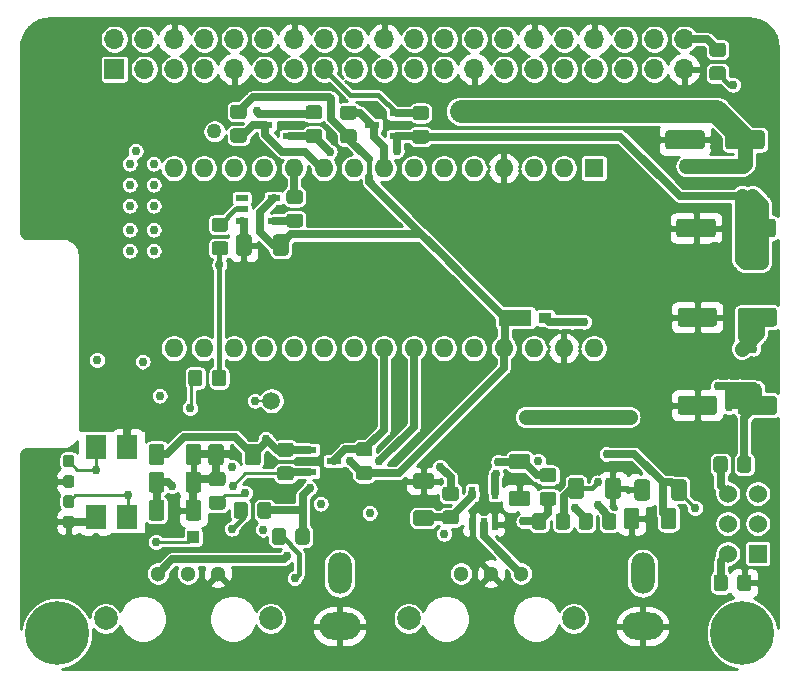
<source format=gbr>
%TF.GenerationSoftware,KiCad,Pcbnew,(5.1.7)-1*%
%TF.CreationDate,2021-08-01T21:01:40-07:00*%
%TF.ProjectId,I2SHat,49325348-6174-42e6-9b69-6361645f7063,rev?*%
%TF.SameCoordinates,Original*%
%TF.FileFunction,Copper,L1,Top*%
%TF.FilePolarity,Positive*%
%FSLAX46Y46*%
G04 Gerber Fmt 4.6, Leading zero omitted, Abs format (unit mm)*
G04 Created by KiCad (PCBNEW (5.1.7)-1) date 2021-08-01 21:01:40*
%MOMM*%
%LPD*%
G01*
G04 APERTURE LIST*
%TA.AperFunction,ComponentPad*%
%ADD10O,2.000000X3.500000*%
%TD*%
%TA.AperFunction,ComponentPad*%
%ADD11O,3.500000X2.300000*%
%TD*%
%TA.AperFunction,SMDPad,CuDef*%
%ADD12R,2.819400X1.346200*%
%TD*%
%TA.AperFunction,SMDPad,CuDef*%
%ADD13R,1.016000X0.914400*%
%TD*%
%TA.AperFunction,SMDPad,CuDef*%
%ADD14R,1.700000X2.100000*%
%TD*%
%TA.AperFunction,ComponentPad*%
%ADD15C,2.000000*%
%TD*%
%TA.AperFunction,SMDPad,CuDef*%
%ADD16R,1.000000X1.000000*%
%TD*%
%TA.AperFunction,ComponentPad*%
%ADD17O,1.600000X1.600000*%
%TD*%
%TA.AperFunction,ComponentPad*%
%ADD18R,1.600000X1.600000*%
%TD*%
%TA.AperFunction,SMDPad,CuDef*%
%ADD19R,1.050000X0.600000*%
%TD*%
%TA.AperFunction,ComponentPad*%
%ADD20C,1.300000*%
%TD*%
%TA.AperFunction,ComponentPad*%
%ADD21O,1.700000X1.700000*%
%TD*%
%TA.AperFunction,ComponentPad*%
%ADD22R,1.700000X1.700000*%
%TD*%
%TA.AperFunction,SMDPad,CuDef*%
%ADD23R,0.600000X1.050000*%
%TD*%
%TA.AperFunction,ComponentPad*%
%ADD24C,5.400000*%
%TD*%
%TA.AperFunction,SMDPad,CuDef*%
%ADD25C,1.500000*%
%TD*%
%TA.AperFunction,ComponentPad*%
%ADD26C,1.524000*%
%TD*%
%TA.AperFunction,ComponentPad*%
%ADD27R,1.524000X1.524000*%
%TD*%
%TA.AperFunction,SMDPad,CuDef*%
%ADD28R,1.300000X0.600000*%
%TD*%
%TA.AperFunction,ViaPad*%
%ADD29C,0.762000*%
%TD*%
%TA.AperFunction,ViaPad*%
%ADD30C,1.270000*%
%TD*%
%TA.AperFunction,Conductor*%
%ADD31C,0.635000*%
%TD*%
%TA.AperFunction,Conductor*%
%ADD32C,1.270000*%
%TD*%
%TA.AperFunction,Conductor*%
%ADD33C,1.905000*%
%TD*%
%TA.AperFunction,Conductor*%
%ADD34C,0.381000*%
%TD*%
%TA.AperFunction,Conductor*%
%ADD35C,0.762000*%
%TD*%
%TA.AperFunction,Conductor*%
%ADD36C,0.254000*%
%TD*%
%TA.AperFunction,Conductor*%
%ADD37C,0.177800*%
%TD*%
%TA.AperFunction,Conductor*%
%ADD38C,0.100000*%
%TD*%
G04 APERTURE END LIST*
D10*
%TO.P,J5,1*%
%TO.N,Net-(C7-Pad2)*%
X111506000Y-87321000D03*
D11*
%TO.P,J5,2*%
%TO.N,GNDREF*%
X111506000Y-91821000D03*
%TD*%
D10*
%TO.P,J3,1*%
%TO.N,Net-(C6-Pad2)*%
X85852000Y-87321000D03*
D11*
%TO.P,J3,2*%
%TO.N,GNDREF*%
X85852000Y-91821000D03*
%TD*%
D12*
%TO.P,D1,1*%
%TO.N,+5VL*%
X100749100Y-65684400D03*
D13*
%TO.P,D1,2*%
%TO.N,+5V*%
X103251000Y-65684400D03*
%TD*%
%TO.P,R31,2*%
%TO.N,Net-(R31-Pad2)*%
%TA.AperFunction,SMDPad,CuDef*%
G36*
G01*
X78086000Y-81541199D02*
X78086000Y-82441201D01*
G75*
G02*
X77836001Y-82691200I-249999J0D01*
G01*
X77135999Y-82691200D01*
G75*
G02*
X76886000Y-82441201I0J249999D01*
G01*
X76886000Y-81541199D01*
G75*
G02*
X77135999Y-81291200I249999J0D01*
G01*
X77836001Y-81291200D01*
G75*
G02*
X78086000Y-81541199I0J-249999D01*
G01*
G37*
%TD.AperFunction*%
%TO.P,R31,1*%
%TO.N,+3V3*%
%TA.AperFunction,SMDPad,CuDef*%
G36*
G01*
X80086000Y-81541199D02*
X80086000Y-82441201D01*
G75*
G02*
X79836001Y-82691200I-249999J0D01*
G01*
X79135999Y-82691200D01*
G75*
G02*
X78886000Y-82441201I0J249999D01*
G01*
X78886000Y-81541199D01*
G75*
G02*
X79135999Y-81291200I249999J0D01*
G01*
X79836001Y-81291200D01*
G75*
G02*
X80086000Y-81541199I0J-249999D01*
G01*
G37*
%TD.AperFunction*%
%TD*%
D14*
%TO.P,Y1,4*%
%TO.N,GNDREF*%
X65198000Y-82553600D03*
%TO.P,Y1,3*%
%TO.N,Net-(C16-Pad2)*%
X65198000Y-76653600D03*
%TO.P,Y1,2*%
%TO.N,GNDREF*%
X67898000Y-76653600D03*
%TO.P,Y1,1*%
%TO.N,Net-(C15-Pad1)*%
X67898000Y-82553600D03*
%TD*%
D15*
%TO.P,TP7,1*%
%TO.N,Net-(TP7-Pad1)*%
X66065000Y-91136000D03*
%TD*%
%TO.P,TP6,1*%
%TO.N,Net-(TP6-Pad1)*%
X80035000Y-91136000D03*
%TD*%
%TO.P,TP5,1*%
%TO.N,Net-(TP5-Pad1)*%
X91719000Y-91136000D03*
%TD*%
%TO.P,TP4,1*%
%TO.N,Net-(TP4-Pad1)*%
X105689000Y-91136000D03*
%TD*%
D16*
%TO.P,TP8,1*%
%TO.N,Net-(TP8-Pad1)*%
X73456800Y-84277200D03*
%TD*%
D17*
%TO.P,A1,16*%
%TO.N,Net-(A1-Pad16)*%
X71818500Y-68262500D03*
%TO.P,A1,15*%
%TO.N,Net-(A1-Pad15)*%
X71818500Y-53022500D03*
%TO.P,A1,30*%
%TO.N,Net-(A1-Pad30)*%
X107378500Y-68262500D03*
%TO.P,A1,14*%
%TO.N,Net-(A1-Pad14)*%
X74358500Y-53022500D03*
%TO.P,A1,29*%
%TO.N,GNDREF*%
X104838500Y-68262500D03*
%TO.P,A1,13*%
%TO.N,Net-(A1-Pad13)*%
X76898500Y-53022500D03*
%TO.P,A1,28*%
%TO.N,Net-(A1-Pad28)*%
X102298500Y-68262500D03*
%TO.P,A1,12*%
%TO.N,Net-(A1-Pad12)*%
X79438500Y-53022500D03*
%TO.P,A1,27*%
%TO.N,+5VL*%
X99758500Y-68262500D03*
%TO.P,A1,11*%
%TO.N,Net-(A1-Pad11)*%
X81978500Y-53022500D03*
%TO.P,A1,26*%
%TO.N,Net-(A1-Pad26)*%
X97218500Y-68262500D03*
%TO.P,A1,10*%
%TO.N,Net-(A1-Pad10)*%
X84518500Y-53022500D03*
%TO.P,A1,25*%
%TO.N,Net-(A1-Pad25)*%
X94678500Y-68262500D03*
%TO.P,A1,9*%
%TO.N,Net-(A1-Pad9)*%
X87058500Y-53022500D03*
%TO.P,A1,24*%
%TO.N,/SCL*%
X92138500Y-68262500D03*
%TO.P,A1,8*%
%TO.N,Net-(A1-Pad8)*%
X89598500Y-53022500D03*
%TO.P,A1,23*%
%TO.N,/SDA*%
X89598500Y-68262500D03*
%TO.P,A1,7*%
%TO.N,Net-(A1-Pad7)*%
X92138500Y-53022500D03*
%TO.P,A1,22*%
%TO.N,Net-(A1-Pad22)*%
X87058500Y-68262500D03*
%TO.P,A1,6*%
%TO.N,Net-(A1-Pad6)*%
X94678500Y-53022500D03*
%TO.P,A1,21*%
%TO.N,Net-(A1-Pad21)*%
X84518500Y-68262500D03*
%TO.P,A1,5*%
%TO.N,Net-(A1-Pad5)*%
X97218500Y-53022500D03*
%TO.P,A1,20*%
%TO.N,Net-(A1-Pad20)*%
X81978500Y-68262500D03*
%TO.P,A1,4*%
%TO.N,GNDREF*%
X99758500Y-53022500D03*
%TO.P,A1,19*%
%TO.N,Net-(A1-Pad19)*%
X79438500Y-68262500D03*
%TO.P,A1,3*%
%TO.N,Net-(A1-Pad3)*%
X102298500Y-53022500D03*
%TO.P,A1,18*%
%TO.N,Net-(A1-Pad18)*%
X76898500Y-68262500D03*
%TO.P,A1,2*%
%TO.N,Net-(A1-Pad2)*%
X104838500Y-53022500D03*
%TO.P,A1,17*%
%TO.N,Net-(A1-Pad17)*%
X74358500Y-68262500D03*
D18*
%TO.P,A1,1*%
%TO.N,Net-(A1-Pad1)*%
X107378500Y-53022500D03*
%TD*%
D19*
%TO.P,U8,1*%
%TO.N,Net-(U8-Pad1)*%
X77580500Y-55565000D03*
%TO.P,U8,2*%
%TO.N,Net-(R33-Pad1)*%
X77580500Y-56515000D03*
%TO.P,U8,3*%
%TO.N,GNDREF*%
X77580500Y-57465000D03*
%TO.P,U8,4*%
%TO.N,Net-(R32-Pad2)*%
X80280500Y-57465000D03*
%TO.P,U8,5*%
%TO.N,+5VL*%
X80280500Y-55565000D03*
%TD*%
%TO.P,C9,2*%
%TO.N,GNDREF*%
%TA.AperFunction,SMDPad,CuDef*%
G36*
G01*
X112130000Y-79613997D02*
X112130000Y-80914003D01*
G75*
G02*
X111880003Y-81164000I-249997J0D01*
G01*
X111054997Y-81164000D01*
G75*
G02*
X110805000Y-80914003I0J249997D01*
G01*
X110805000Y-79613997D01*
G75*
G02*
X111054997Y-79364000I249997J0D01*
G01*
X111880003Y-79364000D01*
G75*
G02*
X112130000Y-79613997I0J-249997D01*
G01*
G37*
%TD.AperFunction*%
%TO.P,C9,1*%
%TO.N,Net-(C8-Pad1)*%
%TA.AperFunction,SMDPad,CuDef*%
G36*
G01*
X115255000Y-79613997D02*
X115255000Y-80914003D01*
G75*
G02*
X115005003Y-81164000I-249997J0D01*
G01*
X114179997Y-81164000D01*
G75*
G02*
X113930000Y-80914003I0J249997D01*
G01*
X113930000Y-79613997D01*
G75*
G02*
X114179997Y-79364000I249997J0D01*
G01*
X115005003Y-79364000D01*
G75*
G02*
X115255000Y-79613997I0J-249997D01*
G01*
G37*
%TD.AperFunction*%
%TD*%
%TO.P,C19,2*%
%TO.N,GNDREF*%
%TA.AperFunction,SMDPad,CuDef*%
G36*
G01*
X116765100Y-50072200D02*
X116765100Y-51172200D01*
G75*
G02*
X116515100Y-51422200I-250000J0D01*
G01*
X113690100Y-51422200D01*
G75*
G02*
X113440100Y-51172200I0J250000D01*
G01*
X113440100Y-50072200D01*
G75*
G02*
X113690100Y-49822200I250000J0D01*
G01*
X116515100Y-49822200D01*
G75*
G02*
X116765100Y-50072200I0J-250000D01*
G01*
G37*
%TD.AperFunction*%
%TO.P,C19,1*%
%TO.N,+5V*%
%TA.AperFunction,SMDPad,CuDef*%
G36*
G01*
X121840100Y-50072200D02*
X121840100Y-51172200D01*
G75*
G02*
X121590100Y-51422200I-250000J0D01*
G01*
X118765100Y-51422200D01*
G75*
G02*
X118515100Y-51172200I0J250000D01*
G01*
X118515100Y-50072200D01*
G75*
G02*
X118765100Y-49822200I250000J0D01*
G01*
X121590100Y-49822200D01*
G75*
G02*
X121840100Y-50072200I0J-250000D01*
G01*
G37*
%TD.AperFunction*%
%TD*%
%TO.P,C23,2*%
%TO.N,GNDREF*%
%TA.AperFunction,SMDPad,CuDef*%
G36*
G01*
X117806500Y-72551200D02*
X117806500Y-73651200D01*
G75*
G02*
X117556500Y-73901200I-250000J0D01*
G01*
X114731500Y-73901200D01*
G75*
G02*
X114481500Y-73651200I0J250000D01*
G01*
X114481500Y-72551200D01*
G75*
G02*
X114731500Y-72301200I250000J0D01*
G01*
X117556500Y-72301200D01*
G75*
G02*
X117806500Y-72551200I0J-250000D01*
G01*
G37*
%TD.AperFunction*%
%TO.P,C23,1*%
%TO.N,+3V3*%
%TA.AperFunction,SMDPad,CuDef*%
G36*
G01*
X122881500Y-72551200D02*
X122881500Y-73651200D01*
G75*
G02*
X122631500Y-73901200I-250000J0D01*
G01*
X119806500Y-73901200D01*
G75*
G02*
X119556500Y-73651200I0J250000D01*
G01*
X119556500Y-72551200D01*
G75*
G02*
X119806500Y-72301200I250000J0D01*
G01*
X122631500Y-72301200D01*
G75*
G02*
X122881500Y-72551200I0J-250000D01*
G01*
G37*
%TD.AperFunction*%
%TD*%
%TO.P,C25,2*%
%TO.N,GNDREF*%
%TA.AperFunction,SMDPad,CuDef*%
G36*
G01*
X117806500Y-65096300D02*
X117806500Y-66196300D01*
G75*
G02*
X117556500Y-66446300I-250000J0D01*
G01*
X114731500Y-66446300D01*
G75*
G02*
X114481500Y-66196300I0J250000D01*
G01*
X114481500Y-65096300D01*
G75*
G02*
X114731500Y-64846300I250000J0D01*
G01*
X117556500Y-64846300D01*
G75*
G02*
X117806500Y-65096300I0J-250000D01*
G01*
G37*
%TD.AperFunction*%
%TO.P,C25,1*%
%TO.N,+3.3VA*%
%TA.AperFunction,SMDPad,CuDef*%
G36*
G01*
X122881500Y-65096300D02*
X122881500Y-66196300D01*
G75*
G02*
X122631500Y-66446300I-250000J0D01*
G01*
X119806500Y-66446300D01*
G75*
G02*
X119556500Y-66196300I0J250000D01*
G01*
X119556500Y-65096300D01*
G75*
G02*
X119806500Y-64846300I250000J0D01*
G01*
X122631500Y-64846300D01*
G75*
G02*
X122881500Y-65096300I0J-250000D01*
G01*
G37*
%TD.AperFunction*%
%TD*%
%TO.P,C21,2*%
%TO.N,GNDREF*%
%TA.AperFunction,SMDPad,CuDef*%
G36*
G01*
X117704900Y-57539800D02*
X117704900Y-58639800D01*
G75*
G02*
X117454900Y-58889800I-250000J0D01*
G01*
X114629900Y-58889800D01*
G75*
G02*
X114379900Y-58639800I0J250000D01*
G01*
X114379900Y-57539800D01*
G75*
G02*
X114629900Y-57289800I250000J0D01*
G01*
X117454900Y-57289800D01*
G75*
G02*
X117704900Y-57539800I0J-250000D01*
G01*
G37*
%TD.AperFunction*%
%TO.P,C21,1*%
%TO.N,+3.3VP*%
%TA.AperFunction,SMDPad,CuDef*%
G36*
G01*
X122779900Y-57539800D02*
X122779900Y-58639800D01*
G75*
G02*
X122529900Y-58889800I-250000J0D01*
G01*
X119704900Y-58889800D01*
G75*
G02*
X119454900Y-58639800I0J250000D01*
G01*
X119454900Y-57539800D01*
G75*
G02*
X119704900Y-57289800I250000J0D01*
G01*
X122529900Y-57289800D01*
G75*
G02*
X122779900Y-57539800I0J-250000D01*
G01*
G37*
%TD.AperFunction*%
%TD*%
%TO.P,C13,2*%
%TO.N,GNDREF*%
%TA.AperFunction,SMDPad,CuDef*%
G36*
G01*
X72820100Y-80266303D02*
X72820100Y-78966297D01*
G75*
G02*
X73070097Y-78716300I249997J0D01*
G01*
X73895103Y-78716300D01*
G75*
G02*
X74145100Y-78966297I0J-249997D01*
G01*
X74145100Y-80266303D01*
G75*
G02*
X73895103Y-80516300I-249997J0D01*
G01*
X73070097Y-80516300D01*
G75*
G02*
X72820100Y-80266303I0J249997D01*
G01*
G37*
%TD.AperFunction*%
%TO.P,C13,1*%
%TO.N,+3.3VA*%
%TA.AperFunction,SMDPad,CuDef*%
G36*
G01*
X69695100Y-80266303D02*
X69695100Y-78966297D01*
G75*
G02*
X69945097Y-78716300I249997J0D01*
G01*
X70770103Y-78716300D01*
G75*
G02*
X71020100Y-78966297I0J-249997D01*
G01*
X71020100Y-80266303D01*
G75*
G02*
X70770103Y-80516300I-249997J0D01*
G01*
X69945097Y-80516300D01*
G75*
G02*
X69695100Y-80266303I0J249997D01*
G01*
G37*
%TD.AperFunction*%
%TD*%
%TO.P,C14,2*%
%TO.N,GNDREF*%
%TA.AperFunction,SMDPad,CuDef*%
G36*
G01*
X72820100Y-82628503D02*
X72820100Y-81328497D01*
G75*
G02*
X73070097Y-81078500I249997J0D01*
G01*
X73895103Y-81078500D01*
G75*
G02*
X74145100Y-81328497I0J-249997D01*
G01*
X74145100Y-82628503D01*
G75*
G02*
X73895103Y-82878500I-249997J0D01*
G01*
X73070097Y-82878500D01*
G75*
G02*
X72820100Y-82628503I0J249997D01*
G01*
G37*
%TD.AperFunction*%
%TO.P,C14,1*%
%TO.N,+3.3VA*%
%TA.AperFunction,SMDPad,CuDef*%
G36*
G01*
X69695100Y-82628503D02*
X69695100Y-81328497D01*
G75*
G02*
X69945097Y-81078500I249997J0D01*
G01*
X70770103Y-81078500D01*
G75*
G02*
X71020100Y-81328497I0J-249997D01*
G01*
X71020100Y-82628503D01*
G75*
G02*
X70770103Y-82878500I-249997J0D01*
G01*
X69945097Y-82878500D01*
G75*
G02*
X69695100Y-82628503I0J249997D01*
G01*
G37*
%TD.AperFunction*%
%TD*%
%TO.P,C15,2*%
%TO.N,GNDREF*%
%TA.AperFunction,SMDPad,CuDef*%
G36*
G01*
X62678300Y-82443200D02*
X63153300Y-82443200D01*
G75*
G02*
X63390800Y-82680700I0J-237500D01*
G01*
X63390800Y-83280700D01*
G75*
G02*
X63153300Y-83518200I-237500J0D01*
G01*
X62678300Y-83518200D01*
G75*
G02*
X62440800Y-83280700I0J237500D01*
G01*
X62440800Y-82680700D01*
G75*
G02*
X62678300Y-82443200I237500J0D01*
G01*
G37*
%TD.AperFunction*%
%TO.P,C15,1*%
%TO.N,Net-(C15-Pad1)*%
%TA.AperFunction,SMDPad,CuDef*%
G36*
G01*
X62678300Y-80718200D02*
X63153300Y-80718200D01*
G75*
G02*
X63390800Y-80955700I0J-237500D01*
G01*
X63390800Y-81555700D01*
G75*
G02*
X63153300Y-81793200I-237500J0D01*
G01*
X62678300Y-81793200D01*
G75*
G02*
X62440800Y-81555700I0J237500D01*
G01*
X62440800Y-80955700D01*
G75*
G02*
X62678300Y-80718200I237500J0D01*
G01*
G37*
%TD.AperFunction*%
%TD*%
%TO.P,C16,2*%
%TO.N,Net-(C16-Pad2)*%
%TA.AperFunction,SMDPad,CuDef*%
G36*
G01*
X63153300Y-78364200D02*
X62678300Y-78364200D01*
G75*
G02*
X62440800Y-78126700I0J237500D01*
G01*
X62440800Y-77526700D01*
G75*
G02*
X62678300Y-77289200I237500J0D01*
G01*
X63153300Y-77289200D01*
G75*
G02*
X63390800Y-77526700I0J-237500D01*
G01*
X63390800Y-78126700D01*
G75*
G02*
X63153300Y-78364200I-237500J0D01*
G01*
G37*
%TD.AperFunction*%
%TO.P,C16,1*%
%TO.N,GNDREF*%
%TA.AperFunction,SMDPad,CuDef*%
G36*
G01*
X63153300Y-80089200D02*
X62678300Y-80089200D01*
G75*
G02*
X62440800Y-79851700I0J237500D01*
G01*
X62440800Y-79251700D01*
G75*
G02*
X62678300Y-79014200I237500J0D01*
G01*
X63153300Y-79014200D01*
G75*
G02*
X63390800Y-79251700I0J-237500D01*
G01*
X63390800Y-79851700D01*
G75*
G02*
X63153300Y-80089200I-237500J0D01*
G01*
G37*
%TD.AperFunction*%
%TD*%
%TO.P,C11,2*%
%TO.N,+3V3*%
%TA.AperFunction,SMDPad,CuDef*%
G36*
G01*
X71020100Y-76604097D02*
X71020100Y-77904103D01*
G75*
G02*
X70770103Y-78154100I-249997J0D01*
G01*
X69945097Y-78154100D01*
G75*
G02*
X69695100Y-77904103I0J249997D01*
G01*
X69695100Y-76604097D01*
G75*
G02*
X69945097Y-76354100I249997J0D01*
G01*
X70770103Y-76354100D01*
G75*
G02*
X71020100Y-76604097I0J-249997D01*
G01*
G37*
%TD.AperFunction*%
%TO.P,C11,1*%
%TO.N,GNDREF*%
%TA.AperFunction,SMDPad,CuDef*%
G36*
G01*
X74145100Y-76604097D02*
X74145100Y-77904103D01*
G75*
G02*
X73895103Y-78154100I-249997J0D01*
G01*
X73070097Y-78154100D01*
G75*
G02*
X72820100Y-77904103I0J249997D01*
G01*
X72820100Y-76604097D01*
G75*
G02*
X73070097Y-76354100I249997J0D01*
G01*
X73895103Y-76354100D01*
G75*
G02*
X74145100Y-76604097I0J-249997D01*
G01*
G37*
%TD.AperFunction*%
%TD*%
%TO.P,C8,2*%
%TO.N,GNDREF*%
%TA.AperFunction,SMDPad,CuDef*%
G36*
G01*
X111241000Y-82026997D02*
X111241000Y-83327003D01*
G75*
G02*
X110991003Y-83577000I-249997J0D01*
G01*
X110165997Y-83577000D01*
G75*
G02*
X109916000Y-83327003I0J249997D01*
G01*
X109916000Y-82026997D01*
G75*
G02*
X110165997Y-81777000I249997J0D01*
G01*
X110991003Y-81777000D01*
G75*
G02*
X111241000Y-82026997I0J-249997D01*
G01*
G37*
%TD.AperFunction*%
%TO.P,C8,1*%
%TO.N,Net-(C8-Pad1)*%
%TA.AperFunction,SMDPad,CuDef*%
G36*
G01*
X114366000Y-82026997D02*
X114366000Y-83327003D01*
G75*
G02*
X114116003Y-83577000I-249997J0D01*
G01*
X113290997Y-83577000D01*
G75*
G02*
X113041000Y-83327003I0J249997D01*
G01*
X113041000Y-82026997D01*
G75*
G02*
X113290997Y-81777000I249997J0D01*
G01*
X114116003Y-81777000D01*
G75*
G02*
X114366000Y-82026997I0J-249997D01*
G01*
G37*
%TD.AperFunction*%
%TD*%
%TO.P,C10,2*%
%TO.N,GNDREF*%
%TA.AperFunction,SMDPad,CuDef*%
G36*
G01*
X108342000Y-80787003D02*
X108342000Y-79486997D01*
G75*
G02*
X108591997Y-79237000I249997J0D01*
G01*
X109417003Y-79237000D01*
G75*
G02*
X109667000Y-79486997I0J-249997D01*
G01*
X109667000Y-80787003D01*
G75*
G02*
X109417003Y-81037000I-249997J0D01*
G01*
X108591997Y-81037000D01*
G75*
G02*
X108342000Y-80787003I0J249997D01*
G01*
G37*
%TD.AperFunction*%
%TO.P,C10,1*%
%TO.N,Net-(C10-Pad1)*%
%TA.AperFunction,SMDPad,CuDef*%
G36*
G01*
X105217000Y-80787003D02*
X105217000Y-79486997D01*
G75*
G02*
X105466997Y-79237000I249997J0D01*
G01*
X106292003Y-79237000D01*
G75*
G02*
X106542000Y-79486997I0J-249997D01*
G01*
X106542000Y-80787003D01*
G75*
G02*
X106292003Y-81037000I-249997J0D01*
G01*
X105466997Y-81037000D01*
G75*
G02*
X105217000Y-80787003I0J249997D01*
G01*
G37*
%TD.AperFunction*%
%TD*%
D20*
%TO.P,J1,3*%
%TO.N,Net-(C4-Pad1)*%
X96139000Y-87350600D03*
%TO.P,J1,2*%
%TO.N,GNDREF*%
X98679000Y-87350600D03*
%TO.P,J1,1*%
%TO.N,Net-(J1-Pad1)*%
X101219000Y-87350600D03*
%TD*%
D21*
%TO.P,J4,40*%
%TO.N,/DIN_WM*%
X115049300Y-42103040D03*
%TO.P,J4,39*%
%TO.N,GNDREF*%
X115049300Y-44643040D03*
%TO.P,J4,38*%
%TO.N,/DOUT_WM*%
X112509300Y-42103040D03*
%TO.P,J4,37*%
%TO.N,/GPIO26*%
X112509300Y-44643040D03*
%TO.P,J4,36*%
%TO.N,/GPIO16*%
X109969300Y-42103040D03*
%TO.P,J4,35*%
%TO.N,/LRCLK*%
X109969300Y-44643040D03*
%TO.P,J4,34*%
%TO.N,GNDREF*%
X107429300Y-42103040D03*
%TO.P,J4,33*%
%TO.N,/GPIO13*%
X107429300Y-44643040D03*
%TO.P,J4,32*%
%TO.N,/GPIO12*%
X104889300Y-42103040D03*
%TO.P,J4,31*%
%TO.N,/GPIO6*%
X104889300Y-44643040D03*
%TO.P,J4,30*%
%TO.N,GNDREF*%
X102349300Y-42103040D03*
%TO.P,J4,29*%
%TO.N,/GPIO5*%
X102349300Y-44643040D03*
%TO.P,J4,28*%
%TO.N,/GPIO1*%
X99809300Y-42103040D03*
%TO.P,J4,27*%
%TO.N,/GPIO0*%
X99809300Y-44643040D03*
%TO.P,J4,26*%
%TO.N,/GPIO7*%
X97269300Y-42103040D03*
%TO.P,J4,25*%
%TO.N,GNDREF*%
X97269300Y-44643040D03*
%TO.P,J4,24*%
%TO.N,/GPIO8*%
X94729300Y-42103040D03*
%TO.P,J4,23*%
%TO.N,/GPIO11*%
X94729300Y-44643040D03*
%TO.P,J4,22*%
%TO.N,/GPIO25*%
X92189300Y-42103040D03*
%TO.P,J4,21*%
%TO.N,/GPIO9*%
X92189300Y-44643040D03*
%TO.P,J4,20*%
%TO.N,GNDREF*%
X89649300Y-42103040D03*
%TO.P,J4,19*%
%TO.N,/GPIO10*%
X89649300Y-44643040D03*
%TO.P,J4,18*%
%TO.N,/GPIO24*%
X87109300Y-42103040D03*
%TO.P,J4,17*%
%TO.N,/3V32*%
X87109300Y-44643040D03*
%TO.P,J4,16*%
%TO.N,/GPIO23*%
X84569300Y-42103040D03*
%TO.P,J4,15*%
%TO.N,/GPIO22*%
X84569300Y-44643040D03*
%TO.P,J4,14*%
%TO.N,GNDREF*%
X82029300Y-42103040D03*
%TO.P,J4,13*%
%TO.N,/GPIO27*%
X82029300Y-44643040D03*
%TO.P,J4,12*%
%TO.N,/BCLK*%
X79489300Y-42103040D03*
%TO.P,J4,11*%
%TO.N,/GPIO17*%
X79489300Y-44643040D03*
%TO.P,J4,10*%
%TO.N,/GPIO15*%
X76949300Y-42103040D03*
%TO.P,J4,9*%
%TO.N,GNDREF*%
X76949300Y-44643040D03*
%TO.P,J4,8*%
%TO.N,/GPIO14*%
X74409300Y-42103040D03*
%TO.P,J4,7*%
%TO.N,/GPIO4*%
X74409300Y-44643040D03*
%TO.P,J4,6*%
%TO.N,GNDREF*%
X71869300Y-42103040D03*
%TO.P,J4,5*%
%TO.N,/GPIO3*%
X71869300Y-44643040D03*
%TO.P,J4,4*%
%TO.N,+5V*%
X69329300Y-42103040D03*
%TO.P,J4,3*%
%TO.N,/GPIO2*%
X69329300Y-44643040D03*
%TO.P,J4,2*%
%TO.N,+5V*%
X66789300Y-42103040D03*
D22*
%TO.P,J4,1*%
%TO.N,/3V31*%
X66789300Y-44643040D03*
%TD*%
%TO.P,R29,2*%
%TO.N,Net-(A1-Pad10)*%
%TA.AperFunction,SMDPad,CuDef*%
G36*
G01*
X76842199Y-49650600D02*
X77742201Y-49650600D01*
G75*
G02*
X77992200Y-49900599I0J-249999D01*
G01*
X77992200Y-50600601D01*
G75*
G02*
X77742201Y-50850600I-249999J0D01*
G01*
X76842199Y-50850600D01*
G75*
G02*
X76592200Y-50600601I0J249999D01*
G01*
X76592200Y-49900599D01*
G75*
G02*
X76842199Y-49650600I249999J0D01*
G01*
G37*
%TD.AperFunction*%
%TO.P,R29,1*%
%TO.N,+5VL*%
%TA.AperFunction,SMDPad,CuDef*%
G36*
G01*
X76842199Y-47650600D02*
X77742201Y-47650600D01*
G75*
G02*
X77992200Y-47900599I0J-249999D01*
G01*
X77992200Y-48600601D01*
G75*
G02*
X77742201Y-48850600I-249999J0D01*
G01*
X76842199Y-48850600D01*
G75*
G02*
X76592200Y-48600601I0J249999D01*
G01*
X76592200Y-47900599D01*
G75*
G02*
X76842199Y-47650600I249999J0D01*
G01*
G37*
%TD.AperFunction*%
%TD*%
%TO.P,R32,2*%
%TO.N,Net-(R32-Pad2)*%
%TA.AperFunction,SMDPad,CuDef*%
G36*
G01*
X81604699Y-56864200D02*
X82504701Y-56864200D01*
G75*
G02*
X82754700Y-57114199I0J-249999D01*
G01*
X82754700Y-57814201D01*
G75*
G02*
X82504701Y-58064200I-249999J0D01*
G01*
X81604699Y-58064200D01*
G75*
G02*
X81354700Y-57814201I0J249999D01*
G01*
X81354700Y-57114199D01*
G75*
G02*
X81604699Y-56864200I249999J0D01*
G01*
G37*
%TD.AperFunction*%
%TO.P,R32,1*%
%TO.N,Net-(A1-Pad11)*%
%TA.AperFunction,SMDPad,CuDef*%
G36*
G01*
X81604699Y-54864200D02*
X82504701Y-54864200D01*
G75*
G02*
X82754700Y-55114199I0J-249999D01*
G01*
X82754700Y-55814201D01*
G75*
G02*
X82504701Y-56064200I-249999J0D01*
G01*
X81604699Y-56064200D01*
G75*
G02*
X81354700Y-55814201I0J249999D01*
G01*
X81354700Y-55114199D01*
G75*
G02*
X81604699Y-54864200I249999J0D01*
G01*
G37*
%TD.AperFunction*%
%TD*%
D23*
%TO.P,U1,1*%
%TO.N,GNDREF*%
X97094000Y-83188800D03*
%TO.P,U1,2*%
%TO.N,Net-(J1-Pad1)*%
X98044000Y-83188800D03*
%TO.P,U1,3*%
%TO.N,GNDREF*%
X98994000Y-83188800D03*
%TO.P,U1,4*%
%TO.N,Net-(R1-Pad2)*%
X98994000Y-80488800D03*
%TO.P,U1,5*%
%TO.N,Net-(C3-Pad1)*%
X97094000Y-80488800D03*
%TD*%
D24*
%TO.P,H2,1*%
%TO.N,N/C*%
X119938800Y-92379800D03*
%TD*%
%TO.P,H1,1*%
%TO.N,N/C*%
X61925200Y-92379800D03*
%TD*%
D25*
%TO.P,TP2,1*%
%TO.N,Net-(R21-Pad2)*%
X80086200Y-72720200D03*
%TD*%
D26*
%TO.P,SW1,6*%
%TO.N,Net-(R6-Pad2)*%
X118729000Y-85651200D03*
%TO.P,SW1,5*%
%TO.N,Net-(SW1-Pad5)*%
X118729000Y-83111200D03*
%TO.P,SW1,4*%
%TO.N,Net-(R4-Pad2)*%
X118729000Y-80571200D03*
%TO.P,SW1,3*%
%TO.N,Net-(SW1-Pad3)*%
X121269000Y-80571200D03*
%TO.P,SW1,2*%
%TO.N,Net-(SW1-Pad2)*%
X121269000Y-83111200D03*
D27*
%TO.P,SW1,1*%
%TO.N,Net-(SW1-Pad1)*%
X121269000Y-85651200D03*
%TD*%
%TO.P,R10,2*%
%TO.N,Net-(R10-Pad2)*%
%TA.AperFunction,SMDPad,CuDef*%
G36*
G01*
X108096000Y-83381001D02*
X108096000Y-82480999D01*
G75*
G02*
X108345999Y-82231000I249999J0D01*
G01*
X109046001Y-82231000D01*
G75*
G02*
X109296000Y-82480999I0J-249999D01*
G01*
X109296000Y-83381001D01*
G75*
G02*
X109046001Y-83631000I-249999J0D01*
G01*
X108345999Y-83631000D01*
G75*
G02*
X108096000Y-83381001I0J249999D01*
G01*
G37*
%TD.AperFunction*%
%TO.P,R10,1*%
%TO.N,Net-(R10-Pad1)*%
%TA.AperFunction,SMDPad,CuDef*%
G36*
G01*
X106096000Y-83381001D02*
X106096000Y-82480999D01*
G75*
G02*
X106345999Y-82231000I249999J0D01*
G01*
X107046001Y-82231000D01*
G75*
G02*
X107296000Y-82480999I0J-249999D01*
G01*
X107296000Y-83381001D01*
G75*
G02*
X107046001Y-83631000I-249999J0D01*
G01*
X106345999Y-83631000D01*
G75*
G02*
X106096000Y-83381001I0J249999D01*
G01*
G37*
%TD.AperFunction*%
%TD*%
%TO.P,R6,2*%
%TO.N,Net-(R6-Pad2)*%
%TA.AperFunction,SMDPad,CuDef*%
G36*
G01*
X118726000Y-87687999D02*
X118726000Y-88588001D01*
G75*
G02*
X118476001Y-88838000I-249999J0D01*
G01*
X117775999Y-88838000D01*
G75*
G02*
X117526000Y-88588001I0J249999D01*
G01*
X117526000Y-87687999D01*
G75*
G02*
X117775999Y-87438000I249999J0D01*
G01*
X118476001Y-87438000D01*
G75*
G02*
X118726000Y-87687999I0J-249999D01*
G01*
G37*
%TD.AperFunction*%
%TO.P,R6,1*%
%TO.N,GNDREF*%
%TA.AperFunction,SMDPad,CuDef*%
G36*
G01*
X120726000Y-87687999D02*
X120726000Y-88588001D01*
G75*
G02*
X120476001Y-88838000I-249999J0D01*
G01*
X119775999Y-88838000D01*
G75*
G02*
X119526000Y-88588001I0J249999D01*
G01*
X119526000Y-87687999D01*
G75*
G02*
X119775999Y-87438000I249999J0D01*
G01*
X120476001Y-87438000D01*
G75*
G02*
X120726000Y-87687999I0J-249999D01*
G01*
G37*
%TD.AperFunction*%
%TD*%
%TO.P,R4,2*%
%TO.N,Net-(R4-Pad2)*%
%TA.AperFunction,SMDPad,CuDef*%
G36*
G01*
X118710000Y-77654999D02*
X118710000Y-78555001D01*
G75*
G02*
X118460001Y-78805000I-249999J0D01*
G01*
X117759999Y-78805000D01*
G75*
G02*
X117510000Y-78555001I0J249999D01*
G01*
X117510000Y-77654999D01*
G75*
G02*
X117759999Y-77405000I249999J0D01*
G01*
X118460001Y-77405000D01*
G75*
G02*
X118710000Y-77654999I0J-249999D01*
G01*
G37*
%TD.AperFunction*%
%TO.P,R4,1*%
%TO.N,+3V3*%
%TA.AperFunction,SMDPad,CuDef*%
G36*
G01*
X120710000Y-77654999D02*
X120710000Y-78555001D01*
G75*
G02*
X120460001Y-78805000I-249999J0D01*
G01*
X119759999Y-78805000D01*
G75*
G02*
X119510000Y-78555001I0J249999D01*
G01*
X119510000Y-77654999D01*
G75*
G02*
X119759999Y-77405000I249999J0D01*
G01*
X120460001Y-77405000D01*
G75*
G02*
X120710000Y-77654999I0J-249999D01*
G01*
G37*
%TD.AperFunction*%
%TD*%
%TO.P,FB2,2*%
%TO.N,+3V3*%
%TA.AperFunction,SMDPad,CuDef*%
G36*
G01*
X103054999Y-80410000D02*
X103955001Y-80410000D01*
G75*
G02*
X104205000Y-80659999I0J-249999D01*
G01*
X104205000Y-81360001D01*
G75*
G02*
X103955001Y-81610000I-249999J0D01*
G01*
X103054999Y-81610000D01*
G75*
G02*
X102805000Y-81360001I0J249999D01*
G01*
X102805000Y-80659999D01*
G75*
G02*
X103054999Y-80410000I249999J0D01*
G01*
G37*
%TD.AperFunction*%
%TO.P,FB2,1*%
%TO.N,Net-(C1-Pad1)*%
%TA.AperFunction,SMDPad,CuDef*%
G36*
G01*
X103054999Y-78410000D02*
X103955001Y-78410000D01*
G75*
G02*
X104205000Y-78659999I0J-249999D01*
G01*
X104205000Y-79360001D01*
G75*
G02*
X103955001Y-79610000I-249999J0D01*
G01*
X103054999Y-79610000D01*
G75*
G02*
X102805000Y-79360001I0J249999D01*
G01*
X102805000Y-78659999D01*
G75*
G02*
X103054999Y-78410000I249999J0D01*
G01*
G37*
%TD.AperFunction*%
%TD*%
%TO.P,FB4,2*%
%TO.N,+3V3*%
%TA.AperFunction,SMDPad,CuDef*%
G36*
G01*
X103359000Y-82480999D02*
X103359000Y-83381001D01*
G75*
G02*
X103109001Y-83631000I-249999J0D01*
G01*
X102408999Y-83631000D01*
G75*
G02*
X102159000Y-83381001I0J249999D01*
G01*
X102159000Y-82480999D01*
G75*
G02*
X102408999Y-82231000I249999J0D01*
G01*
X103109001Y-82231000D01*
G75*
G02*
X103359000Y-82480999I0J-249999D01*
G01*
G37*
%TD.AperFunction*%
%TO.P,FB4,1*%
%TO.N,Net-(C10-Pad1)*%
%TA.AperFunction,SMDPad,CuDef*%
G36*
G01*
X105359000Y-82480999D02*
X105359000Y-83381001D01*
G75*
G02*
X105109001Y-83631000I-249999J0D01*
G01*
X104408999Y-83631000D01*
G75*
G02*
X104159000Y-83381001I0J249999D01*
G01*
X104159000Y-82480999D01*
G75*
G02*
X104408999Y-82231000I249999J0D01*
G01*
X105109001Y-82231000D01*
G75*
G02*
X105359000Y-82480999I0J-249999D01*
G01*
G37*
%TD.AperFunction*%
%TD*%
%TO.P,C1,2*%
%TO.N,GNDREF*%
%TA.AperFunction,SMDPad,CuDef*%
G36*
G01*
X100441997Y-80325800D02*
X101742003Y-80325800D01*
G75*
G02*
X101992000Y-80575797I0J-249997D01*
G01*
X101992000Y-81400803D01*
G75*
G02*
X101742003Y-81650800I-249997J0D01*
G01*
X100441997Y-81650800D01*
G75*
G02*
X100192000Y-81400803I0J249997D01*
G01*
X100192000Y-80575797D01*
G75*
G02*
X100441997Y-80325800I249997J0D01*
G01*
G37*
%TD.AperFunction*%
%TO.P,C1,1*%
%TO.N,Net-(C1-Pad1)*%
%TA.AperFunction,SMDPad,CuDef*%
G36*
G01*
X100441997Y-77200800D02*
X101742003Y-77200800D01*
G75*
G02*
X101992000Y-77450797I0J-249997D01*
G01*
X101992000Y-78275803D01*
G75*
G02*
X101742003Y-78525800I-249997J0D01*
G01*
X100441997Y-78525800D01*
G75*
G02*
X100192000Y-78275803I0J249997D01*
G01*
X100192000Y-77450797D01*
G75*
G02*
X100441997Y-77200800I249997J0D01*
G01*
G37*
%TD.AperFunction*%
%TD*%
%TO.P,R33,2*%
%TO.N,/LRCLK*%
%TA.AperFunction,SMDPad,CuDef*%
G36*
G01*
X75280099Y-59201000D02*
X76180101Y-59201000D01*
G75*
G02*
X76430100Y-59450999I0J-249999D01*
G01*
X76430100Y-60151001D01*
G75*
G02*
X76180101Y-60401000I-249999J0D01*
G01*
X75280099Y-60401000D01*
G75*
G02*
X75030100Y-60151001I0J249999D01*
G01*
X75030100Y-59450999D01*
G75*
G02*
X75280099Y-59201000I249999J0D01*
G01*
G37*
%TD.AperFunction*%
%TO.P,R33,1*%
%TO.N,Net-(R33-Pad1)*%
%TA.AperFunction,SMDPad,CuDef*%
G36*
G01*
X75280099Y-57201000D02*
X76180101Y-57201000D01*
G75*
G02*
X76430100Y-57450999I0J-249999D01*
G01*
X76430100Y-58151001D01*
G75*
G02*
X76180101Y-58401000I-249999J0D01*
G01*
X75280099Y-58401000D01*
G75*
G02*
X75030100Y-58151001I0J249999D01*
G01*
X75030100Y-57450999D01*
G75*
G02*
X75280099Y-57201000I249999J0D01*
G01*
G37*
%TD.AperFunction*%
%TD*%
%TO.P,R26,2*%
%TO.N,/DIN_WM*%
%TA.AperFunction,SMDPad,CuDef*%
G36*
G01*
X118306001Y-43592800D02*
X117405999Y-43592800D01*
G75*
G02*
X117156000Y-43342801I0J249999D01*
G01*
X117156000Y-42642799D01*
G75*
G02*
X117405999Y-42392800I249999J0D01*
G01*
X118306001Y-42392800D01*
G75*
G02*
X118556000Y-42642799I0J-249999D01*
G01*
X118556000Y-43342801D01*
G75*
G02*
X118306001Y-43592800I-249999J0D01*
G01*
G37*
%TD.AperFunction*%
%TO.P,R26,1*%
%TO.N,Net-(R26-Pad1)*%
%TA.AperFunction,SMDPad,CuDef*%
G36*
G01*
X118306001Y-45592800D02*
X117405999Y-45592800D01*
G75*
G02*
X117156000Y-45342801I0J249999D01*
G01*
X117156000Y-44642799D01*
G75*
G02*
X117405999Y-44392800I249999J0D01*
G01*
X118306001Y-44392800D01*
G75*
G02*
X118556000Y-44642799I0J-249999D01*
G01*
X118556000Y-45342801D01*
G75*
G02*
X118306001Y-45592800I-249999J0D01*
G01*
G37*
%TD.AperFunction*%
%TD*%
%TO.P,R22,2*%
%TO.N,/LRCLK*%
%TA.AperFunction,SMDPad,CuDef*%
G36*
G01*
X75050600Y-71239801D02*
X75050600Y-70339799D01*
G75*
G02*
X75300599Y-70089800I249999J0D01*
G01*
X76000601Y-70089800D01*
G75*
G02*
X76250600Y-70339799I0J-249999D01*
G01*
X76250600Y-71239801D01*
G75*
G02*
X76000601Y-71489800I-249999J0D01*
G01*
X75300599Y-71489800D01*
G75*
G02*
X75050600Y-71239801I0J249999D01*
G01*
G37*
%TD.AperFunction*%
%TO.P,R22,1*%
%TO.N,Net-(R22-Pad1)*%
%TA.AperFunction,SMDPad,CuDef*%
G36*
G01*
X73050600Y-71239801D02*
X73050600Y-70339799D01*
G75*
G02*
X73300599Y-70089800I249999J0D01*
G01*
X74000601Y-70089800D01*
G75*
G02*
X74250600Y-70339799I0J-249999D01*
G01*
X74250600Y-71239801D01*
G75*
G02*
X74000601Y-71489800I-249999J0D01*
G01*
X73300599Y-71489800D01*
G75*
G02*
X73050600Y-71239801I0J249999D01*
G01*
G37*
%TD.AperFunction*%
%TD*%
%TO.P,R17,2*%
%TO.N,Net-(R17-Pad2)*%
%TA.AperFunction,SMDPad,CuDef*%
G36*
G01*
X75051499Y-80752900D02*
X75951501Y-80752900D01*
G75*
G02*
X76201500Y-81002899I0J-249999D01*
G01*
X76201500Y-81702901D01*
G75*
G02*
X75951501Y-81952900I-249999J0D01*
G01*
X75051499Y-81952900D01*
G75*
G02*
X74801500Y-81702901I0J249999D01*
G01*
X74801500Y-81002899D01*
G75*
G02*
X75051499Y-80752900I249999J0D01*
G01*
G37*
%TD.AperFunction*%
%TO.P,R17,1*%
%TO.N,GNDREF*%
%TA.AperFunction,SMDPad,CuDef*%
G36*
G01*
X75051499Y-78752900D02*
X75951501Y-78752900D01*
G75*
G02*
X76201500Y-79002899I0J-249999D01*
G01*
X76201500Y-79702901D01*
G75*
G02*
X75951501Y-79952900I-249999J0D01*
G01*
X75051499Y-79952900D01*
G75*
G02*
X74801500Y-79702901I0J249999D01*
G01*
X74801500Y-79002899D01*
G75*
G02*
X75051499Y-78752900I249999J0D01*
G01*
G37*
%TD.AperFunction*%
%TD*%
%TO.P,R16,2*%
%TO.N,Net-(Q2-Pad2)*%
%TA.AperFunction,SMDPad,CuDef*%
G36*
G01*
X80817299Y-78263700D02*
X81717301Y-78263700D01*
G75*
G02*
X81967300Y-78513699I0J-249999D01*
G01*
X81967300Y-79213701D01*
G75*
G02*
X81717301Y-79463700I-249999J0D01*
G01*
X80817299Y-79463700D01*
G75*
G02*
X80567300Y-79213701I0J249999D01*
G01*
X80567300Y-78513699D01*
G75*
G02*
X80817299Y-78263700I249999J0D01*
G01*
G37*
%TD.AperFunction*%
%TO.P,R16,1*%
%TO.N,+3V3*%
%TA.AperFunction,SMDPad,CuDef*%
G36*
G01*
X80817299Y-76263700D02*
X81717301Y-76263700D01*
G75*
G02*
X81967300Y-76513699I0J-249999D01*
G01*
X81967300Y-77213701D01*
G75*
G02*
X81717301Y-77463700I-249999J0D01*
G01*
X80817299Y-77463700D01*
G75*
G02*
X80567300Y-77213701I0J249999D01*
G01*
X80567300Y-76513699D01*
G75*
G02*
X80817299Y-76263700I249999J0D01*
G01*
G37*
%TD.AperFunction*%
%TD*%
%TO.P,R15,2*%
%TO.N,/SDA*%
%TA.AperFunction,SMDPad,CuDef*%
G36*
G01*
X88384801Y-77425600D02*
X87484799Y-77425600D01*
G75*
G02*
X87234800Y-77175601I0J249999D01*
G01*
X87234800Y-76475599D01*
G75*
G02*
X87484799Y-76225600I249999J0D01*
G01*
X88384801Y-76225600D01*
G75*
G02*
X88634800Y-76475599I0J-249999D01*
G01*
X88634800Y-77175601D01*
G75*
G02*
X88384801Y-77425600I-249999J0D01*
G01*
G37*
%TD.AperFunction*%
%TO.P,R15,1*%
%TO.N,+5VL*%
%TA.AperFunction,SMDPad,CuDef*%
G36*
G01*
X88384801Y-79425600D02*
X87484799Y-79425600D01*
G75*
G02*
X87234800Y-79175601I0J249999D01*
G01*
X87234800Y-78475599D01*
G75*
G02*
X87484799Y-78225600I249999J0D01*
G01*
X88384801Y-78225600D01*
G75*
G02*
X88634800Y-78475599I0J-249999D01*
G01*
X88634800Y-79175601D01*
G75*
G02*
X88384801Y-79425600I-249999J0D01*
G01*
G37*
%TD.AperFunction*%
%TD*%
%TO.P,R14,2*%
%TO.N,Net-(A1-Pad8)*%
%TA.AperFunction,SMDPad,CuDef*%
G36*
G01*
X87051301Y-48926800D02*
X86151299Y-48926800D01*
G75*
G02*
X85901300Y-48676801I0J249999D01*
G01*
X85901300Y-47976799D01*
G75*
G02*
X86151299Y-47726800I249999J0D01*
G01*
X87051301Y-47726800D01*
G75*
G02*
X87301300Y-47976799I0J-249999D01*
G01*
X87301300Y-48676801D01*
G75*
G02*
X87051301Y-48926800I-249999J0D01*
G01*
G37*
%TD.AperFunction*%
%TO.P,R14,1*%
%TO.N,+5VL*%
%TA.AperFunction,SMDPad,CuDef*%
G36*
G01*
X87051301Y-50926800D02*
X86151299Y-50926800D01*
G75*
G02*
X85901300Y-50676801I0J249999D01*
G01*
X85901300Y-49976799D01*
G75*
G02*
X86151299Y-49726800I249999J0D01*
G01*
X87051301Y-49726800D01*
G75*
G02*
X87301300Y-49976799I0J-249999D01*
G01*
X87301300Y-50676801D01*
G75*
G02*
X87051301Y-50926800I-249999J0D01*
G01*
G37*
%TD.AperFunction*%
%TD*%
%TO.P,R13,2*%
%TO.N,/GPIO22*%
%TA.AperFunction,SMDPad,CuDef*%
G36*
G01*
X93172701Y-48952200D02*
X92272699Y-48952200D01*
G75*
G02*
X92022700Y-48702201I0J249999D01*
G01*
X92022700Y-48002199D01*
G75*
G02*
X92272699Y-47752200I249999J0D01*
G01*
X93172701Y-47752200D01*
G75*
G02*
X93422700Y-48002199I0J-249999D01*
G01*
X93422700Y-48702201D01*
G75*
G02*
X93172701Y-48952200I-249999J0D01*
G01*
G37*
%TD.AperFunction*%
%TO.P,R13,1*%
%TO.N,+3.3VP*%
%TA.AperFunction,SMDPad,CuDef*%
G36*
G01*
X93172701Y-50952200D02*
X92272699Y-50952200D01*
G75*
G02*
X92022700Y-50702201I0J249999D01*
G01*
X92022700Y-50002199D01*
G75*
G02*
X92272699Y-49752200I249999J0D01*
G01*
X93172701Y-49752200D01*
G75*
G02*
X93422700Y-50002199I0J-249999D01*
G01*
X93422700Y-50702201D01*
G75*
G02*
X93172701Y-50952200I-249999J0D01*
G01*
G37*
%TD.AperFunction*%
%TD*%
%TO.P,R28,2*%
%TO.N,/GPIO17*%
%TA.AperFunction,SMDPad,CuDef*%
G36*
G01*
X84130301Y-48901400D02*
X83230299Y-48901400D01*
G75*
G02*
X82980300Y-48651401I0J249999D01*
G01*
X82980300Y-47951399D01*
G75*
G02*
X83230299Y-47701400I249999J0D01*
G01*
X84130301Y-47701400D01*
G75*
G02*
X84380300Y-47951399I0J-249999D01*
G01*
X84380300Y-48651401D01*
G75*
G02*
X84130301Y-48901400I-249999J0D01*
G01*
G37*
%TD.AperFunction*%
%TO.P,R28,1*%
%TO.N,+3.3VP*%
%TA.AperFunction,SMDPad,CuDef*%
G36*
G01*
X84130301Y-50901400D02*
X83230299Y-50901400D01*
G75*
G02*
X82980300Y-50651401I0J249999D01*
G01*
X82980300Y-49951399D01*
G75*
G02*
X83230299Y-49701400I249999J0D01*
G01*
X84130301Y-49701400D01*
G75*
G02*
X84380300Y-49951399I0J-249999D01*
G01*
X84380300Y-50651401D01*
G75*
G02*
X84130301Y-50901400I-249999J0D01*
G01*
G37*
%TD.AperFunction*%
%TD*%
D28*
%TO.P,Q2,1*%
%TO.N,+3V3*%
X83290700Y-76862900D03*
%TO.P,Q2,2*%
%TO.N,Net-(Q2-Pad2)*%
X83290700Y-78762900D03*
%TO.P,Q2,3*%
%TO.N,/SDA*%
X85390700Y-77812900D03*
%TD*%
%TO.P,Q1,1*%
%TO.N,+3.3VP*%
X90716100Y-50292000D03*
%TO.P,Q1,2*%
%TO.N,/GPIO22*%
X90716100Y-48392000D03*
%TO.P,Q1,3*%
%TO.N,Net-(A1-Pad8)*%
X88616100Y-49342000D03*
%TD*%
%TO.P,Q5,1*%
%TO.N,+3.3VP*%
X81682300Y-50302200D03*
%TO.P,Q5,2*%
%TO.N,/GPIO17*%
X81682300Y-48402200D03*
%TO.P,Q5,3*%
%TO.N,Net-(A1-Pad10)*%
X79582300Y-49352200D03*
%TD*%
D20*
%TO.P,J2,3*%
%TO.N,Net-(J2-Pad3)*%
X70485000Y-87350600D03*
%TO.P,J2,2*%
%TO.N,Net-(C5-Pad1)*%
X73025000Y-87350600D03*
%TO.P,J2,1*%
%TO.N,GNDREF*%
X75565000Y-87350600D03*
%TD*%
%TO.P,FB1,2*%
%TO.N,+3V3*%
%TA.AperFunction,SMDPad,CuDef*%
G36*
G01*
X95700001Y-81184800D02*
X94799999Y-81184800D01*
G75*
G02*
X94550000Y-80934801I0J249999D01*
G01*
X94550000Y-80234799D01*
G75*
G02*
X94799999Y-79984800I249999J0D01*
G01*
X95700001Y-79984800D01*
G75*
G02*
X95950000Y-80234799I0J-249999D01*
G01*
X95950000Y-80934801D01*
G75*
G02*
X95700001Y-81184800I-249999J0D01*
G01*
G37*
%TD.AperFunction*%
%TO.P,FB1,1*%
%TO.N,Net-(C3-Pad1)*%
%TA.AperFunction,SMDPad,CuDef*%
G36*
G01*
X95700001Y-83184800D02*
X94799999Y-83184800D01*
G75*
G02*
X94550000Y-82934801I0J249999D01*
G01*
X94550000Y-82234799D01*
G75*
G02*
X94799999Y-81984800I249999J0D01*
G01*
X95700001Y-81984800D01*
G75*
G02*
X95950000Y-82234799I0J-249999D01*
G01*
X95950000Y-82934801D01*
G75*
G02*
X95700001Y-83184800I-249999J0D01*
G01*
G37*
%TD.AperFunction*%
%TD*%
%TO.P,FB3,2*%
%TO.N,+3V3*%
%TA.AperFunction,SMDPad,CuDef*%
G36*
G01*
X82124500Y-84651001D02*
X82124500Y-83750999D01*
G75*
G02*
X82374499Y-83501000I249999J0D01*
G01*
X83074501Y-83501000D01*
G75*
G02*
X83324500Y-83750999I0J-249999D01*
G01*
X83324500Y-84651001D01*
G75*
G02*
X83074501Y-84901000I-249999J0D01*
G01*
X82374499Y-84901000D01*
G75*
G02*
X82124500Y-84651001I0J249999D01*
G01*
G37*
%TD.AperFunction*%
%TO.P,FB3,1*%
%TO.N,Net-(C2-Pad1)*%
%TA.AperFunction,SMDPad,CuDef*%
G36*
G01*
X80124500Y-84651001D02*
X80124500Y-83750999D01*
G75*
G02*
X80374499Y-83501000I249999J0D01*
G01*
X81074501Y-83501000D01*
G75*
G02*
X81324500Y-83750999I0J-249999D01*
G01*
X81324500Y-84651001D01*
G75*
G02*
X81074501Y-84901000I-249999J0D01*
G01*
X80374499Y-84901000D01*
G75*
G02*
X80124500Y-84651001I0J249999D01*
G01*
G37*
%TD.AperFunction*%
%TD*%
%TO.P,C12,2*%
%TO.N,+3V3*%
%TA.AperFunction,SMDPad,CuDef*%
G36*
G01*
X77849300Y-77929503D02*
X77849300Y-76629497D01*
G75*
G02*
X78099297Y-76379500I249997J0D01*
G01*
X78924303Y-76379500D01*
G75*
G02*
X79174300Y-76629497I0J-249997D01*
G01*
X79174300Y-77929503D01*
G75*
G02*
X78924303Y-78179500I-249997J0D01*
G01*
X78099297Y-78179500D01*
G75*
G02*
X77849300Y-77929503I0J249997D01*
G01*
G37*
%TD.AperFunction*%
%TO.P,C12,1*%
%TO.N,GNDREF*%
%TA.AperFunction,SMDPad,CuDef*%
G36*
G01*
X74724300Y-77929503D02*
X74724300Y-76629497D01*
G75*
G02*
X74974297Y-76379500I249997J0D01*
G01*
X75799303Y-76379500D01*
G75*
G02*
X76049300Y-76629497I0J-249997D01*
G01*
X76049300Y-77929503D01*
G75*
G02*
X75799303Y-78179500I-249997J0D01*
G01*
X74974297Y-78179500D01*
G75*
G02*
X74724300Y-77929503I0J249997D01*
G01*
G37*
%TD.AperFunction*%
%TD*%
%TO.P,C18,2*%
%TO.N,GNDREF*%
%TA.AperFunction,SMDPad,CuDef*%
G36*
G01*
X78411500Y-58887597D02*
X78411500Y-60187603D01*
G75*
G02*
X78161503Y-60437600I-249997J0D01*
G01*
X77336497Y-60437600D01*
G75*
G02*
X77086500Y-60187603I0J249997D01*
G01*
X77086500Y-58887597D01*
G75*
G02*
X77336497Y-58637600I249997J0D01*
G01*
X78161503Y-58637600D01*
G75*
G02*
X78411500Y-58887597I0J-249997D01*
G01*
G37*
%TD.AperFunction*%
%TO.P,C18,1*%
%TO.N,+5VL*%
%TA.AperFunction,SMDPad,CuDef*%
G36*
G01*
X81536500Y-58887597D02*
X81536500Y-60187603D01*
G75*
G02*
X81286503Y-60437600I-249997J0D01*
G01*
X80461497Y-60437600D01*
G75*
G02*
X80211500Y-60187603I0J249997D01*
G01*
X80211500Y-58887597D01*
G75*
G02*
X80461497Y-58637600I249997J0D01*
G01*
X81286503Y-58637600D01*
G75*
G02*
X81536500Y-58887597I0J-249997D01*
G01*
G37*
%TD.AperFunction*%
%TD*%
%TO.P,C3,2*%
%TO.N,GNDREF*%
%TA.AperFunction,SMDPad,CuDef*%
G36*
G01*
X93614003Y-80176800D02*
X92313997Y-80176800D01*
G75*
G02*
X92064000Y-79926803I0J249997D01*
G01*
X92064000Y-79101797D01*
G75*
G02*
X92313997Y-78851800I249997J0D01*
G01*
X93614003Y-78851800D01*
G75*
G02*
X93864000Y-79101797I0J-249997D01*
G01*
X93864000Y-79926803D01*
G75*
G02*
X93614003Y-80176800I-249997J0D01*
G01*
G37*
%TD.AperFunction*%
%TO.P,C3,1*%
%TO.N,Net-(C3-Pad1)*%
%TA.AperFunction,SMDPad,CuDef*%
G36*
G01*
X93614003Y-83301800D02*
X92313997Y-83301800D01*
G75*
G02*
X92064000Y-83051803I0J249997D01*
G01*
X92064000Y-82226797D01*
G75*
G02*
X92313997Y-81976800I249997J0D01*
G01*
X93614003Y-81976800D01*
G75*
G02*
X93864000Y-82226797I0J-249997D01*
G01*
X93864000Y-83051803D01*
G75*
G02*
X93614003Y-83301800I-249997J0D01*
G01*
G37*
%TD.AperFunction*%
%TD*%
D29*
%TO.N,*%
X68072000Y-58242200D03*
X68072000Y-60020200D03*
X68072000Y-54432200D03*
X68072000Y-56210200D03*
X68580000Y-51562000D03*
X68072000Y-52654200D03*
X70104000Y-54432200D03*
X70104000Y-52654200D03*
X70104000Y-58242200D03*
X70104000Y-56210200D03*
X70104000Y-60020200D03*
X84251800Y-81432400D03*
%TO.N,Net-(J2-Pad3)*%
X81407000Y-85852000D03*
%TO.N,GNDREF*%
X88646000Y-60045600D03*
X91186000Y-60045600D03*
X86106000Y-60045600D03*
X86791800Y-57200800D03*
X89331800Y-57200800D03*
X84251800Y-57200800D03*
X83566000Y-60045600D03*
D30*
X122212100Y-53047900D03*
X117665500Y-59829700D03*
X120230900Y-62877700D03*
D29*
X88646000Y-62052200D03*
X91186000Y-62052200D03*
X78994000Y-80518000D03*
X67818000Y-85166200D03*
X71704200Y-48133000D03*
X72720200Y-47167800D03*
X75133200Y-47980600D03*
X73787000Y-46278800D03*
X62738000Y-85166200D03*
X65278000Y-85166200D03*
X60528200Y-84582000D03*
X60528200Y-82042000D03*
X60528200Y-79756000D03*
X60528200Y-77216000D03*
X90652600Y-82219800D03*
X86360000Y-81432400D03*
X96266000Y-70688200D03*
X93726000Y-70688200D03*
X101346000Y-70688200D03*
X103886000Y-70688200D03*
X106426000Y-70688200D03*
X81788000Y-70688200D03*
X84328000Y-70688200D03*
X86868000Y-70688200D03*
X83058000Y-72466200D03*
X85598000Y-72466200D03*
X88138000Y-72466200D03*
X96012000Y-59766200D03*
X97536000Y-58242200D03*
X97282000Y-61290200D03*
X98806000Y-59766200D03*
X98806000Y-62814200D03*
X100330000Y-61544200D03*
X99060000Y-56718200D03*
X101854000Y-60020200D03*
X100330000Y-58242200D03*
X100584000Y-55194200D03*
X103378000Y-58496200D03*
X101854000Y-56718200D03*
X104394000Y-57150000D03*
X102870000Y-55702200D03*
X112598200Y-46380400D03*
X112471200Y-50241200D03*
X117551200Y-41351200D03*
X115773200Y-46431200D03*
X119583200Y-42875200D03*
X120599200Y-45161200D03*
X120345200Y-46685200D03*
X119075200Y-47193200D03*
X101549200Y-62941200D03*
X103327200Y-61163200D03*
X104851200Y-59639200D03*
X106121200Y-58623200D03*
X107899200Y-58623200D03*
X109423200Y-58623200D03*
X110693200Y-57607200D03*
X111887000Y-56438800D03*
X112979200Y-55219600D03*
X113741200Y-52781200D03*
X117551200Y-51257200D03*
X88646000Y-63830200D03*
X91186000Y-63830200D03*
X86106000Y-63830200D03*
X88646000Y-65836800D03*
X91186000Y-65836800D03*
X86106000Y-65836800D03*
X83566000Y-63830200D03*
X78486000Y-65836800D03*
X83566000Y-65836800D03*
X78486000Y-63830200D03*
X81026000Y-63830200D03*
X81026000Y-65836800D03*
X81026000Y-62052200D03*
X83566000Y-62052200D03*
X78486000Y-62052200D03*
X76962000Y-63830200D03*
X72110600Y-65938400D03*
X76962000Y-65836800D03*
X71882000Y-63830200D03*
X74422000Y-63830200D03*
X74422000Y-65836800D03*
X74422000Y-62052200D03*
X76962000Y-62052200D03*
X71882000Y-62052200D03*
X93218000Y-65836800D03*
X98069400Y-65836800D03*
X93218000Y-63830200D03*
X95758000Y-63830200D03*
X95758000Y-65836800D03*
X93218000Y-62052200D03*
X68072000Y-61798200D03*
X68072000Y-63576200D03*
X66548000Y-64846200D03*
X65024000Y-66116200D03*
X68072000Y-66624200D03*
X70358000Y-64592200D03*
X70104000Y-62052200D03*
X70612000Y-67132200D03*
X66802000Y-67894200D03*
X70358000Y-69164200D03*
X68000000Y-73000000D03*
X64262000Y-67640200D03*
X66675000Y-69519800D03*
X66979800Y-72110600D03*
X71780400Y-83616800D03*
X111201200Y-45923200D03*
X86106000Y-62052200D03*
X83261200Y-54178200D03*
X112445800Y-77139800D03*
X74168000Y-72110600D03*
D30*
X118021100Y-67805300D03*
D29*
X76746100Y-77254100D03*
D30*
%TO.N,+5V*%
X75247500Y-49911000D03*
X96100900Y-48209200D03*
D29*
X106553000Y-66014600D03*
X105537000Y-66014600D03*
X104521000Y-66014600D03*
D30*
X115227100Y-52857400D03*
X116801900Y-52832000D03*
X118402100Y-52832000D03*
X120002300Y-52832000D03*
D29*
%TO.N,/SCL*%
X89230200Y-77825600D03*
%TO.N,+3V3*%
X94361000Y-78282800D03*
X79603600Y-75920600D03*
X119748300Y-71501000D03*
X118783100Y-71501000D03*
X118808500Y-72390000D03*
X117868700Y-71501000D03*
X83312000Y-80137000D03*
X121221500Y-71602600D03*
X118808500Y-73279000D03*
X101422200Y-82931000D03*
%TO.N,+3.3VA*%
X110413800Y-74091800D03*
X101625400Y-74091800D03*
X119900700Y-68313300D03*
X119900700Y-67348100D03*
X120891300Y-68313300D03*
X71666100Y-79971900D03*
%TO.N,+3.3VP*%
X94691200Y-83972400D03*
X79375000Y-83616800D03*
X102666800Y-77774800D03*
X90678000Y-51562000D03*
X85026500Y-51612800D03*
D30*
X121551700Y-60985400D03*
D29*
X119926100Y-59766200D03*
X120815100Y-55372000D03*
X119926100Y-56311800D03*
X119926100Y-60731400D03*
X119926100Y-55397400D03*
%TO.N,Net-(C10-Pad1)*%
X107696000Y-79629000D03*
%TO.N,/GPIO17*%
X78841600Y-48183800D03*
%TO.N,/TX*%
X88392000Y-82219800D03*
X76758800Y-78308200D03*
%TO.N,Net-(R17-Pad2)*%
X77851000Y-80492600D03*
%TO.N,/DOUT_WM*%
X65328800Y-69265800D03*
%TO.N,/LRCLK*%
X75666600Y-61214000D03*
%TO.N,/BCLK*%
X69189600Y-69392800D03*
%TO.N,Net-(R10-Pad2)*%
X107696000Y-81534000D03*
%TO.N,Net-(C1-Pad1)*%
X99288600Y-77901800D03*
%TO.N,Net-(C2-Pad1)*%
X82042000Y-87757000D03*
%TO.N,Net-(C8-Pad1)*%
X108458000Y-77216000D03*
X113220500Y-79629000D03*
X115951000Y-81788000D03*
%TO.N,Net-(C15-Pad1)*%
X67945000Y-80721200D03*
%TO.N,Net-(C16-Pad2)*%
X65201800Y-78536800D03*
%TO.N,Net-(Q2-Pad2)*%
X76835000Y-79908400D03*
%TO.N,Net-(R1-Pad2)*%
X99060000Y-78917800D03*
%TO.N,Net-(R10-Pad1)*%
X105791000Y-81788000D03*
%TO.N,Net-(R21-Pad2)*%
X78689200Y-72720200D03*
%TO.N,Net-(R22-Pad1)*%
X73202800Y-73329800D03*
%TO.N,Net-(R26-Pad1)*%
X119176800Y-45948600D03*
X70612000Y-72288400D03*
%TO.N,+5VL*%
X86741000Y-77800200D03*
X85153500Y-47167800D03*
%TO.N,Net-(TP8-Pad1)*%
X70307200Y-84683600D03*
%TO.N,Net-(R31-Pad2)*%
X76733400Y-83540600D03*
%TD*%
D31*
%TO.N,Net-(J2-Pad3)*%
X71706501Y-86129099D02*
X70485000Y-87350600D01*
X81129901Y-86129099D02*
X71706501Y-86129099D01*
X81407000Y-85852000D02*
X81129901Y-86129099D01*
%TO.N,GNDREF*%
X75361400Y-77254100D02*
X75386800Y-77279500D01*
X73482600Y-77254100D02*
X75361400Y-77254100D01*
X75412200Y-77254100D02*
X75386800Y-77279500D01*
X76746100Y-77254100D02*
X75412200Y-77254100D01*
X73746000Y-79352900D02*
X73482600Y-79616300D01*
X75501500Y-79352900D02*
X73746000Y-79352900D01*
X75386800Y-79238200D02*
X75501500Y-79352900D01*
X75386800Y-77279500D02*
X75386800Y-79238200D01*
X77749000Y-57633500D02*
X77580500Y-57465000D01*
X77749000Y-59537600D02*
X77749000Y-57633500D01*
X73482600Y-79616300D02*
X73482600Y-81978500D01*
X67898000Y-76653600D02*
X67898000Y-75111600D01*
X64770900Y-82980700D02*
X65198000Y-82553600D01*
X62915800Y-82980700D02*
X64770900Y-82980700D01*
%TO.N,+5V*%
X120177600Y-50622200D02*
X119976900Y-50622200D01*
D32*
X120177600Y-52656700D02*
X120002300Y-52832000D01*
X120177600Y-50622200D02*
X120177600Y-52656700D01*
X115227100Y-52857400D02*
X119976900Y-52857400D01*
D33*
X117764600Y-48209200D02*
X120177600Y-50622200D01*
X96100900Y-48209200D02*
X117764600Y-48209200D01*
D31*
X103581200Y-66014600D02*
X103251000Y-65684400D01*
X104521000Y-66014600D02*
X103581200Y-66014600D01*
X104521000Y-66014600D02*
X106553000Y-66014600D01*
%TO.N,Net-(A1-Pad11)*%
X81978500Y-55388000D02*
X82054700Y-55464200D01*
X81978500Y-53022500D02*
X81978500Y-55388000D01*
%TO.N,Net-(A1-Pad10)*%
X79582300Y-49352200D02*
X78558900Y-49352200D01*
X84696300Y-53416200D02*
X82892900Y-51612800D01*
X79582300Y-50180902D02*
X79582300Y-49352200D01*
X81014198Y-51612800D02*
X79582300Y-50180902D01*
X82892900Y-51612800D02*
X81014198Y-51612800D01*
X77660500Y-50250600D02*
X78558900Y-49352200D01*
X77292200Y-50250600D02*
X77660500Y-50250600D01*
%TO.N,/SCL*%
X92138500Y-74917300D02*
X89230200Y-77825600D01*
X92138500Y-68262500D02*
X92138500Y-74917300D01*
%TO.N,Net-(A1-Pad8)*%
X86585300Y-48310800D02*
X86601300Y-48326800D01*
X86312500Y-48326800D02*
X86601300Y-48326800D01*
X87600900Y-48326800D02*
X88616100Y-49342000D01*
X86601300Y-48326800D02*
X87600900Y-48326800D01*
X88773000Y-49498900D02*
X88616100Y-49342000D01*
X88773000Y-50419000D02*
X88773000Y-49498900D01*
X89598500Y-51244500D02*
X88773000Y-50419000D01*
X89598500Y-53022500D02*
X89598500Y-51244500D01*
%TO.N,/SDA*%
X85390700Y-77740798D02*
X85390700Y-77812900D01*
X86305898Y-76825600D02*
X85390700Y-77740798D01*
X87934800Y-76825600D02*
X86305898Y-76825600D01*
X89598500Y-75161900D02*
X87934800Y-76825600D01*
X89598500Y-68262500D02*
X89598500Y-75161900D01*
%TO.N,+3V3*%
X83289900Y-76863700D02*
X83290700Y-76862900D01*
X81267300Y-76863700D02*
X83289900Y-76863700D01*
D34*
X70357600Y-77254100D02*
X70472300Y-77254100D01*
D31*
X119951500Y-73279000D02*
X119951500Y-73456800D01*
X120611900Y-72618600D02*
X119951500Y-73279000D01*
D35*
X119951500Y-73456800D02*
X119951500Y-72872600D01*
D31*
X120967500Y-71501000D02*
X121246900Y-71780400D01*
X119748300Y-71501000D02*
X120967500Y-71501000D01*
X121246900Y-73073300D02*
X121219000Y-73101200D01*
X118986300Y-73101200D02*
X118808500Y-73279000D01*
X121219000Y-73101200D02*
X118986300Y-73101200D01*
X120507800Y-72390000D02*
X121219000Y-73101200D01*
X118808500Y-72390000D02*
X120507800Y-72390000D01*
X119418100Y-71780400D02*
X118808500Y-72390000D01*
X121246900Y-71780400D02*
X119418100Y-71780400D01*
X120307100Y-71780400D02*
X118808500Y-73279000D01*
X121246900Y-71780400D02*
X120307100Y-71780400D01*
X119748300Y-71501000D02*
X120332500Y-71501000D01*
X120332500Y-71501000D02*
X121246900Y-72415400D01*
X121246900Y-72415400D02*
X121246900Y-73073300D01*
X121246900Y-71780400D02*
X121246900Y-72415400D01*
X119748300Y-71501000D02*
X118783100Y-71501000D01*
X118808500Y-71526400D02*
X118783100Y-71501000D01*
X118808500Y-73279000D02*
X118808500Y-71526400D01*
X118783100Y-71501000D02*
X117868700Y-71501000D01*
X103505000Y-82185000D02*
X102759000Y-82931000D01*
X103505000Y-81010000D02*
X103505000Y-82185000D01*
X120110000Y-74210200D02*
X121219000Y-73101200D01*
X120110000Y-78105000D02*
X120110000Y-74210200D01*
X70357600Y-77254100D02*
X71234300Y-77254100D01*
X77014890Y-75782590D02*
X78511800Y-77279500D01*
X72705810Y-75782590D02*
X77014890Y-75782590D01*
X71234300Y-77254100D02*
X72705810Y-75782590D01*
X78511800Y-77279500D02*
X78511800Y-76961600D01*
X79603600Y-76187700D02*
X78511800Y-77279500D01*
X79603600Y-75920600D02*
X79603600Y-76187700D01*
X80546700Y-76863700D02*
X79603600Y-75920600D01*
X81267300Y-76863700D02*
X80546700Y-76863700D01*
X82724500Y-80724500D02*
X83312000Y-80137000D01*
X102759000Y-82931000D02*
X101422200Y-82931000D01*
X95250000Y-79171800D02*
X95250000Y-80584800D01*
X94361000Y-78282800D02*
X95250000Y-79171800D01*
X82499200Y-81991200D02*
X82724500Y-81765900D01*
X80044800Y-81991200D02*
X82499200Y-81991200D01*
X82724500Y-81765900D02*
X82724500Y-80724500D01*
X82724500Y-84201000D02*
X82724500Y-81765900D01*
%TO.N,+3.3VA*%
X70357600Y-79616300D02*
X71310500Y-79616300D01*
X70357600Y-81978500D02*
X70357600Y-79616300D01*
X71310500Y-79616300D02*
X71666100Y-79971900D01*
X119951500Y-65646300D02*
X119900700Y-65595500D01*
X121219000Y-65646300D02*
X119951500Y-65646300D01*
X119900700Y-65595500D02*
X119900700Y-67348100D01*
X119900700Y-67348100D02*
X119926100Y-67348100D01*
X120535700Y-67957700D02*
X120192800Y-67614800D01*
X120192800Y-67614800D02*
X120891300Y-68313300D01*
X119926100Y-67348100D02*
X120192800Y-67614800D01*
X121119900Y-65745400D02*
X121219000Y-65646300D01*
X121119900Y-67348100D02*
X121119900Y-65745400D01*
X120535700Y-66329600D02*
X121219000Y-65646300D01*
X120535700Y-67348100D02*
X120535700Y-66329600D01*
X119900700Y-67348100D02*
X120535700Y-67348100D01*
X120535700Y-67348100D02*
X121119900Y-67348100D01*
D32*
X110413800Y-74091800D02*
X101625400Y-74091800D01*
X121219000Y-66995000D02*
X119900700Y-68313300D01*
X121219000Y-65646300D02*
X121219000Y-66995000D01*
D31*
%TO.N,+3.3VP*%
X83679500Y-50302200D02*
X83680300Y-50301400D01*
X81682300Y-50302200D02*
X83679500Y-50302200D01*
X92662500Y-50292000D02*
X92722700Y-50352200D01*
X90716100Y-50292000D02*
X92662500Y-50292000D01*
X120078500Y-58089800D02*
X119926100Y-58242200D01*
X121117400Y-58089800D02*
X120078500Y-58089800D01*
X119926100Y-55397400D02*
X119926100Y-58242200D01*
X83680300Y-50301400D02*
X84877210Y-51498310D01*
X90678000Y-50330100D02*
X90716100Y-50292000D01*
X90678000Y-51562000D02*
X90678000Y-50330100D01*
X92722700Y-50352200D02*
X109635800Y-50352200D01*
X114681000Y-55397400D02*
X119926100Y-55397400D01*
X109635800Y-50352200D02*
X114681000Y-55397400D01*
D32*
X121117400Y-56588700D02*
X119926100Y-55397400D01*
X121117400Y-58089800D02*
X121117400Y-56588700D01*
X121117400Y-59540100D02*
X119926100Y-60731400D01*
X121117400Y-58089800D02*
X121117400Y-59540100D01*
D31*
X119926100Y-58242200D02*
X119926100Y-59766200D01*
D32*
X119926100Y-60731400D02*
X119926100Y-55397400D01*
X120180100Y-60985400D02*
X119926100Y-60731400D01*
X121551700Y-60985400D02*
X120180100Y-60985400D01*
X121551700Y-56108600D02*
X120815100Y-55372000D01*
X121551700Y-60985400D02*
X121551700Y-56108600D01*
D31*
%TO.N,Net-(C10-Pad1)*%
X104838499Y-80797001D02*
X105498500Y-80137000D01*
X104838499Y-82851501D02*
X104838499Y-80797001D01*
X104759000Y-82931000D02*
X104838499Y-82851501D01*
D34*
X107188000Y-80137000D02*
X107696000Y-79629000D01*
X105879500Y-80137000D02*
X107188000Y-80137000D01*
D31*
%TO.N,/GPIO22*%
X92682900Y-48392000D02*
X92722700Y-48352200D01*
X90716100Y-48392000D02*
X92682900Y-48392000D01*
D34*
X90716100Y-48392000D02*
X89136300Y-46812200D01*
X86738460Y-46812200D02*
X84569300Y-44643040D01*
X89136300Y-46812200D02*
X86738460Y-46812200D01*
D31*
%TO.N,/GPIO17*%
X83579500Y-48402200D02*
X83680300Y-48301400D01*
X81682300Y-48402200D02*
X83579500Y-48402200D01*
X79060000Y-48402200D02*
X78841600Y-48183800D01*
X81682300Y-48402200D02*
X79060000Y-48402200D01*
D34*
%TO.N,Net-(R17-Pad2)*%
X75501500Y-81352900D02*
X75644500Y-81352900D01*
D36*
X76184000Y-80670400D02*
X75501500Y-81352900D01*
X77673200Y-80670400D02*
X77851000Y-80492600D01*
X76184000Y-80670400D02*
X77673200Y-80670400D01*
D31*
%TO.N,/DIN_WM*%
X116966240Y-42103040D02*
X117856000Y-42992800D01*
X115049300Y-42103040D02*
X116966240Y-42103040D01*
D34*
%TO.N,/LRCLK*%
X75650600Y-70789800D02*
X75650600Y-61274200D01*
X75730100Y-61074300D02*
X75590400Y-61214000D01*
X75666600Y-59801000D02*
X75666600Y-61074300D01*
D36*
%TO.N,Net-(R10-Pad2)*%
X108696000Y-82931000D02*
X108696000Y-82788000D01*
D31*
X108696000Y-82534000D02*
X107696000Y-81534000D01*
X108696000Y-82931000D02*
X108696000Y-82534000D01*
%TO.N,Net-(R32-Pad2)*%
X82053900Y-57465000D02*
X82054700Y-57464200D01*
X80280500Y-57465000D02*
X82053900Y-57465000D01*
D34*
%TO.N,Net-(R33-Pad1)*%
X77016100Y-56515000D02*
X75730100Y-57801000D01*
X77580500Y-56515000D02*
X77016100Y-56515000D01*
D31*
%TO.N,Net-(C1-Pad1)*%
X102543500Y-79010000D02*
X101346000Y-77812500D01*
X103505000Y-79010000D02*
X102543500Y-79010000D01*
D34*
X101307500Y-77851000D02*
X101346000Y-77812500D01*
D31*
X101053500Y-77901800D02*
X101092000Y-77863300D01*
X99288600Y-77901800D02*
X101053500Y-77901800D01*
D34*
%TO.N,Net-(C2-Pad1)*%
X80942312Y-84201000D02*
X80724500Y-84201000D01*
X82422999Y-85681687D02*
X80942312Y-84201000D01*
X82422999Y-87376001D02*
X82422999Y-85681687D01*
X82042000Y-87757000D02*
X82422999Y-87376001D01*
D31*
%TO.N,Net-(C3-Pad1)*%
X93272500Y-82534000D02*
X93218000Y-82588500D01*
X95250000Y-82584800D02*
X93018500Y-82584800D01*
X97094000Y-80740800D02*
X97094000Y-80488800D01*
X95250000Y-82584800D02*
X97094000Y-80740800D01*
D36*
%TO.N,Net-(C8-Pad1)*%
X114427000Y-80264000D02*
X115951000Y-81788000D01*
X113703500Y-82677000D02*
X113284000Y-82677000D01*
D31*
X110807500Y-77216000D02*
X113220500Y-79629000D01*
X108458000Y-77216000D02*
X110807500Y-77216000D01*
X113957500Y-79629000D02*
X114592500Y-80264000D01*
X113220500Y-79629000D02*
X113957500Y-79629000D01*
X113220500Y-82194000D02*
X113703500Y-82677000D01*
X113220500Y-79629000D02*
X113220500Y-82194000D01*
D36*
%TO.N,Net-(C15-Pad1)*%
X63450300Y-80721200D02*
X67945000Y-80721200D01*
X62915800Y-81255700D02*
X63450300Y-80721200D01*
X67945000Y-82506600D02*
X67898000Y-82553600D01*
X67945000Y-80721200D02*
X67945000Y-82506600D01*
%TO.N,Net-(C16-Pad2)*%
X65198000Y-78533000D02*
X65201800Y-78536800D01*
X65198000Y-76653600D02*
X65198000Y-78533000D01*
X63625900Y-78536800D02*
X62915800Y-77826700D01*
X65201800Y-78536800D02*
X63625900Y-78536800D01*
D31*
%TO.N,Net-(J1-Pad1)*%
X98044000Y-84175600D02*
X98044000Y-83188800D01*
X101219000Y-87350600D02*
X98044000Y-84175600D01*
%TO.N,Net-(Q2-Pad2)*%
X81368100Y-78762900D02*
X81267300Y-78863700D01*
X83290700Y-78762900D02*
X81368100Y-78762900D01*
D36*
X81034292Y-78863700D02*
X81267300Y-78863700D01*
X77879700Y-78863700D02*
X76835000Y-79908400D01*
X81267300Y-78863700D02*
X77879700Y-78863700D01*
D31*
%TO.N,Net-(R1-Pad2)*%
X98994000Y-80488800D02*
X98994000Y-78983800D01*
%TO.N,Net-(R4-Pad2)*%
X118110000Y-79952200D02*
X118729000Y-80571200D01*
X118110000Y-78105000D02*
X118110000Y-79952200D01*
%TO.N,Net-(R6-Pad2)*%
X118126000Y-86254200D02*
X118729000Y-85651200D01*
X118126000Y-88138000D02*
X118126000Y-86254200D01*
%TO.N,Net-(R10-Pad1)*%
X106696000Y-82693000D02*
X105791000Y-81788000D01*
X106696000Y-82931000D02*
X106696000Y-82693000D01*
D37*
%TO.N,Net-(R21-Pad2)*%
X80086200Y-72720200D02*
X78689200Y-72720200D01*
D36*
%TO.N,Net-(R22-Pad1)*%
X73304401Y-71135999D02*
X73650600Y-70789800D01*
X73304401Y-73228199D02*
X73304401Y-71135999D01*
X73202800Y-73329800D02*
X73304401Y-73228199D01*
D34*
%TO.N,Net-(R26-Pad1)*%
X118811800Y-45948600D02*
X117856000Y-44992800D01*
X119176800Y-45948600D02*
X118811800Y-45948600D01*
D31*
%TO.N,+5VL*%
X87922100Y-78863700D02*
X87938100Y-78863700D01*
X77660500Y-48250600D02*
X77492100Y-48250600D01*
X84993532Y-47015400D02*
X85149716Y-47171584D01*
X84315300Y-47015400D02*
X84993532Y-47015400D01*
X84315300Y-47015400D02*
X84645500Y-47015400D01*
X87766400Y-78825600D02*
X86741000Y-77800200D01*
X87934800Y-78825600D02*
X87766400Y-78825600D01*
X87934800Y-78825600D02*
X90846400Y-78825600D01*
X99695000Y-68199000D02*
X99758500Y-68262500D01*
X99822000Y-66001900D02*
X99822000Y-68199000D01*
X99758500Y-69913500D02*
X99250500Y-70421500D01*
X99758500Y-68262500D02*
X99758500Y-69913500D01*
X90846400Y-78825600D02*
X99250500Y-70421500D01*
X85153500Y-48879000D02*
X86601300Y-50326800D01*
X85153500Y-47167800D02*
X85153500Y-48879000D01*
X86601300Y-50326800D02*
X86601300Y-50535478D01*
X86601300Y-50535478D02*
X88328500Y-52262678D01*
D34*
X88328500Y-52262678D02*
X88328500Y-53784500D01*
D31*
X88328500Y-54165500D02*
X88392000Y-54229000D01*
X88328500Y-53784500D02*
X88328500Y-54165500D01*
X80280500Y-55565000D02*
X79121000Y-56724500D01*
X79121000Y-56724500D02*
X79121000Y-58447100D01*
X95097600Y-60934600D02*
X96901000Y-62738000D01*
X99847400Y-65684400D02*
X96901000Y-62738000D01*
X80211500Y-59537600D02*
X79121000Y-58447100D01*
X80874000Y-59537600D02*
X80211500Y-59537600D01*
X93700600Y-59537600D02*
X94234000Y-60071000D01*
X96901000Y-62738000D02*
X94234000Y-60071000D01*
X78527400Y-47015400D02*
X77292200Y-48250600D01*
X84315300Y-47015400D02*
X78527400Y-47015400D01*
X88709500Y-54546500D02*
X88392000Y-54229000D01*
X81775890Y-58635710D02*
X80874000Y-59537600D01*
X92519690Y-58635710D02*
X81775890Y-58635710D01*
X94234000Y-60071000D02*
X92659200Y-58496200D01*
X92659200Y-58496200D02*
X92519690Y-58635710D01*
X92659200Y-58496200D02*
X88709500Y-54546500D01*
D36*
%TO.N,Net-(TP8-Pad1)*%
X73050400Y-84683600D02*
X73456800Y-84277200D01*
X70307200Y-84683600D02*
X73050400Y-84683600D01*
D34*
%TO.N,Net-(R31-Pad2)*%
X77647800Y-82219800D02*
X77647800Y-82626200D01*
X77486000Y-82788000D02*
X76733400Y-83540600D01*
X77486000Y-81991200D02*
X77486000Y-82788000D01*
%TD*%
D36*
%TO.N,+3.3VP*%
X122008900Y-57383803D02*
X122008900Y-60807600D01*
X119875300Y-60807600D01*
X119875300Y-55295800D01*
X120940620Y-55295800D01*
X122008900Y-57383803D01*
%TA.AperFunction,Conductor*%
D38*
G36*
X122008900Y-57383803D02*
G01*
X122008900Y-60807600D01*
X119875300Y-60807600D01*
X119875300Y-55295800D01*
X120940620Y-55295800D01*
X122008900Y-57383803D01*
G37*
%TD.AperFunction*%
%TD*%
D36*
%TO.N,GNDREF*%
X120918586Y-40351954D02*
X121398182Y-40496753D01*
X121840520Y-40731948D01*
X122228750Y-41048580D01*
X122548083Y-41434587D01*
X122786361Y-41875274D01*
X122934504Y-42353847D01*
X122989000Y-42872338D01*
X122989000Y-57106462D01*
X122977388Y-57092312D01*
X122881489Y-57013610D01*
X122772079Y-56955129D01*
X122653362Y-56919117D01*
X122567700Y-56910680D01*
X122567700Y-56158502D01*
X122572615Y-56108600D01*
X122552998Y-55909429D01*
X122494902Y-55717913D01*
X122486359Y-55701930D01*
X122400560Y-55541410D01*
X122273596Y-55386704D01*
X122234833Y-55354892D01*
X121498234Y-54618294D01*
X121382289Y-54523141D01*
X121205787Y-54428799D01*
X121014270Y-54370702D01*
X120815100Y-54351085D01*
X120615930Y-54370702D01*
X120424413Y-54428799D01*
X120346841Y-54470262D01*
X120316787Y-54454198D01*
X120125271Y-54396102D01*
X119926100Y-54376485D01*
X119726930Y-54396102D01*
X119535414Y-54454198D01*
X119358911Y-54548540D01*
X119204205Y-54675504D01*
X119185004Y-54698900D01*
X114970329Y-54698900D01*
X110153974Y-49882547D01*
X110132103Y-49855897D01*
X110025743Y-49768609D01*
X109904397Y-49703748D01*
X109772730Y-49663807D01*
X109670109Y-49653700D01*
X109670098Y-49653700D01*
X109635800Y-49650322D01*
X109601502Y-49653700D01*
X93700541Y-49653700D01*
X93698890Y-49650611D01*
X93620188Y-49554712D01*
X93524289Y-49476010D01*
X93414879Y-49417529D01*
X93296162Y-49381517D01*
X93172701Y-49369357D01*
X92272699Y-49369357D01*
X92149238Y-49381517D01*
X92030521Y-49417529D01*
X91921111Y-49476010D01*
X91825212Y-49554712D01*
X91793380Y-49593500D01*
X90750398Y-49593500D01*
X90716100Y-49590122D01*
X90681802Y-49593500D01*
X90681791Y-49593500D01*
X90579170Y-49603607D01*
X90560874Y-49609157D01*
X90066100Y-49609157D01*
X89991411Y-49616513D01*
X89919592Y-49638299D01*
X89853404Y-49673678D01*
X89795389Y-49721289D01*
X89747778Y-49779304D01*
X89712399Y-49845492D01*
X89690613Y-49917311D01*
X89683257Y-49992000D01*
X89683257Y-50341429D01*
X89471500Y-50129672D01*
X89471500Y-49964222D01*
X89478796Y-49960322D01*
X89536811Y-49912711D01*
X89584422Y-49854696D01*
X89619801Y-49788508D01*
X89641587Y-49716689D01*
X89648943Y-49642000D01*
X89648943Y-49042000D01*
X89641587Y-48967311D01*
X89619801Y-48895492D01*
X89584422Y-48829304D01*
X89536811Y-48771289D01*
X89478796Y-48723678D01*
X89412608Y-48688299D01*
X89340789Y-48666513D01*
X89266100Y-48659157D01*
X88921085Y-48659157D01*
X88119073Y-47857146D01*
X88097203Y-47830497D01*
X87990843Y-47743209D01*
X87869497Y-47678348D01*
X87737830Y-47638407D01*
X87635209Y-47628300D01*
X87635198Y-47628300D01*
X87600900Y-47624922D01*
X87578514Y-47627127D01*
X87577490Y-47625211D01*
X87498788Y-47529312D01*
X87402889Y-47450610D01*
X87293479Y-47392129D01*
X87265692Y-47383700D01*
X88899578Y-47383700D01*
X89683257Y-48167380D01*
X89683257Y-48692000D01*
X89690613Y-48766689D01*
X89712399Y-48838508D01*
X89747778Y-48904696D01*
X89795389Y-48962711D01*
X89853404Y-49010322D01*
X89919592Y-49045701D01*
X89991411Y-49067487D01*
X90066100Y-49074843D01*
X90560874Y-49074843D01*
X90579170Y-49080393D01*
X90681791Y-49090500D01*
X91776638Y-49090500D01*
X91825212Y-49149688D01*
X91921111Y-49228390D01*
X92030521Y-49286871D01*
X92149238Y-49322883D01*
X92272699Y-49335043D01*
X93172701Y-49335043D01*
X93296162Y-49322883D01*
X93414879Y-49286871D01*
X93524289Y-49228390D01*
X93620188Y-49149688D01*
X93698890Y-49053789D01*
X93757371Y-48944379D01*
X93793383Y-48825662D01*
X93805543Y-48702201D01*
X93805543Y-48209200D01*
X94760948Y-48209200D01*
X94786695Y-48470612D01*
X94862946Y-48721977D01*
X94986771Y-48953637D01*
X95153411Y-49156689D01*
X95356463Y-49323329D01*
X95588123Y-49447154D01*
X95839488Y-49523405D01*
X96035392Y-49542700D01*
X112869477Y-49542700D01*
X112850598Y-49578020D01*
X112814288Y-49697718D01*
X112802028Y-49822200D01*
X112805100Y-50336450D01*
X112963850Y-50495200D01*
X114975600Y-50495200D01*
X114975600Y-50475200D01*
X115229600Y-50475200D01*
X115229600Y-50495200D01*
X117241350Y-50495200D01*
X117400100Y-50336450D01*
X117403172Y-49822200D01*
X117393495Y-49723948D01*
X118132257Y-50462710D01*
X118132257Y-51172200D01*
X118144417Y-51295662D01*
X118180429Y-51414379D01*
X118238910Y-51523789D01*
X118317612Y-51619688D01*
X118413511Y-51698390D01*
X118522921Y-51756871D01*
X118641638Y-51792883D01*
X118765100Y-51805043D01*
X119161601Y-51805043D01*
X119161601Y-51841400D01*
X118629862Y-51841400D01*
X118502167Y-51816000D01*
X118302033Y-51816000D01*
X118174338Y-51841400D01*
X117242534Y-51841400D01*
X117295637Y-51776694D01*
X117354602Y-51666380D01*
X117390912Y-51546682D01*
X117403172Y-51422200D01*
X117400100Y-50907950D01*
X117241350Y-50749200D01*
X115229600Y-50749200D01*
X115229600Y-50769200D01*
X114975600Y-50769200D01*
X114975600Y-50749200D01*
X112963850Y-50749200D01*
X112805100Y-50907950D01*
X112802028Y-51422200D01*
X112814288Y-51546682D01*
X112850598Y-51666380D01*
X112909563Y-51776694D01*
X112988915Y-51873385D01*
X113085606Y-51952737D01*
X113195920Y-52011702D01*
X113315618Y-52048012D01*
X113440100Y-52060272D01*
X114595192Y-52057695D01*
X114579438Y-52068221D01*
X114543967Y-52103692D01*
X114505204Y-52135504D01*
X114473392Y-52174267D01*
X114437921Y-52209738D01*
X114410052Y-52251447D01*
X114378240Y-52290210D01*
X114354603Y-52334432D01*
X114326732Y-52376144D01*
X114307533Y-52422495D01*
X114283898Y-52466713D01*
X114269344Y-52514691D01*
X114250144Y-52561044D01*
X114240357Y-52610249D01*
X114225802Y-52658229D01*
X114220887Y-52708129D01*
X114211100Y-52757333D01*
X114211100Y-52807498D01*
X114206185Y-52857400D01*
X114211100Y-52907302D01*
X114211100Y-52957467D01*
X114220887Y-53006671D01*
X114225802Y-53056571D01*
X114240357Y-53104551D01*
X114250144Y-53153756D01*
X114269344Y-53200109D01*
X114283898Y-53248087D01*
X114307533Y-53292305D01*
X114326732Y-53338656D01*
X114354603Y-53380368D01*
X114378240Y-53424590D01*
X114410052Y-53463353D01*
X114437921Y-53505062D01*
X114473392Y-53540533D01*
X114505204Y-53579296D01*
X114543967Y-53611108D01*
X114579438Y-53646579D01*
X114621147Y-53674448D01*
X114659910Y-53706260D01*
X114704132Y-53729897D01*
X114745844Y-53757768D01*
X114792195Y-53776967D01*
X114836413Y-53800602D01*
X114884391Y-53815156D01*
X114930744Y-53834356D01*
X114979949Y-53844143D01*
X115027929Y-53858698D01*
X115077829Y-53863613D01*
X115127033Y-53873400D01*
X120026802Y-53873400D01*
X120176071Y-53858698D01*
X120367587Y-53800602D01*
X120544090Y-53706260D01*
X120638120Y-53629092D01*
X120649962Y-53621179D01*
X120660033Y-53611108D01*
X120698796Y-53579296D01*
X120730608Y-53540533D01*
X120791479Y-53479662D01*
X120791481Y-53479659D01*
X120860727Y-53410413D01*
X120899496Y-53378596D01*
X121026460Y-53223890D01*
X121120802Y-53047387D01*
X121178898Y-52855871D01*
X121193600Y-52706602D01*
X121198515Y-52656700D01*
X121193600Y-52606798D01*
X121193600Y-51805043D01*
X121590100Y-51805043D01*
X121713562Y-51792883D01*
X121832279Y-51756871D01*
X121941689Y-51698390D01*
X122037588Y-51619688D01*
X122116290Y-51523789D01*
X122174771Y-51414379D01*
X122210783Y-51295662D01*
X122222943Y-51172200D01*
X122222943Y-50072200D01*
X122210783Y-49948738D01*
X122174771Y-49830021D01*
X122116290Y-49720611D01*
X122037588Y-49624712D01*
X121941689Y-49546010D01*
X121832279Y-49487529D01*
X121713562Y-49451517D01*
X121590100Y-49439357D01*
X120880610Y-49439357D01*
X118753850Y-47312597D01*
X118712089Y-47261711D01*
X118509037Y-47095071D01*
X118277377Y-46971246D01*
X118026012Y-46894995D01*
X117830108Y-46875700D01*
X117830097Y-46875700D01*
X117764600Y-46869249D01*
X117699103Y-46875700D01*
X96035392Y-46875700D01*
X95839488Y-46894995D01*
X95588123Y-46971246D01*
X95356463Y-47095071D01*
X95153411Y-47261711D01*
X94986771Y-47464763D01*
X94862946Y-47696423D01*
X94786695Y-47947788D01*
X94760948Y-48209200D01*
X93805543Y-48209200D01*
X93805543Y-48002199D01*
X93793383Y-47878738D01*
X93757371Y-47760021D01*
X93698890Y-47650611D01*
X93620188Y-47554712D01*
X93524289Y-47476010D01*
X93414879Y-47417529D01*
X93296162Y-47381517D01*
X93172701Y-47369357D01*
X92272699Y-47369357D01*
X92149238Y-47381517D01*
X92030521Y-47417529D01*
X91921111Y-47476010D01*
X91825212Y-47554712D01*
X91746510Y-47650611D01*
X91723585Y-47693500D01*
X90825823Y-47693500D01*
X89560270Y-46427948D01*
X89542367Y-46406133D01*
X89455345Y-46334716D01*
X89356062Y-46281648D01*
X89248334Y-46248969D01*
X89164374Y-46240700D01*
X89136300Y-46237935D01*
X89108226Y-46240700D01*
X86975183Y-46240700D01*
X86352066Y-45617584D01*
X86526203Y-45733938D01*
X86750231Y-45826733D01*
X86988057Y-45874040D01*
X87230543Y-45874040D01*
X87468369Y-45826733D01*
X87692397Y-45733938D01*
X87894017Y-45599220D01*
X88065480Y-45427757D01*
X88200198Y-45226137D01*
X88292993Y-45002109D01*
X88340300Y-44764283D01*
X88340300Y-44521797D01*
X88292993Y-44283971D01*
X88200198Y-44059943D01*
X88065480Y-43858323D01*
X87894017Y-43686860D01*
X87692397Y-43552142D01*
X87468369Y-43459347D01*
X87230543Y-43412040D01*
X86988057Y-43412040D01*
X86750231Y-43459347D01*
X86526203Y-43552142D01*
X86324583Y-43686860D01*
X86153120Y-43858323D01*
X86018402Y-44059943D01*
X85925607Y-44283971D01*
X85878300Y-44521797D01*
X85878300Y-44764283D01*
X85925607Y-45002109D01*
X86018402Y-45226137D01*
X86134756Y-45400274D01*
X85748189Y-45013707D01*
X85752993Y-45002109D01*
X85800300Y-44764283D01*
X85800300Y-44521797D01*
X85752993Y-44283971D01*
X85660198Y-44059943D01*
X85525480Y-43858323D01*
X85354017Y-43686860D01*
X85152397Y-43552142D01*
X84928369Y-43459347D01*
X84690543Y-43412040D01*
X84448057Y-43412040D01*
X84210231Y-43459347D01*
X83986203Y-43552142D01*
X83784583Y-43686860D01*
X83613120Y-43858323D01*
X83478402Y-44059943D01*
X83385607Y-44283971D01*
X83338300Y-44521797D01*
X83338300Y-44764283D01*
X83385607Y-45002109D01*
X83478402Y-45226137D01*
X83613120Y-45427757D01*
X83784583Y-45599220D01*
X83986203Y-45733938D01*
X84210231Y-45826733D01*
X84448057Y-45874040D01*
X84690543Y-45874040D01*
X84928369Y-45826733D01*
X84939967Y-45821929D01*
X86314494Y-47196457D01*
X86332393Y-47218267D01*
X86419415Y-47289684D01*
X86518698Y-47342752D01*
X86522670Y-47343957D01*
X86151299Y-47343957D01*
X86027838Y-47356117D01*
X85909121Y-47392129D01*
X85878607Y-47408439D01*
X85886217Y-47390067D01*
X85915500Y-47242850D01*
X85915500Y-47092750D01*
X85886217Y-46945533D01*
X85828776Y-46806858D01*
X85745384Y-46682053D01*
X85639247Y-46575916D01*
X85514442Y-46492524D01*
X85399384Y-46444866D01*
X85383475Y-46431809D01*
X85262129Y-46366948D01*
X85130462Y-46327007D01*
X85027841Y-46316900D01*
X85027830Y-46316900D01*
X84993532Y-46313522D01*
X84959234Y-46316900D01*
X78561698Y-46316900D01*
X78527400Y-46313522D01*
X78493102Y-46316900D01*
X78493091Y-46316900D01*
X78390470Y-46327007D01*
X78258803Y-46366948D01*
X78148168Y-46426084D01*
X78137457Y-46431809D01*
X78057746Y-46497226D01*
X78057743Y-46497229D01*
X78031097Y-46519097D01*
X78009229Y-46545743D01*
X77287216Y-47267757D01*
X76842199Y-47267757D01*
X76718738Y-47279917D01*
X76600021Y-47315929D01*
X76490611Y-47374410D01*
X76394712Y-47453112D01*
X76316010Y-47549011D01*
X76257529Y-47658421D01*
X76221517Y-47777138D01*
X76209357Y-47900599D01*
X76209357Y-48600601D01*
X76221517Y-48724062D01*
X76257529Y-48842779D01*
X76316010Y-48952189D01*
X76394712Y-49048088D01*
X76490611Y-49126790D01*
X76600021Y-49185271D01*
X76718738Y-49221283D01*
X76842199Y-49233443D01*
X77689829Y-49233443D01*
X77655515Y-49267757D01*
X76842199Y-49267757D01*
X76718738Y-49279917D01*
X76600021Y-49315929D01*
X76490611Y-49374410D01*
X76394712Y-49453112D01*
X76316010Y-49549011D01*
X76257529Y-49658421D01*
X76242813Y-49706933D01*
X76224456Y-49614644D01*
X76147868Y-49429744D01*
X76036679Y-49263338D01*
X75895162Y-49121821D01*
X75728756Y-49010632D01*
X75543856Y-48934044D01*
X75347567Y-48895000D01*
X75147433Y-48895000D01*
X74951144Y-48934044D01*
X74766244Y-49010632D01*
X74599838Y-49121821D01*
X74458321Y-49263338D01*
X74347132Y-49429744D01*
X74270544Y-49614644D01*
X74231500Y-49810933D01*
X74231500Y-50011067D01*
X74270544Y-50207356D01*
X74347132Y-50392256D01*
X74458321Y-50558662D01*
X74599838Y-50700179D01*
X74766244Y-50811368D01*
X74951144Y-50887956D01*
X75147433Y-50927000D01*
X75347567Y-50927000D01*
X75543856Y-50887956D01*
X75728756Y-50811368D01*
X75895162Y-50700179D01*
X76036679Y-50558662D01*
X76147868Y-50392256D01*
X76209357Y-50243808D01*
X76209357Y-50600601D01*
X76221517Y-50724062D01*
X76257529Y-50842779D01*
X76316010Y-50952189D01*
X76394712Y-51048088D01*
X76490611Y-51126790D01*
X76600021Y-51185271D01*
X76718738Y-51221283D01*
X76842199Y-51233443D01*
X77742201Y-51233443D01*
X77865662Y-51221283D01*
X77984379Y-51185271D01*
X78093789Y-51126790D01*
X78189688Y-51048088D01*
X78268390Y-50952189D01*
X78326871Y-50842779D01*
X78362883Y-50724062D01*
X78375043Y-50600601D01*
X78375043Y-50523884D01*
X78848228Y-50050700D01*
X78883800Y-50050700D01*
X78883800Y-50146604D01*
X78880422Y-50180902D01*
X78883800Y-50215200D01*
X78883800Y-50215210D01*
X78893907Y-50317831D01*
X78930703Y-50439129D01*
X78933849Y-50449500D01*
X78998709Y-50570845D01*
X79064126Y-50650555D01*
X79064129Y-50650558D01*
X79085997Y-50677204D01*
X79112644Y-50699073D01*
X80496027Y-52082457D01*
X80517895Y-52109103D01*
X80544541Y-52130971D01*
X80544544Y-52130974D01*
X80609568Y-52184338D01*
X80624255Y-52196391D01*
X80745601Y-52261252D01*
X80877268Y-52301193D01*
X80979889Y-52311300D01*
X80979900Y-52311300D01*
X81014198Y-52314678D01*
X81032265Y-52312899D01*
X80931912Y-52463087D01*
X80842886Y-52678015D01*
X80797500Y-52906182D01*
X80797500Y-53138818D01*
X80842886Y-53366985D01*
X80931912Y-53581913D01*
X81061158Y-53775343D01*
X81225657Y-53939842D01*
X81280000Y-53976153D01*
X81280001Y-54573637D01*
X81253111Y-54588010D01*
X81157212Y-54666712D01*
X81078510Y-54762611D01*
X81020029Y-54872021D01*
X81000286Y-54937105D01*
X80952008Y-54911299D01*
X80880189Y-54889513D01*
X80805500Y-54882157D01*
X80435723Y-54882157D01*
X80417430Y-54876608D01*
X80280500Y-54863122D01*
X80143570Y-54876608D01*
X80125277Y-54882157D01*
X79755500Y-54882157D01*
X79680811Y-54889513D01*
X79608992Y-54911299D01*
X79542804Y-54946678D01*
X79484789Y-54994289D01*
X79437178Y-55052304D01*
X79401799Y-55118492D01*
X79380013Y-55190311D01*
X79372657Y-55265000D01*
X79372657Y-55485015D01*
X78651344Y-56206329D01*
X78624697Y-56228198D01*
X78602829Y-56254844D01*
X78602826Y-56254847D01*
X78537409Y-56334557D01*
X78488343Y-56426353D01*
X78488343Y-56215000D01*
X78480987Y-56140311D01*
X78459201Y-56068492D01*
X78443971Y-56040000D01*
X78459201Y-56011508D01*
X78480987Y-55939689D01*
X78488343Y-55865000D01*
X78488343Y-55265000D01*
X78480987Y-55190311D01*
X78459201Y-55118492D01*
X78423822Y-55052304D01*
X78376211Y-54994289D01*
X78318196Y-54946678D01*
X78252008Y-54911299D01*
X78180189Y-54889513D01*
X78105500Y-54882157D01*
X77055500Y-54882157D01*
X76980811Y-54889513D01*
X76908992Y-54911299D01*
X76842804Y-54946678D01*
X76784789Y-54994289D01*
X76737178Y-55052304D01*
X76701799Y-55118492D01*
X76680013Y-55190311D01*
X76672657Y-55265000D01*
X76672657Y-55865000D01*
X76680013Y-55939689D01*
X76701799Y-56011508D01*
X76711557Y-56029764D01*
X76697055Y-56037516D01*
X76610033Y-56108933D01*
X76592134Y-56130743D01*
X75904721Y-56818157D01*
X75280099Y-56818157D01*
X75156638Y-56830317D01*
X75037921Y-56866329D01*
X74928511Y-56924810D01*
X74832612Y-57003512D01*
X74753910Y-57099411D01*
X74695429Y-57208821D01*
X74659417Y-57327538D01*
X74647257Y-57450999D01*
X74647257Y-58151001D01*
X74659417Y-58274462D01*
X74695429Y-58393179D01*
X74753910Y-58502589D01*
X74832612Y-58598488D01*
X74928511Y-58677190D01*
X75037921Y-58735671D01*
X75156638Y-58771683D01*
X75280099Y-58783843D01*
X76180101Y-58783843D01*
X76303562Y-58771683D01*
X76422279Y-58735671D01*
X76448847Y-58721470D01*
X76449645Y-58880957D01*
X76422279Y-58866329D01*
X76303562Y-58830317D01*
X76180101Y-58818157D01*
X75280099Y-58818157D01*
X75156638Y-58830317D01*
X75037921Y-58866329D01*
X74928511Y-58924810D01*
X74832612Y-59003512D01*
X74753910Y-59099411D01*
X74695429Y-59208821D01*
X74659417Y-59327538D01*
X74647257Y-59450999D01*
X74647257Y-60151001D01*
X74659417Y-60274462D01*
X74695429Y-60393179D01*
X74753910Y-60502589D01*
X74832612Y-60598488D01*
X74928511Y-60677190D01*
X75037921Y-60735671D01*
X75064394Y-60743701D01*
X74991324Y-60853058D01*
X74933883Y-60991733D01*
X74904600Y-61138950D01*
X74904600Y-61289050D01*
X74933883Y-61436267D01*
X74991324Y-61574942D01*
X75074716Y-61699747D01*
X75079101Y-61704132D01*
X75079100Y-67323614D01*
X74917913Y-67215912D01*
X74702985Y-67126886D01*
X74474818Y-67081500D01*
X74242182Y-67081500D01*
X74014015Y-67126886D01*
X73799087Y-67215912D01*
X73605657Y-67345158D01*
X73441158Y-67509657D01*
X73311912Y-67703087D01*
X73222886Y-67918015D01*
X73177500Y-68146182D01*
X73177500Y-68378818D01*
X73222886Y-68606985D01*
X73311912Y-68821913D01*
X73441158Y-69015343D01*
X73605657Y-69179842D01*
X73799087Y-69309088D01*
X74014015Y-69398114D01*
X74242182Y-69443500D01*
X74474818Y-69443500D01*
X74702985Y-69398114D01*
X74917913Y-69309088D01*
X75079100Y-69201386D01*
X75079100Y-69748856D01*
X75058421Y-69755129D01*
X74949011Y-69813610D01*
X74853112Y-69892312D01*
X74774410Y-69988211D01*
X74715929Y-70097621D01*
X74679917Y-70216338D01*
X74667757Y-70339799D01*
X74667757Y-71239801D01*
X74679917Y-71363262D01*
X74715929Y-71481979D01*
X74774410Y-71591389D01*
X74853112Y-71687288D01*
X74949011Y-71765990D01*
X75058421Y-71824471D01*
X75177138Y-71860483D01*
X75300599Y-71872643D01*
X76000601Y-71872643D01*
X76124062Y-71860483D01*
X76242779Y-71824471D01*
X76352189Y-71765990D01*
X76448088Y-71687288D01*
X76526790Y-71591389D01*
X76585271Y-71481979D01*
X76621283Y-71363262D01*
X76633443Y-71239801D01*
X76633443Y-70339799D01*
X76621283Y-70216338D01*
X76585271Y-70097621D01*
X76526790Y-69988211D01*
X76448088Y-69892312D01*
X76352189Y-69813610D01*
X76242779Y-69755129D01*
X76222100Y-69748856D01*
X76222100Y-69230920D01*
X76339087Y-69309088D01*
X76554015Y-69398114D01*
X76782182Y-69443500D01*
X77014818Y-69443500D01*
X77242985Y-69398114D01*
X77457913Y-69309088D01*
X77651343Y-69179842D01*
X77815842Y-69015343D01*
X77945088Y-68821913D01*
X78034114Y-68606985D01*
X78079500Y-68378818D01*
X78079500Y-68146182D01*
X78257500Y-68146182D01*
X78257500Y-68378818D01*
X78302886Y-68606985D01*
X78391912Y-68821913D01*
X78521158Y-69015343D01*
X78685657Y-69179842D01*
X78879087Y-69309088D01*
X79094015Y-69398114D01*
X79322182Y-69443500D01*
X79554818Y-69443500D01*
X79782985Y-69398114D01*
X79997913Y-69309088D01*
X80191343Y-69179842D01*
X80355842Y-69015343D01*
X80485088Y-68821913D01*
X80574114Y-68606985D01*
X80619500Y-68378818D01*
X80619500Y-68146182D01*
X80797500Y-68146182D01*
X80797500Y-68378818D01*
X80842886Y-68606985D01*
X80931912Y-68821913D01*
X81061158Y-69015343D01*
X81225657Y-69179842D01*
X81419087Y-69309088D01*
X81634015Y-69398114D01*
X81862182Y-69443500D01*
X82094818Y-69443500D01*
X82322985Y-69398114D01*
X82537913Y-69309088D01*
X82731343Y-69179842D01*
X82895842Y-69015343D01*
X83025088Y-68821913D01*
X83114114Y-68606985D01*
X83159500Y-68378818D01*
X83159500Y-68146182D01*
X83337500Y-68146182D01*
X83337500Y-68378818D01*
X83382886Y-68606985D01*
X83471912Y-68821913D01*
X83601158Y-69015343D01*
X83765657Y-69179842D01*
X83959087Y-69309088D01*
X84174015Y-69398114D01*
X84402182Y-69443500D01*
X84634818Y-69443500D01*
X84862985Y-69398114D01*
X85077913Y-69309088D01*
X85271343Y-69179842D01*
X85435842Y-69015343D01*
X85565088Y-68821913D01*
X85654114Y-68606985D01*
X85699500Y-68378818D01*
X85699500Y-68146182D01*
X85877500Y-68146182D01*
X85877500Y-68378818D01*
X85922886Y-68606985D01*
X86011912Y-68821913D01*
X86141158Y-69015343D01*
X86305657Y-69179842D01*
X86499087Y-69309088D01*
X86714015Y-69398114D01*
X86942182Y-69443500D01*
X87174818Y-69443500D01*
X87402985Y-69398114D01*
X87617913Y-69309088D01*
X87811343Y-69179842D01*
X87975842Y-69015343D01*
X88105088Y-68821913D01*
X88194114Y-68606985D01*
X88239500Y-68378818D01*
X88239500Y-68146182D01*
X88194114Y-67918015D01*
X88105088Y-67703087D01*
X87975842Y-67509657D01*
X87811343Y-67345158D01*
X87617913Y-67215912D01*
X87402985Y-67126886D01*
X87174818Y-67081500D01*
X86942182Y-67081500D01*
X86714015Y-67126886D01*
X86499087Y-67215912D01*
X86305657Y-67345158D01*
X86141158Y-67509657D01*
X86011912Y-67703087D01*
X85922886Y-67918015D01*
X85877500Y-68146182D01*
X85699500Y-68146182D01*
X85654114Y-67918015D01*
X85565088Y-67703087D01*
X85435842Y-67509657D01*
X85271343Y-67345158D01*
X85077913Y-67215912D01*
X84862985Y-67126886D01*
X84634818Y-67081500D01*
X84402182Y-67081500D01*
X84174015Y-67126886D01*
X83959087Y-67215912D01*
X83765657Y-67345158D01*
X83601158Y-67509657D01*
X83471912Y-67703087D01*
X83382886Y-67918015D01*
X83337500Y-68146182D01*
X83159500Y-68146182D01*
X83114114Y-67918015D01*
X83025088Y-67703087D01*
X82895842Y-67509657D01*
X82731343Y-67345158D01*
X82537913Y-67215912D01*
X82322985Y-67126886D01*
X82094818Y-67081500D01*
X81862182Y-67081500D01*
X81634015Y-67126886D01*
X81419087Y-67215912D01*
X81225657Y-67345158D01*
X81061158Y-67509657D01*
X80931912Y-67703087D01*
X80842886Y-67918015D01*
X80797500Y-68146182D01*
X80619500Y-68146182D01*
X80574114Y-67918015D01*
X80485088Y-67703087D01*
X80355842Y-67509657D01*
X80191343Y-67345158D01*
X79997913Y-67215912D01*
X79782985Y-67126886D01*
X79554818Y-67081500D01*
X79322182Y-67081500D01*
X79094015Y-67126886D01*
X78879087Y-67215912D01*
X78685657Y-67345158D01*
X78521158Y-67509657D01*
X78391912Y-67703087D01*
X78302886Y-67918015D01*
X78257500Y-68146182D01*
X78079500Y-68146182D01*
X78034114Y-67918015D01*
X77945088Y-67703087D01*
X77815842Y-67509657D01*
X77651343Y-67345158D01*
X77457913Y-67215912D01*
X77242985Y-67126886D01*
X77014818Y-67081500D01*
X76782182Y-67081500D01*
X76554015Y-67126886D01*
X76339087Y-67215912D01*
X76222100Y-67294080D01*
X76222100Y-61736131D01*
X76258484Y-61699747D01*
X76341876Y-61574942D01*
X76399317Y-61436267D01*
X76428600Y-61289050D01*
X76428600Y-61138950D01*
X76399317Y-60991733D01*
X76341876Y-60853058D01*
X76288495Y-60773167D01*
X76303562Y-60771683D01*
X76422279Y-60735671D01*
X76502799Y-60692632D01*
X76555963Y-60792094D01*
X76635315Y-60888785D01*
X76732006Y-60968137D01*
X76842320Y-61027102D01*
X76962018Y-61063412D01*
X77086500Y-61075672D01*
X77463250Y-61072600D01*
X77622000Y-60913850D01*
X77622000Y-59664600D01*
X77876000Y-59664600D01*
X77876000Y-60913850D01*
X78034750Y-61072600D01*
X78411500Y-61075672D01*
X78535982Y-61063412D01*
X78655680Y-61027102D01*
X78765994Y-60968137D01*
X78862685Y-60888785D01*
X78942037Y-60792094D01*
X79001002Y-60681780D01*
X79037312Y-60562082D01*
X79049572Y-60437600D01*
X79046500Y-59823350D01*
X78887750Y-59664600D01*
X77876000Y-59664600D01*
X77622000Y-59664600D01*
X77602000Y-59664600D01*
X77602000Y-59410600D01*
X77622000Y-59410600D01*
X77622000Y-59390600D01*
X77876000Y-59390600D01*
X77876000Y-59410600D01*
X78887750Y-59410600D01*
X78992211Y-59306139D01*
X79693329Y-60007257D01*
X79715197Y-60033903D01*
X79741843Y-60055771D01*
X79741846Y-60055774D01*
X79821556Y-60121191D01*
X79828657Y-60124987D01*
X79828657Y-60187603D01*
X79840817Y-60311064D01*
X79876829Y-60429780D01*
X79935310Y-60539190D01*
X80014012Y-60635088D01*
X80109910Y-60713790D01*
X80219320Y-60772271D01*
X80338036Y-60808283D01*
X80461497Y-60820443D01*
X81286503Y-60820443D01*
X81409964Y-60808283D01*
X81528680Y-60772271D01*
X81638090Y-60713790D01*
X81733988Y-60635088D01*
X81812690Y-60539190D01*
X81871171Y-60429780D01*
X81907183Y-60311064D01*
X81919343Y-60187603D01*
X81919343Y-59480085D01*
X82065219Y-59334210D01*
X92485392Y-59334210D01*
X92512004Y-59336831D01*
X93764346Y-60589174D01*
X93764351Y-60589178D01*
X95523228Y-62348056D01*
X98956557Y-65781385D01*
X98956557Y-66357500D01*
X98963913Y-66432189D01*
X98985699Y-66504008D01*
X99021078Y-66570196D01*
X99068689Y-66628211D01*
X99123500Y-66673193D01*
X99123501Y-67266417D01*
X99005657Y-67345158D01*
X98841158Y-67509657D01*
X98711912Y-67703087D01*
X98622886Y-67918015D01*
X98577500Y-68146182D01*
X98577500Y-68378818D01*
X98622886Y-68606985D01*
X98711912Y-68821913D01*
X98841158Y-69015343D01*
X99005657Y-69179842D01*
X99060001Y-69216153D01*
X99060001Y-69624172D01*
X98780856Y-69903317D01*
X98780845Y-69903326D01*
X90557073Y-78127100D01*
X89930098Y-78127100D01*
X89939693Y-78103934D01*
X92608157Y-75435471D01*
X92634803Y-75413603D01*
X92656673Y-75386955D01*
X92722091Y-75307244D01*
X92786951Y-75185899D01*
X92788049Y-75182280D01*
X92826893Y-75054230D01*
X92837000Y-74951609D01*
X92837000Y-74951599D01*
X92840378Y-74917301D01*
X92837000Y-74883003D01*
X92837000Y-69216153D01*
X92891343Y-69179842D01*
X93055842Y-69015343D01*
X93185088Y-68821913D01*
X93274114Y-68606985D01*
X93319500Y-68378818D01*
X93319500Y-68146182D01*
X93497500Y-68146182D01*
X93497500Y-68378818D01*
X93542886Y-68606985D01*
X93631912Y-68821913D01*
X93761158Y-69015343D01*
X93925657Y-69179842D01*
X94119087Y-69309088D01*
X94334015Y-69398114D01*
X94562182Y-69443500D01*
X94794818Y-69443500D01*
X95022985Y-69398114D01*
X95237913Y-69309088D01*
X95431343Y-69179842D01*
X95595842Y-69015343D01*
X95725088Y-68821913D01*
X95814114Y-68606985D01*
X95859500Y-68378818D01*
X95859500Y-68146182D01*
X96037500Y-68146182D01*
X96037500Y-68378818D01*
X96082886Y-68606985D01*
X96171912Y-68821913D01*
X96301158Y-69015343D01*
X96465657Y-69179842D01*
X96659087Y-69309088D01*
X96874015Y-69398114D01*
X97102182Y-69443500D01*
X97334818Y-69443500D01*
X97562985Y-69398114D01*
X97777913Y-69309088D01*
X97971343Y-69179842D01*
X98135842Y-69015343D01*
X98265088Y-68821913D01*
X98354114Y-68606985D01*
X98399500Y-68378818D01*
X98399500Y-68146182D01*
X98354114Y-67918015D01*
X98265088Y-67703087D01*
X98135842Y-67509657D01*
X97971343Y-67345158D01*
X97777913Y-67215912D01*
X97562985Y-67126886D01*
X97334818Y-67081500D01*
X97102182Y-67081500D01*
X96874015Y-67126886D01*
X96659087Y-67215912D01*
X96465657Y-67345158D01*
X96301158Y-67509657D01*
X96171912Y-67703087D01*
X96082886Y-67918015D01*
X96037500Y-68146182D01*
X95859500Y-68146182D01*
X95814114Y-67918015D01*
X95725088Y-67703087D01*
X95595842Y-67509657D01*
X95431343Y-67345158D01*
X95237913Y-67215912D01*
X95022985Y-67126886D01*
X94794818Y-67081500D01*
X94562182Y-67081500D01*
X94334015Y-67126886D01*
X94119087Y-67215912D01*
X93925657Y-67345158D01*
X93761158Y-67509657D01*
X93631912Y-67703087D01*
X93542886Y-67918015D01*
X93497500Y-68146182D01*
X93319500Y-68146182D01*
X93274114Y-67918015D01*
X93185088Y-67703087D01*
X93055842Y-67509657D01*
X92891343Y-67345158D01*
X92697913Y-67215912D01*
X92482985Y-67126886D01*
X92254818Y-67081500D01*
X92022182Y-67081500D01*
X91794015Y-67126886D01*
X91579087Y-67215912D01*
X91385657Y-67345158D01*
X91221158Y-67509657D01*
X91091912Y-67703087D01*
X91002886Y-67918015D01*
X90957500Y-68146182D01*
X90957500Y-68378818D01*
X91002886Y-68606985D01*
X91091912Y-68821913D01*
X91221158Y-69015343D01*
X91385657Y-69179842D01*
X91440000Y-69216153D01*
X91440001Y-74627971D01*
X89017643Y-77050330D01*
X89017643Y-76730585D01*
X90068162Y-75680066D01*
X90094803Y-75658203D01*
X90116666Y-75631563D01*
X90116674Y-75631555D01*
X90182091Y-75551844D01*
X90246951Y-75430499D01*
X90248832Y-75424298D01*
X90286893Y-75298830D01*
X90297000Y-75196209D01*
X90297000Y-75196199D01*
X90300378Y-75161901D01*
X90297000Y-75127603D01*
X90297000Y-69216153D01*
X90351343Y-69179842D01*
X90515842Y-69015343D01*
X90645088Y-68821913D01*
X90734114Y-68606985D01*
X90779500Y-68378818D01*
X90779500Y-68146182D01*
X90734114Y-67918015D01*
X90645088Y-67703087D01*
X90515842Y-67509657D01*
X90351343Y-67345158D01*
X90157913Y-67215912D01*
X89942985Y-67126886D01*
X89714818Y-67081500D01*
X89482182Y-67081500D01*
X89254015Y-67126886D01*
X89039087Y-67215912D01*
X88845657Y-67345158D01*
X88681158Y-67509657D01*
X88551912Y-67703087D01*
X88462886Y-67918015D01*
X88417500Y-68146182D01*
X88417500Y-68378818D01*
X88462886Y-68606985D01*
X88551912Y-68821913D01*
X88681158Y-69015343D01*
X88845657Y-69179842D01*
X88900000Y-69216153D01*
X88900001Y-74872570D01*
X87929815Y-75842757D01*
X87484799Y-75842757D01*
X87361338Y-75854917D01*
X87242621Y-75890929D01*
X87133211Y-75949410D01*
X87037312Y-76028112D01*
X86958610Y-76124011D01*
X86956959Y-76127100D01*
X86340195Y-76127100D01*
X86305897Y-76123722D01*
X86271599Y-76127100D01*
X86271589Y-76127100D01*
X86168968Y-76137207D01*
X86037301Y-76177148D01*
X86037299Y-76177149D01*
X85915954Y-76242009D01*
X85838779Y-76305346D01*
X85809595Y-76329297D01*
X85787727Y-76355943D01*
X85013614Y-77130057D01*
X84740700Y-77130057D01*
X84666011Y-77137413D01*
X84594192Y-77159199D01*
X84528004Y-77194578D01*
X84469989Y-77242189D01*
X84422378Y-77300204D01*
X84386999Y-77366392D01*
X84365213Y-77438211D01*
X84357857Y-77512900D01*
X84357857Y-78112900D01*
X84365213Y-78187589D01*
X84386999Y-78259408D01*
X84422378Y-78325596D01*
X84469989Y-78383611D01*
X84528004Y-78431222D01*
X84594192Y-78466601D01*
X84666011Y-78488387D01*
X84740700Y-78495743D01*
X85235475Y-78495743D01*
X85253771Y-78501293D01*
X85390700Y-78514779D01*
X85527630Y-78501293D01*
X85545926Y-78495743D01*
X86040700Y-78495743D01*
X86115389Y-78488387D01*
X86187208Y-78466601D01*
X86253396Y-78431222D01*
X86280517Y-78408965D01*
X86380058Y-78475476D01*
X86462666Y-78509693D01*
X86851957Y-78898985D01*
X86851957Y-79175601D01*
X86864117Y-79299062D01*
X86900129Y-79417779D01*
X86958610Y-79527189D01*
X87037312Y-79623088D01*
X87133211Y-79701790D01*
X87242621Y-79760271D01*
X87361338Y-79796283D01*
X87484799Y-79808443D01*
X88384801Y-79808443D01*
X88508262Y-79796283D01*
X88626979Y-79760271D01*
X88736389Y-79701790D01*
X88832288Y-79623088D01*
X88910990Y-79527189D01*
X88912641Y-79524100D01*
X90812102Y-79524100D01*
X90846400Y-79527478D01*
X90880698Y-79524100D01*
X90880709Y-79524100D01*
X90983330Y-79513993D01*
X91114997Y-79474052D01*
X91236343Y-79409191D01*
X91342703Y-79321903D01*
X91364575Y-79295252D01*
X91430139Y-79229689D01*
X91587750Y-79387300D01*
X92837000Y-79387300D01*
X92837000Y-78375550D01*
X92678250Y-78216800D01*
X92444198Y-78215629D01*
X96568028Y-74091800D01*
X100604485Y-74091800D01*
X100624102Y-74290971D01*
X100682198Y-74482487D01*
X100776540Y-74658990D01*
X100903504Y-74813696D01*
X101058210Y-74940660D01*
X101234713Y-75035002D01*
X101426229Y-75093098D01*
X101575498Y-75107800D01*
X110463702Y-75107800D01*
X110612971Y-75093098D01*
X110804487Y-75035002D01*
X110980990Y-74940660D01*
X111135696Y-74813696D01*
X111262660Y-74658990D01*
X111357002Y-74482487D01*
X111415098Y-74290971D01*
X111434715Y-74091800D01*
X111415943Y-73901200D01*
X113843428Y-73901200D01*
X113855688Y-74025682D01*
X113891998Y-74145380D01*
X113950963Y-74255694D01*
X114030315Y-74352385D01*
X114127006Y-74431737D01*
X114237320Y-74490702D01*
X114357018Y-74527012D01*
X114481500Y-74539272D01*
X115858250Y-74536200D01*
X116017000Y-74377450D01*
X116017000Y-73228200D01*
X114005250Y-73228200D01*
X113846500Y-73386950D01*
X113843428Y-73901200D01*
X111415943Y-73901200D01*
X111415098Y-73892629D01*
X111357002Y-73701113D01*
X111262660Y-73524610D01*
X111135696Y-73369904D01*
X110980990Y-73242940D01*
X110804487Y-73148598D01*
X110612971Y-73090502D01*
X110463702Y-73075800D01*
X101575498Y-73075800D01*
X101426229Y-73090502D01*
X101234713Y-73148598D01*
X101058210Y-73242940D01*
X100903504Y-73369904D01*
X100776540Y-73524610D01*
X100682198Y-73701113D01*
X100624102Y-73892629D01*
X100604485Y-74091800D01*
X96568028Y-74091800D01*
X98358628Y-72301200D01*
X113843428Y-72301200D01*
X113846500Y-72815450D01*
X114005250Y-72974200D01*
X116017000Y-72974200D01*
X116017000Y-71824950D01*
X115858250Y-71666200D01*
X114481500Y-71663128D01*
X114357018Y-71675388D01*
X114237320Y-71711698D01*
X114127006Y-71770663D01*
X114030315Y-71850015D01*
X113950963Y-71946706D01*
X113891998Y-72057020D01*
X113855688Y-72176718D01*
X113843428Y-72301200D01*
X98358628Y-72301200D01*
X99768674Y-70891155D01*
X99768683Y-70891144D01*
X100228157Y-70431671D01*
X100254803Y-70409803D01*
X100291268Y-70365371D01*
X100342091Y-70303444D01*
X100406951Y-70182099D01*
X100406952Y-70182097D01*
X100446893Y-70050430D01*
X100457000Y-69947809D01*
X100457000Y-69947799D01*
X100460378Y-69913501D01*
X100457000Y-69879203D01*
X100457000Y-69216153D01*
X100511343Y-69179842D01*
X100675842Y-69015343D01*
X100805088Y-68821913D01*
X100894114Y-68606985D01*
X100939500Y-68378818D01*
X100939500Y-68146182D01*
X101117500Y-68146182D01*
X101117500Y-68378818D01*
X101162886Y-68606985D01*
X101251912Y-68821913D01*
X101381158Y-69015343D01*
X101545657Y-69179842D01*
X101739087Y-69309088D01*
X101954015Y-69398114D01*
X102182182Y-69443500D01*
X102414818Y-69443500D01*
X102642985Y-69398114D01*
X102857913Y-69309088D01*
X103051343Y-69179842D01*
X103215842Y-69015343D01*
X103345088Y-68821913D01*
X103434114Y-68606985D01*
X103477375Y-68389502D01*
X103567875Y-68389502D01*
X103446591Y-68611540D01*
X103541430Y-68876381D01*
X103686115Y-69117631D01*
X103875086Y-69326019D01*
X104101080Y-69493537D01*
X104355413Y-69613746D01*
X104489461Y-69654404D01*
X104711500Y-69532415D01*
X104711500Y-68389500D01*
X104691500Y-68389500D01*
X104691500Y-68135500D01*
X104711500Y-68135500D01*
X104711500Y-66992585D01*
X104965500Y-66992585D01*
X104965500Y-68135500D01*
X104985500Y-68135500D01*
X104985500Y-68389500D01*
X104965500Y-68389500D01*
X104965500Y-69532415D01*
X105187539Y-69654404D01*
X105321587Y-69613746D01*
X105575920Y-69493537D01*
X105801914Y-69326019D01*
X105990885Y-69117631D01*
X106135570Y-68876381D01*
X106230409Y-68611540D01*
X106109125Y-68389502D01*
X106199625Y-68389502D01*
X106242886Y-68606985D01*
X106331912Y-68821913D01*
X106461158Y-69015343D01*
X106625657Y-69179842D01*
X106819087Y-69309088D01*
X107034015Y-69398114D01*
X107262182Y-69443500D01*
X107494818Y-69443500D01*
X107722985Y-69398114D01*
X107937913Y-69309088D01*
X108131343Y-69179842D01*
X108295842Y-69015343D01*
X108425088Y-68821913D01*
X108514114Y-68606985D01*
X108559500Y-68378818D01*
X108559500Y-68146182D01*
X108514114Y-67918015D01*
X108425088Y-67703087D01*
X108295842Y-67509657D01*
X108131343Y-67345158D01*
X107937913Y-67215912D01*
X107722985Y-67126886D01*
X107494818Y-67081500D01*
X107262182Y-67081500D01*
X107034015Y-67126886D01*
X106819087Y-67215912D01*
X106625657Y-67345158D01*
X106461158Y-67509657D01*
X106331912Y-67703087D01*
X106242886Y-67918015D01*
X106199625Y-68135498D01*
X106109125Y-68135498D01*
X106230409Y-67913460D01*
X106135570Y-67648619D01*
X105990885Y-67407369D01*
X105801914Y-67198981D01*
X105575920Y-67031463D01*
X105321587Y-66911254D01*
X105187539Y-66870596D01*
X104965500Y-66992585D01*
X104711500Y-66992585D01*
X104489461Y-66870596D01*
X104355413Y-66911254D01*
X104101080Y-67031463D01*
X103875086Y-67198981D01*
X103686115Y-67407369D01*
X103541430Y-67648619D01*
X103446591Y-67913460D01*
X103567875Y-68135498D01*
X103477375Y-68135498D01*
X103434114Y-67918015D01*
X103345088Y-67703087D01*
X103215842Y-67509657D01*
X103051343Y-67345158D01*
X102857913Y-67215912D01*
X102642985Y-67126886D01*
X102414818Y-67081500D01*
X102182182Y-67081500D01*
X101954015Y-67126886D01*
X101739087Y-67215912D01*
X101545657Y-67345158D01*
X101381158Y-67509657D01*
X101251912Y-67703087D01*
X101162886Y-67918015D01*
X101117500Y-68146182D01*
X100939500Y-68146182D01*
X100894114Y-67918015D01*
X100805088Y-67703087D01*
X100675842Y-67509657D01*
X100520500Y-67354315D01*
X100520500Y-66740343D01*
X102158800Y-66740343D01*
X102233489Y-66732987D01*
X102305308Y-66711201D01*
X102371496Y-66675822D01*
X102429511Y-66628211D01*
X102477122Y-66570196D01*
X102512501Y-66504008D01*
X102526757Y-66457011D01*
X102530304Y-66459922D01*
X102596492Y-66495301D01*
X102668311Y-66517087D01*
X102743000Y-66524443D01*
X103101395Y-66524443D01*
X103191257Y-66598191D01*
X103312603Y-66663052D01*
X103444270Y-66702993D01*
X103546891Y-66713100D01*
X103546901Y-66713100D01*
X103581199Y-66716478D01*
X103615497Y-66713100D01*
X104216126Y-66713100D01*
X104298733Y-66747317D01*
X104445950Y-66776600D01*
X104596050Y-66776600D01*
X104743267Y-66747317D01*
X104825874Y-66713100D01*
X105232126Y-66713100D01*
X105314733Y-66747317D01*
X105461950Y-66776600D01*
X105612050Y-66776600D01*
X105759267Y-66747317D01*
X105841874Y-66713100D01*
X106248126Y-66713100D01*
X106330733Y-66747317D01*
X106477950Y-66776600D01*
X106628050Y-66776600D01*
X106775267Y-66747317D01*
X106913942Y-66689876D01*
X107038747Y-66606484D01*
X107144884Y-66500347D01*
X107180997Y-66446300D01*
X113843428Y-66446300D01*
X113855688Y-66570782D01*
X113891998Y-66690480D01*
X113950963Y-66800794D01*
X114030315Y-66897485D01*
X114127006Y-66976837D01*
X114237320Y-67035802D01*
X114357018Y-67072112D01*
X114481500Y-67084372D01*
X115858250Y-67081300D01*
X116017000Y-66922550D01*
X116017000Y-65773300D01*
X116271000Y-65773300D01*
X116271000Y-66922550D01*
X116429750Y-67081300D01*
X117806500Y-67084372D01*
X117930982Y-67072112D01*
X118050680Y-67035802D01*
X118160994Y-66976837D01*
X118257685Y-66897485D01*
X118337037Y-66800794D01*
X118396002Y-66690480D01*
X118432312Y-66570782D01*
X118444572Y-66446300D01*
X118441500Y-65932050D01*
X118282750Y-65773300D01*
X116271000Y-65773300D01*
X116017000Y-65773300D01*
X114005250Y-65773300D01*
X113846500Y-65932050D01*
X113843428Y-66446300D01*
X107180997Y-66446300D01*
X107228276Y-66375542D01*
X107285717Y-66236867D01*
X107315000Y-66089650D01*
X107315000Y-65939550D01*
X107285717Y-65792333D01*
X107228276Y-65653658D01*
X107144884Y-65528853D01*
X107038747Y-65422716D01*
X106913942Y-65339324D01*
X106775267Y-65281883D01*
X106628050Y-65252600D01*
X106477950Y-65252600D01*
X106330733Y-65281883D01*
X106248126Y-65316100D01*
X105841874Y-65316100D01*
X105759267Y-65281883D01*
X105612050Y-65252600D01*
X105461950Y-65252600D01*
X105314733Y-65281883D01*
X105232126Y-65316100D01*
X104825874Y-65316100D01*
X104743267Y-65281883D01*
X104596050Y-65252600D01*
X104445950Y-65252600D01*
X104298733Y-65281883D01*
X104216126Y-65316100D01*
X104141843Y-65316100D01*
X104141843Y-65227200D01*
X104134487Y-65152511D01*
X104112701Y-65080692D01*
X104077322Y-65014504D01*
X104029711Y-64956489D01*
X103971696Y-64908878D01*
X103905508Y-64873499D01*
X103833689Y-64851713D01*
X103778729Y-64846300D01*
X113843428Y-64846300D01*
X113846500Y-65360550D01*
X114005250Y-65519300D01*
X116017000Y-65519300D01*
X116017000Y-64370050D01*
X116271000Y-64370050D01*
X116271000Y-65519300D01*
X118282750Y-65519300D01*
X118441500Y-65360550D01*
X118444572Y-64846300D01*
X118432312Y-64721818D01*
X118396002Y-64602120D01*
X118337037Y-64491806D01*
X118257685Y-64395115D01*
X118160994Y-64315763D01*
X118050680Y-64256798D01*
X117930982Y-64220488D01*
X117806500Y-64208228D01*
X116429750Y-64211300D01*
X116271000Y-64370050D01*
X116017000Y-64370050D01*
X115858250Y-64211300D01*
X114481500Y-64208228D01*
X114357018Y-64220488D01*
X114237320Y-64256798D01*
X114127006Y-64315763D01*
X114030315Y-64395115D01*
X113950963Y-64491806D01*
X113891998Y-64602120D01*
X113855688Y-64721818D01*
X113843428Y-64846300D01*
X103778729Y-64846300D01*
X103759000Y-64844357D01*
X102743000Y-64844357D01*
X102668311Y-64851713D01*
X102596492Y-64873499D01*
X102530304Y-64908878D01*
X102526757Y-64911789D01*
X102512501Y-64864792D01*
X102477122Y-64798604D01*
X102429511Y-64740589D01*
X102371496Y-64692978D01*
X102305308Y-64657599D01*
X102233489Y-64635813D01*
X102158800Y-64628457D01*
X99779285Y-64628457D01*
X96526914Y-61376086D01*
X94752178Y-59601351D01*
X94752174Y-59601346D01*
X94462721Y-59311893D01*
X94040628Y-58889800D01*
X113741828Y-58889800D01*
X113754088Y-59014282D01*
X113790398Y-59133980D01*
X113849363Y-59244294D01*
X113928715Y-59340985D01*
X114025406Y-59420337D01*
X114135720Y-59479302D01*
X114255418Y-59515612D01*
X114379900Y-59527872D01*
X115756650Y-59524800D01*
X115915400Y-59366050D01*
X115915400Y-58216800D01*
X116169400Y-58216800D01*
X116169400Y-59366050D01*
X116328150Y-59524800D01*
X117704900Y-59527872D01*
X117829382Y-59515612D01*
X117949080Y-59479302D01*
X118059394Y-59420337D01*
X118156085Y-59340985D01*
X118235437Y-59244294D01*
X118294402Y-59133980D01*
X118330712Y-59014282D01*
X118342972Y-58889800D01*
X118339900Y-58375550D01*
X118181150Y-58216800D01*
X116169400Y-58216800D01*
X115915400Y-58216800D01*
X113903650Y-58216800D01*
X113744900Y-58375550D01*
X113741828Y-58889800D01*
X94040628Y-58889800D01*
X93177377Y-58026550D01*
X93177373Y-58026545D01*
X93177371Y-58026543D01*
X93155503Y-57999897D01*
X93128857Y-57978029D01*
X92440628Y-57289800D01*
X113741828Y-57289800D01*
X113744900Y-57804050D01*
X113903650Y-57962800D01*
X115915400Y-57962800D01*
X115915400Y-56813550D01*
X116169400Y-56813550D01*
X116169400Y-57962800D01*
X118181150Y-57962800D01*
X118339900Y-57804050D01*
X118342972Y-57289800D01*
X118330712Y-57165318D01*
X118294402Y-57045620D01*
X118235437Y-56935306D01*
X118156085Y-56838615D01*
X118059394Y-56759263D01*
X117949080Y-56700298D01*
X117829382Y-56663988D01*
X117704900Y-56651728D01*
X116328150Y-56654800D01*
X116169400Y-56813550D01*
X115915400Y-56813550D01*
X115756650Y-56654800D01*
X114379900Y-56651728D01*
X114255418Y-56663988D01*
X114135720Y-56700298D01*
X114025406Y-56759263D01*
X113928715Y-56838615D01*
X113849363Y-56935306D01*
X113790398Y-57045620D01*
X113754088Y-57165318D01*
X113741828Y-57289800D01*
X92440628Y-57289800D01*
X89322580Y-54171753D01*
X89482182Y-54203500D01*
X89714818Y-54203500D01*
X89942985Y-54158114D01*
X90157913Y-54069088D01*
X90351343Y-53939842D01*
X90515842Y-53775343D01*
X90645088Y-53581913D01*
X90734114Y-53366985D01*
X90779500Y-53138818D01*
X90779500Y-52906182D01*
X90957500Y-52906182D01*
X90957500Y-53138818D01*
X91002886Y-53366985D01*
X91091912Y-53581913D01*
X91221158Y-53775343D01*
X91385657Y-53939842D01*
X91579087Y-54069088D01*
X91794015Y-54158114D01*
X92022182Y-54203500D01*
X92254818Y-54203500D01*
X92482985Y-54158114D01*
X92697913Y-54069088D01*
X92891343Y-53939842D01*
X93055842Y-53775343D01*
X93185088Y-53581913D01*
X93274114Y-53366985D01*
X93319500Y-53138818D01*
X93319500Y-52906182D01*
X93497500Y-52906182D01*
X93497500Y-53138818D01*
X93542886Y-53366985D01*
X93631912Y-53581913D01*
X93761158Y-53775343D01*
X93925657Y-53939842D01*
X94119087Y-54069088D01*
X94334015Y-54158114D01*
X94562182Y-54203500D01*
X94794818Y-54203500D01*
X95022985Y-54158114D01*
X95237913Y-54069088D01*
X95431343Y-53939842D01*
X95595842Y-53775343D01*
X95725088Y-53581913D01*
X95814114Y-53366985D01*
X95859500Y-53138818D01*
X95859500Y-52906182D01*
X96037500Y-52906182D01*
X96037500Y-53138818D01*
X96082886Y-53366985D01*
X96171912Y-53581913D01*
X96301158Y-53775343D01*
X96465657Y-53939842D01*
X96659087Y-54069088D01*
X96874015Y-54158114D01*
X97102182Y-54203500D01*
X97334818Y-54203500D01*
X97562985Y-54158114D01*
X97777913Y-54069088D01*
X97971343Y-53939842D01*
X98135842Y-53775343D01*
X98265088Y-53581913D01*
X98354114Y-53366985D01*
X98397375Y-53149502D01*
X98487875Y-53149502D01*
X98366591Y-53371540D01*
X98461430Y-53636381D01*
X98606115Y-53877631D01*
X98795086Y-54086019D01*
X99021080Y-54253537D01*
X99275413Y-54373746D01*
X99409461Y-54414404D01*
X99631500Y-54292415D01*
X99631500Y-53149500D01*
X99611500Y-53149500D01*
X99611500Y-52895500D01*
X99631500Y-52895500D01*
X99631500Y-51752585D01*
X99885500Y-51752585D01*
X99885500Y-52895500D01*
X99905500Y-52895500D01*
X99905500Y-53149500D01*
X99885500Y-53149500D01*
X99885500Y-54292415D01*
X100107539Y-54414404D01*
X100241587Y-54373746D01*
X100495920Y-54253537D01*
X100721914Y-54086019D01*
X100910885Y-53877631D01*
X101055570Y-53636381D01*
X101150409Y-53371540D01*
X101029125Y-53149502D01*
X101119625Y-53149502D01*
X101162886Y-53366985D01*
X101251912Y-53581913D01*
X101381158Y-53775343D01*
X101545657Y-53939842D01*
X101739087Y-54069088D01*
X101954015Y-54158114D01*
X102182182Y-54203500D01*
X102414818Y-54203500D01*
X102642985Y-54158114D01*
X102857913Y-54069088D01*
X103051343Y-53939842D01*
X103215842Y-53775343D01*
X103345088Y-53581913D01*
X103434114Y-53366985D01*
X103479500Y-53138818D01*
X103479500Y-52906182D01*
X103657500Y-52906182D01*
X103657500Y-53138818D01*
X103702886Y-53366985D01*
X103791912Y-53581913D01*
X103921158Y-53775343D01*
X104085657Y-53939842D01*
X104279087Y-54069088D01*
X104494015Y-54158114D01*
X104722182Y-54203500D01*
X104954818Y-54203500D01*
X105182985Y-54158114D01*
X105397913Y-54069088D01*
X105591343Y-53939842D01*
X105755842Y-53775343D01*
X105885088Y-53581913D01*
X105974114Y-53366985D01*
X106019500Y-53138818D01*
X106019500Y-52906182D01*
X105974114Y-52678015D01*
X105885088Y-52463087D01*
X105755842Y-52269657D01*
X105708685Y-52222500D01*
X106195657Y-52222500D01*
X106195657Y-53822500D01*
X106203013Y-53897189D01*
X106224799Y-53969008D01*
X106260178Y-54035196D01*
X106307789Y-54093211D01*
X106365804Y-54140822D01*
X106431992Y-54176201D01*
X106503811Y-54197987D01*
X106578500Y-54205343D01*
X108178500Y-54205343D01*
X108253189Y-54197987D01*
X108325008Y-54176201D01*
X108391196Y-54140822D01*
X108449211Y-54093211D01*
X108496822Y-54035196D01*
X108532201Y-53969008D01*
X108553987Y-53897189D01*
X108561343Y-53822500D01*
X108561343Y-52222500D01*
X108553987Y-52147811D01*
X108532201Y-52075992D01*
X108496822Y-52009804D01*
X108449211Y-51951789D01*
X108391196Y-51904178D01*
X108325008Y-51868799D01*
X108253189Y-51847013D01*
X108178500Y-51839657D01*
X106578500Y-51839657D01*
X106503811Y-51847013D01*
X106431992Y-51868799D01*
X106365804Y-51904178D01*
X106307789Y-51951789D01*
X106260178Y-52009804D01*
X106224799Y-52075992D01*
X106203013Y-52147811D01*
X106195657Y-52222500D01*
X105708685Y-52222500D01*
X105591343Y-52105158D01*
X105397913Y-51975912D01*
X105182985Y-51886886D01*
X104954818Y-51841500D01*
X104722182Y-51841500D01*
X104494015Y-51886886D01*
X104279087Y-51975912D01*
X104085657Y-52105158D01*
X103921158Y-52269657D01*
X103791912Y-52463087D01*
X103702886Y-52678015D01*
X103657500Y-52906182D01*
X103479500Y-52906182D01*
X103434114Y-52678015D01*
X103345088Y-52463087D01*
X103215842Y-52269657D01*
X103051343Y-52105158D01*
X102857913Y-51975912D01*
X102642985Y-51886886D01*
X102414818Y-51841500D01*
X102182182Y-51841500D01*
X101954015Y-51886886D01*
X101739087Y-51975912D01*
X101545657Y-52105158D01*
X101381158Y-52269657D01*
X101251912Y-52463087D01*
X101162886Y-52678015D01*
X101119625Y-52895498D01*
X101029125Y-52895498D01*
X101150409Y-52673460D01*
X101055570Y-52408619D01*
X100910885Y-52167369D01*
X100721914Y-51958981D01*
X100495920Y-51791463D01*
X100241587Y-51671254D01*
X100107539Y-51630596D01*
X99885500Y-51752585D01*
X99631500Y-51752585D01*
X99409461Y-51630596D01*
X99275413Y-51671254D01*
X99021080Y-51791463D01*
X98795086Y-51958981D01*
X98606115Y-52167369D01*
X98461430Y-52408619D01*
X98366591Y-52673460D01*
X98487875Y-52895498D01*
X98397375Y-52895498D01*
X98354114Y-52678015D01*
X98265088Y-52463087D01*
X98135842Y-52269657D01*
X97971343Y-52105158D01*
X97777913Y-51975912D01*
X97562985Y-51886886D01*
X97334818Y-51841500D01*
X97102182Y-51841500D01*
X96874015Y-51886886D01*
X96659087Y-51975912D01*
X96465657Y-52105158D01*
X96301158Y-52269657D01*
X96171912Y-52463087D01*
X96082886Y-52678015D01*
X96037500Y-52906182D01*
X95859500Y-52906182D01*
X95814114Y-52678015D01*
X95725088Y-52463087D01*
X95595842Y-52269657D01*
X95431343Y-52105158D01*
X95237913Y-51975912D01*
X95022985Y-51886886D01*
X94794818Y-51841500D01*
X94562182Y-51841500D01*
X94334015Y-51886886D01*
X94119087Y-51975912D01*
X93925657Y-52105158D01*
X93761158Y-52269657D01*
X93631912Y-52463087D01*
X93542886Y-52678015D01*
X93497500Y-52906182D01*
X93319500Y-52906182D01*
X93274114Y-52678015D01*
X93185088Y-52463087D01*
X93055842Y-52269657D01*
X92891343Y-52105158D01*
X92697913Y-51975912D01*
X92482985Y-51886886D01*
X92254818Y-51841500D01*
X92022182Y-51841500D01*
X91794015Y-51886886D01*
X91579087Y-51975912D01*
X91385657Y-52105158D01*
X91221158Y-52269657D01*
X91091912Y-52463087D01*
X91002886Y-52678015D01*
X90957500Y-52906182D01*
X90779500Y-52906182D01*
X90734114Y-52678015D01*
X90645088Y-52463087D01*
X90544367Y-52312347D01*
X90602950Y-52324000D01*
X90753050Y-52324000D01*
X90900267Y-52294717D01*
X91038942Y-52237276D01*
X91163747Y-52153884D01*
X91269884Y-52047747D01*
X91353276Y-51922942D01*
X91410717Y-51784267D01*
X91440000Y-51637050D01*
X91440000Y-51486950D01*
X91410717Y-51339733D01*
X91376500Y-51257126D01*
X91376500Y-50990500D01*
X91712681Y-50990500D01*
X91746510Y-51053789D01*
X91825212Y-51149688D01*
X91921111Y-51228390D01*
X92030521Y-51286871D01*
X92149238Y-51322883D01*
X92272699Y-51335043D01*
X93172701Y-51335043D01*
X93296162Y-51322883D01*
X93414879Y-51286871D01*
X93524289Y-51228390D01*
X93620188Y-51149688D01*
X93698890Y-51053789D01*
X93700541Y-51050700D01*
X109346473Y-51050700D01*
X114162834Y-55867063D01*
X114184697Y-55893703D01*
X114211337Y-55915566D01*
X114211345Y-55915574D01*
X114291056Y-55980991D01*
X114348150Y-56011508D01*
X114412403Y-56045852D01*
X114544070Y-56085793D01*
X114646691Y-56095900D01*
X114646701Y-56095900D01*
X114680999Y-56099278D01*
X114715297Y-56095900D01*
X118910101Y-56095900D01*
X118910100Y-60681498D01*
X118905185Y-60731400D01*
X118913955Y-60820443D01*
X118924802Y-60930570D01*
X118982898Y-61122086D01*
X119077240Y-61298590D01*
X119204204Y-61453296D01*
X119242973Y-61485113D01*
X119426387Y-61668527D01*
X119458204Y-61707296D01*
X119612910Y-61834260D01*
X119789413Y-61928602D01*
X119980929Y-61986698D01*
X120130198Y-62001400D01*
X120130205Y-62001400D01*
X120180099Y-62006314D01*
X120229993Y-62001400D01*
X121501798Y-62001400D01*
X121551700Y-62006315D01*
X121601602Y-62001400D01*
X121651767Y-62001400D01*
X121700971Y-61991613D01*
X121750871Y-61986698D01*
X121798851Y-61972143D01*
X121848056Y-61962356D01*
X121894409Y-61943156D01*
X121942387Y-61928602D01*
X121986605Y-61904967D01*
X122032956Y-61885768D01*
X122074668Y-61857897D01*
X122118890Y-61834260D01*
X122157653Y-61802448D01*
X122199362Y-61774579D01*
X122234835Y-61739106D01*
X122273596Y-61707296D01*
X122305408Y-61668533D01*
X122340879Y-61633062D01*
X122368748Y-61591353D01*
X122400560Y-61552590D01*
X122424197Y-61508368D01*
X122452068Y-61466656D01*
X122471267Y-61420305D01*
X122494902Y-61376087D01*
X122509456Y-61328109D01*
X122528656Y-61281756D01*
X122538443Y-61232551D01*
X122552998Y-61184571D01*
X122557913Y-61134671D01*
X122567700Y-61085467D01*
X122567700Y-61035301D01*
X122572615Y-60985400D01*
X122567700Y-60935498D01*
X122567700Y-59268920D01*
X122653362Y-59260483D01*
X122772079Y-59224471D01*
X122881489Y-59165990D01*
X122977388Y-59087288D01*
X122989000Y-59073138D01*
X122989000Y-64574961D01*
X122983089Y-64570110D01*
X122873679Y-64511629D01*
X122754962Y-64475617D01*
X122631500Y-64463457D01*
X119806500Y-64463457D01*
X119683038Y-64475617D01*
X119564321Y-64511629D01*
X119454911Y-64570110D01*
X119359012Y-64648812D01*
X119280310Y-64744711D01*
X119221829Y-64854121D01*
X119185817Y-64972838D01*
X119173657Y-65096300D01*
X119173657Y-66196300D01*
X119185817Y-66319762D01*
X119202200Y-66373772D01*
X119202201Y-67043224D01*
X119167983Y-67125833D01*
X119138700Y-67273050D01*
X119138700Y-67423150D01*
X119167983Y-67570367D01*
X119179350Y-67597810D01*
X119146994Y-67630166D01*
X119051841Y-67746111D01*
X118957499Y-67922613D01*
X118899402Y-68114130D01*
X118879785Y-68313300D01*
X118899402Y-68512470D01*
X118957499Y-68703987D01*
X119051841Y-68880489D01*
X119178805Y-69035195D01*
X119333511Y-69162159D01*
X119510013Y-69256501D01*
X119701530Y-69314598D01*
X119900700Y-69334215D01*
X120099870Y-69314598D01*
X120291387Y-69256501D01*
X120467889Y-69162159D01*
X120583834Y-69067006D01*
X120623630Y-69027210D01*
X120669033Y-69046017D01*
X120816250Y-69075300D01*
X120966350Y-69075300D01*
X121113567Y-69046017D01*
X121252242Y-68988576D01*
X121377047Y-68905184D01*
X121483184Y-68799047D01*
X121566576Y-68674242D01*
X121624017Y-68535567D01*
X121653300Y-68388350D01*
X121653300Y-68238250D01*
X121624017Y-68091033D01*
X121605211Y-68045630D01*
X121902133Y-67748708D01*
X121940896Y-67716896D01*
X122067860Y-67562190D01*
X122162202Y-67385687D01*
X122220298Y-67194171D01*
X122235000Y-67044902D01*
X122239915Y-66995000D01*
X122235000Y-66945098D01*
X122235000Y-66829143D01*
X122631500Y-66829143D01*
X122754962Y-66816983D01*
X122873679Y-66780971D01*
X122983089Y-66722490D01*
X122989000Y-66717639D01*
X122989001Y-72029861D01*
X122983089Y-72025010D01*
X122873679Y-71966529D01*
X122754962Y-71930517D01*
X122631500Y-71918357D01*
X121945400Y-71918357D01*
X121945400Y-71846153D01*
X121954217Y-71824867D01*
X121983500Y-71677650D01*
X121983500Y-71527550D01*
X121954217Y-71380333D01*
X121896776Y-71241658D01*
X121813384Y-71116853D01*
X121707247Y-71010716D01*
X121582442Y-70927324D01*
X121443767Y-70869883D01*
X121296550Y-70840600D01*
X121196710Y-70840600D01*
X121104430Y-70812607D01*
X121001809Y-70802500D01*
X121001798Y-70802500D01*
X120967500Y-70799122D01*
X120933202Y-70802500D01*
X120366798Y-70802500D01*
X120332500Y-70799122D01*
X120298202Y-70802500D01*
X120053174Y-70802500D01*
X119970567Y-70768283D01*
X119823350Y-70739000D01*
X119673250Y-70739000D01*
X119526033Y-70768283D01*
X119443426Y-70802500D01*
X119087974Y-70802500D01*
X119005367Y-70768283D01*
X118858150Y-70739000D01*
X118708050Y-70739000D01*
X118560833Y-70768283D01*
X118478226Y-70802500D01*
X118173574Y-70802500D01*
X118090967Y-70768283D01*
X117943750Y-70739000D01*
X117793650Y-70739000D01*
X117646433Y-70768283D01*
X117507758Y-70825724D01*
X117382953Y-70909116D01*
X117276816Y-71015253D01*
X117193424Y-71140058D01*
X117135983Y-71278733D01*
X117106700Y-71425950D01*
X117106700Y-71576050D01*
X117124323Y-71664650D01*
X116429750Y-71666200D01*
X116271000Y-71824950D01*
X116271000Y-72974200D01*
X116291000Y-72974200D01*
X116291000Y-73228200D01*
X116271000Y-73228200D01*
X116271000Y-74377450D01*
X116429750Y-74536200D01*
X117806500Y-74539272D01*
X117930982Y-74527012D01*
X118050680Y-74490702D01*
X118160994Y-74431737D01*
X118257685Y-74352385D01*
X118337037Y-74255694D01*
X118396002Y-74145380D01*
X118432312Y-74025682D01*
X118439852Y-73949127D01*
X118447558Y-73954276D01*
X118586233Y-74011717D01*
X118733450Y-74041000D01*
X118883550Y-74041000D01*
X119030767Y-74011717D01*
X119169442Y-73954276D01*
X119232027Y-73912458D01*
X119280310Y-74002789D01*
X119359012Y-74098688D01*
X119414611Y-74144317D01*
X119408122Y-74210200D01*
X119411501Y-74244508D01*
X119411500Y-77127159D01*
X119408411Y-77128810D01*
X119312512Y-77207512D01*
X119233810Y-77303411D01*
X119175329Y-77412821D01*
X119139317Y-77531538D01*
X119127157Y-77654999D01*
X119127157Y-78555001D01*
X119139317Y-78678462D01*
X119175329Y-78797179D01*
X119233810Y-78906589D01*
X119312512Y-79002488D01*
X119408411Y-79081190D01*
X119517821Y-79139671D01*
X119636538Y-79175683D01*
X119759999Y-79187843D01*
X120460001Y-79187843D01*
X120583462Y-79175683D01*
X120702179Y-79139671D01*
X120811589Y-79081190D01*
X120907488Y-79002488D01*
X120986190Y-78906589D01*
X121044671Y-78797179D01*
X121080683Y-78678462D01*
X121092843Y-78555001D01*
X121092843Y-77654999D01*
X121080683Y-77531538D01*
X121044671Y-77412821D01*
X120986190Y-77303411D01*
X120907488Y-77207512D01*
X120811589Y-77128810D01*
X120808500Y-77127159D01*
X120808500Y-74499527D01*
X121023984Y-74284043D01*
X122631500Y-74284043D01*
X122754962Y-74271883D01*
X122873679Y-74235871D01*
X122983089Y-74177390D01*
X122989001Y-74172538D01*
X122989001Y-91921511D01*
X122901399Y-91481105D01*
X122669147Y-90920399D01*
X122331969Y-90415777D01*
X121902823Y-89986631D01*
X121398201Y-89649453D01*
X120907943Y-89446381D01*
X120970180Y-89427502D01*
X121080494Y-89368537D01*
X121177185Y-89289185D01*
X121256537Y-89192494D01*
X121315502Y-89082180D01*
X121351812Y-88962482D01*
X121364072Y-88838000D01*
X121361000Y-88423750D01*
X121202250Y-88265000D01*
X120253000Y-88265000D01*
X120253000Y-88285000D01*
X119999000Y-88285000D01*
X119999000Y-88265000D01*
X119979000Y-88265000D01*
X119979000Y-88011000D01*
X119999000Y-88011000D01*
X119999000Y-86961750D01*
X120253000Y-86961750D01*
X120253000Y-88011000D01*
X121202250Y-88011000D01*
X121361000Y-87852250D01*
X121364072Y-87438000D01*
X121351812Y-87313518D01*
X121315502Y-87193820D01*
X121256537Y-87083506D01*
X121177185Y-86986815D01*
X121080494Y-86907463D01*
X120970180Y-86848498D01*
X120850482Y-86812188D01*
X120726000Y-86799928D01*
X120411750Y-86803000D01*
X120253000Y-86961750D01*
X119999000Y-86961750D01*
X119840250Y-86803000D01*
X119526000Y-86799928D01*
X119401518Y-86812188D01*
X119281820Y-86848498D01*
X119171506Y-86907463D01*
X119074815Y-86986815D01*
X118995463Y-87083506D01*
X118936498Y-87193820D01*
X118922564Y-87239754D01*
X118827589Y-87161810D01*
X118824500Y-87160159D01*
X118824500Y-86794200D01*
X118841576Y-86794200D01*
X119062401Y-86750275D01*
X119270413Y-86664113D01*
X119457620Y-86539026D01*
X119616826Y-86379820D01*
X119741913Y-86192613D01*
X119828075Y-85984601D01*
X119872000Y-85763776D01*
X119872000Y-85538624D01*
X119828075Y-85317799D01*
X119741913Y-85109787D01*
X119616826Y-84922580D01*
X119583446Y-84889200D01*
X120124157Y-84889200D01*
X120124157Y-86413200D01*
X120131513Y-86487889D01*
X120153299Y-86559708D01*
X120188678Y-86625896D01*
X120236289Y-86683911D01*
X120294304Y-86731522D01*
X120360492Y-86766901D01*
X120432311Y-86788687D01*
X120507000Y-86796043D01*
X122031000Y-86796043D01*
X122105689Y-86788687D01*
X122177508Y-86766901D01*
X122243696Y-86731522D01*
X122301711Y-86683911D01*
X122349322Y-86625896D01*
X122384701Y-86559708D01*
X122406487Y-86487889D01*
X122413843Y-86413200D01*
X122413843Y-84889200D01*
X122406487Y-84814511D01*
X122384701Y-84742692D01*
X122349322Y-84676504D01*
X122301711Y-84618489D01*
X122243696Y-84570878D01*
X122177508Y-84535499D01*
X122105689Y-84513713D01*
X122031000Y-84506357D01*
X120507000Y-84506357D01*
X120432311Y-84513713D01*
X120360492Y-84535499D01*
X120294304Y-84570878D01*
X120236289Y-84618489D01*
X120188678Y-84676504D01*
X120153299Y-84742692D01*
X120131513Y-84814511D01*
X120124157Y-84889200D01*
X119583446Y-84889200D01*
X119457620Y-84763374D01*
X119270413Y-84638287D01*
X119062401Y-84552125D01*
X118841576Y-84508200D01*
X118616424Y-84508200D01*
X118395599Y-84552125D01*
X118187587Y-84638287D01*
X118000380Y-84763374D01*
X117841174Y-84922580D01*
X117716087Y-85109787D01*
X117629925Y-85317799D01*
X117586000Y-85538624D01*
X117586000Y-85763776D01*
X117593584Y-85801901D01*
X117542409Y-85864257D01*
X117477549Y-85985602D01*
X117475557Y-85992169D01*
X117442444Y-86101330D01*
X117437608Y-86117271D01*
X117424122Y-86254200D01*
X117427501Y-86288508D01*
X117427501Y-87160159D01*
X117424411Y-87161810D01*
X117328512Y-87240512D01*
X117249810Y-87336411D01*
X117191329Y-87445821D01*
X117155317Y-87564538D01*
X117143157Y-87687999D01*
X117143157Y-88588001D01*
X117155317Y-88711462D01*
X117191329Y-88830179D01*
X117249810Y-88939589D01*
X117328512Y-89035488D01*
X117424411Y-89114190D01*
X117533821Y-89172671D01*
X117652538Y-89208683D01*
X117775999Y-89220843D01*
X118476001Y-89220843D01*
X118599462Y-89208683D01*
X118718179Y-89172671D01*
X118827589Y-89114190D01*
X118922564Y-89036246D01*
X118936498Y-89082180D01*
X118995463Y-89192494D01*
X119074815Y-89289185D01*
X119171506Y-89368537D01*
X119202220Y-89384954D01*
X119040105Y-89417201D01*
X118479399Y-89649453D01*
X117974777Y-89986631D01*
X117545631Y-90415777D01*
X117208453Y-90920399D01*
X116976201Y-91481105D01*
X116857800Y-92076348D01*
X116857800Y-92683252D01*
X116976201Y-93278495D01*
X117208453Y-93839201D01*
X117545631Y-94343823D01*
X117974777Y-94772969D01*
X118479399Y-95110147D01*
X119040105Y-95342399D01*
X119525752Y-95439000D01*
X62338248Y-95439000D01*
X62823895Y-95342399D01*
X63384601Y-95110147D01*
X63889223Y-94772969D01*
X64318369Y-94343823D01*
X64655547Y-93839201D01*
X64887799Y-93278495D01*
X65006200Y-92683252D01*
X65006200Y-92076348D01*
X64994749Y-92018778D01*
X65184664Y-92208693D01*
X65410851Y-92359826D01*
X65662177Y-92463929D01*
X65928983Y-92517000D01*
X66201017Y-92517000D01*
X66467823Y-92463929D01*
X66719149Y-92359826D01*
X66945336Y-92208693D01*
X67137693Y-92016336D01*
X67281790Y-91800679D01*
X67415151Y-92122639D01*
X67637419Y-92455287D01*
X67920313Y-92738181D01*
X68252961Y-92960449D01*
X68622579Y-93113550D01*
X69014964Y-93191600D01*
X69415036Y-93191600D01*
X69807421Y-93113550D01*
X70177039Y-92960449D01*
X70509687Y-92738181D01*
X70792581Y-92455287D01*
X71014849Y-92122639D01*
X71167950Y-91753021D01*
X71246000Y-91360636D01*
X71246000Y-90960564D01*
X74804000Y-90960564D01*
X74804000Y-91360636D01*
X74882050Y-91753021D01*
X75035151Y-92122639D01*
X75257419Y-92455287D01*
X75540313Y-92738181D01*
X75872961Y-92960449D01*
X76242579Y-93113550D01*
X76634964Y-93191600D01*
X77035036Y-93191600D01*
X77427421Y-93113550D01*
X77797039Y-92960449D01*
X78129687Y-92738181D01*
X78412581Y-92455287D01*
X78634849Y-92122639D01*
X78787950Y-91753021D01*
X78790495Y-91740226D01*
X78811174Y-91790149D01*
X78962307Y-92016336D01*
X79154664Y-92208693D01*
X79380851Y-92359826D01*
X79632177Y-92463929D01*
X79898983Y-92517000D01*
X80171017Y-92517000D01*
X80437823Y-92463929D01*
X80689149Y-92359826D01*
X80890984Y-92224964D01*
X83513312Y-92224964D01*
X83554274Y-92386757D01*
X83697269Y-92707096D01*
X83900011Y-92993383D01*
X84154710Y-93234616D01*
X84451577Y-93421524D01*
X84779204Y-93546925D01*
X85125000Y-93606000D01*
X85725000Y-93606000D01*
X85725000Y-91948000D01*
X85979000Y-91948000D01*
X85979000Y-93606000D01*
X86579000Y-93606000D01*
X86924796Y-93546925D01*
X87252423Y-93421524D01*
X87549290Y-93234616D01*
X87803989Y-92993383D01*
X88006731Y-92707096D01*
X88149726Y-92386757D01*
X88190688Y-92224964D01*
X88073283Y-91948000D01*
X85979000Y-91948000D01*
X85725000Y-91948000D01*
X83630717Y-91948000D01*
X83513312Y-92224964D01*
X80890984Y-92224964D01*
X80915336Y-92208693D01*
X81107693Y-92016336D01*
X81258826Y-91790149D01*
X81362929Y-91538823D01*
X81387153Y-91417036D01*
X83513312Y-91417036D01*
X83630717Y-91694000D01*
X85725000Y-91694000D01*
X85725000Y-90036000D01*
X85979000Y-90036000D01*
X85979000Y-91694000D01*
X88073283Y-91694000D01*
X88190688Y-91417036D01*
X88149726Y-91255243D01*
X88035782Y-90999983D01*
X90338000Y-90999983D01*
X90338000Y-91272017D01*
X90391071Y-91538823D01*
X90495174Y-91790149D01*
X90646307Y-92016336D01*
X90838664Y-92208693D01*
X91064851Y-92359826D01*
X91316177Y-92463929D01*
X91582983Y-92517000D01*
X91855017Y-92517000D01*
X92121823Y-92463929D01*
X92373149Y-92359826D01*
X92599336Y-92208693D01*
X92791693Y-92016336D01*
X92935790Y-91800679D01*
X93069151Y-92122639D01*
X93291419Y-92455287D01*
X93574313Y-92738181D01*
X93906961Y-92960449D01*
X94276579Y-93113550D01*
X94668964Y-93191600D01*
X95069036Y-93191600D01*
X95461421Y-93113550D01*
X95831039Y-92960449D01*
X96163687Y-92738181D01*
X96446581Y-92455287D01*
X96668849Y-92122639D01*
X96821950Y-91753021D01*
X96900000Y-91360636D01*
X96900000Y-90960564D01*
X100458000Y-90960564D01*
X100458000Y-91360636D01*
X100536050Y-91753021D01*
X100689151Y-92122639D01*
X100911419Y-92455287D01*
X101194313Y-92738181D01*
X101526961Y-92960449D01*
X101896579Y-93113550D01*
X102288964Y-93191600D01*
X102689036Y-93191600D01*
X103081421Y-93113550D01*
X103451039Y-92960449D01*
X103783687Y-92738181D01*
X104066581Y-92455287D01*
X104288849Y-92122639D01*
X104441950Y-91753021D01*
X104444495Y-91740226D01*
X104465174Y-91790149D01*
X104616307Y-92016336D01*
X104808664Y-92208693D01*
X105034851Y-92359826D01*
X105286177Y-92463929D01*
X105552983Y-92517000D01*
X105825017Y-92517000D01*
X106091823Y-92463929D01*
X106343149Y-92359826D01*
X106544984Y-92224964D01*
X109167312Y-92224964D01*
X109208274Y-92386757D01*
X109351269Y-92707096D01*
X109554011Y-92993383D01*
X109808710Y-93234616D01*
X110105577Y-93421524D01*
X110433204Y-93546925D01*
X110779000Y-93606000D01*
X111379000Y-93606000D01*
X111379000Y-91948000D01*
X111633000Y-91948000D01*
X111633000Y-93606000D01*
X112233000Y-93606000D01*
X112578796Y-93546925D01*
X112906423Y-93421524D01*
X113203290Y-93234616D01*
X113457989Y-92993383D01*
X113660731Y-92707096D01*
X113803726Y-92386757D01*
X113844688Y-92224964D01*
X113727283Y-91948000D01*
X111633000Y-91948000D01*
X111379000Y-91948000D01*
X109284717Y-91948000D01*
X109167312Y-92224964D01*
X106544984Y-92224964D01*
X106569336Y-92208693D01*
X106761693Y-92016336D01*
X106912826Y-91790149D01*
X107016929Y-91538823D01*
X107041153Y-91417036D01*
X109167312Y-91417036D01*
X109284717Y-91694000D01*
X111379000Y-91694000D01*
X111379000Y-90036000D01*
X111633000Y-90036000D01*
X111633000Y-91694000D01*
X113727283Y-91694000D01*
X113844688Y-91417036D01*
X113803726Y-91255243D01*
X113660731Y-90934904D01*
X113457989Y-90648617D01*
X113203290Y-90407384D01*
X112906423Y-90220476D01*
X112578796Y-90095075D01*
X112233000Y-90036000D01*
X111633000Y-90036000D01*
X111379000Y-90036000D01*
X110779000Y-90036000D01*
X110433204Y-90095075D01*
X110105577Y-90220476D01*
X109808710Y-90407384D01*
X109554011Y-90648617D01*
X109351269Y-90934904D01*
X109208274Y-91255243D01*
X109167312Y-91417036D01*
X107041153Y-91417036D01*
X107070000Y-91272017D01*
X107070000Y-90999983D01*
X107016929Y-90733177D01*
X106912826Y-90481851D01*
X106761693Y-90255664D01*
X106569336Y-90063307D01*
X106343149Y-89912174D01*
X106091823Y-89808071D01*
X105825017Y-89755000D01*
X105552983Y-89755000D01*
X105286177Y-89808071D01*
X105034851Y-89912174D01*
X104808664Y-90063307D01*
X104616307Y-90255664D01*
X104465174Y-90481851D01*
X104435683Y-90553049D01*
X104288849Y-90198561D01*
X104066581Y-89865913D01*
X103783687Y-89583019D01*
X103451039Y-89360751D01*
X103081421Y-89207650D01*
X102689036Y-89129600D01*
X102288964Y-89129600D01*
X101896579Y-89207650D01*
X101526961Y-89360751D01*
X101194313Y-89583019D01*
X100911419Y-89865913D01*
X100689151Y-90198561D01*
X100536050Y-90568179D01*
X100458000Y-90960564D01*
X96900000Y-90960564D01*
X96821950Y-90568179D01*
X96668849Y-90198561D01*
X96446581Y-89865913D01*
X96163687Y-89583019D01*
X95831039Y-89360751D01*
X95461421Y-89207650D01*
X95069036Y-89129600D01*
X94668964Y-89129600D01*
X94276579Y-89207650D01*
X93906961Y-89360751D01*
X93574313Y-89583019D01*
X93291419Y-89865913D01*
X93069151Y-90198561D01*
X92947317Y-90492694D01*
X92942826Y-90481851D01*
X92791693Y-90255664D01*
X92599336Y-90063307D01*
X92373149Y-89912174D01*
X92121823Y-89808071D01*
X91855017Y-89755000D01*
X91582983Y-89755000D01*
X91316177Y-89808071D01*
X91064851Y-89912174D01*
X90838664Y-90063307D01*
X90646307Y-90255664D01*
X90495174Y-90481851D01*
X90391071Y-90733177D01*
X90338000Y-90999983D01*
X88035782Y-90999983D01*
X88006731Y-90934904D01*
X87803989Y-90648617D01*
X87549290Y-90407384D01*
X87252423Y-90220476D01*
X86924796Y-90095075D01*
X86579000Y-90036000D01*
X85979000Y-90036000D01*
X85725000Y-90036000D01*
X85125000Y-90036000D01*
X84779204Y-90095075D01*
X84451577Y-90220476D01*
X84154710Y-90407384D01*
X83900011Y-90648617D01*
X83697269Y-90934904D01*
X83554274Y-91255243D01*
X83513312Y-91417036D01*
X81387153Y-91417036D01*
X81416000Y-91272017D01*
X81416000Y-90999983D01*
X81362929Y-90733177D01*
X81258826Y-90481851D01*
X81107693Y-90255664D01*
X80915336Y-90063307D01*
X80689149Y-89912174D01*
X80437823Y-89808071D01*
X80171017Y-89755000D01*
X79898983Y-89755000D01*
X79632177Y-89808071D01*
X79380851Y-89912174D01*
X79154664Y-90063307D01*
X78962307Y-90255664D01*
X78811174Y-90481851D01*
X78781683Y-90553049D01*
X78634849Y-90198561D01*
X78412581Y-89865913D01*
X78129687Y-89583019D01*
X77797039Y-89360751D01*
X77427421Y-89207650D01*
X77035036Y-89129600D01*
X76634964Y-89129600D01*
X76242579Y-89207650D01*
X75872961Y-89360751D01*
X75540313Y-89583019D01*
X75257419Y-89865913D01*
X75035151Y-90198561D01*
X74882050Y-90568179D01*
X74804000Y-90960564D01*
X71246000Y-90960564D01*
X71167950Y-90568179D01*
X71014849Y-90198561D01*
X70792581Y-89865913D01*
X70509687Y-89583019D01*
X70177039Y-89360751D01*
X69807421Y-89207650D01*
X69415036Y-89129600D01*
X69014964Y-89129600D01*
X68622579Y-89207650D01*
X68252961Y-89360751D01*
X67920313Y-89583019D01*
X67637419Y-89865913D01*
X67415151Y-90198561D01*
X67293317Y-90492694D01*
X67288826Y-90481851D01*
X67137693Y-90255664D01*
X66945336Y-90063307D01*
X66719149Y-89912174D01*
X66467823Y-89808071D01*
X66201017Y-89755000D01*
X65928983Y-89755000D01*
X65662177Y-89808071D01*
X65410851Y-89912174D01*
X65184664Y-90063307D01*
X64992307Y-90255664D01*
X64841174Y-90481851D01*
X64737071Y-90733177D01*
X64685464Y-90992624D01*
X64655547Y-90920399D01*
X64318369Y-90415777D01*
X63889223Y-89986631D01*
X63384601Y-89649453D01*
X62823895Y-89417201D01*
X62228652Y-89298800D01*
X61621748Y-89298800D01*
X61026505Y-89417201D01*
X60465799Y-89649453D01*
X59961177Y-89986631D01*
X59532031Y-90415777D01*
X59194853Y-90920399D01*
X58962601Y-91481105D01*
X58851000Y-92042162D01*
X58851000Y-83518200D01*
X61802728Y-83518200D01*
X61814988Y-83642682D01*
X61851298Y-83762380D01*
X61910263Y-83872694D01*
X61989615Y-83969385D01*
X62086306Y-84048737D01*
X62196620Y-84107702D01*
X62316318Y-84144012D01*
X62440800Y-84156272D01*
X62630050Y-84153200D01*
X62788800Y-83994450D01*
X62788800Y-83107700D01*
X61964550Y-83107700D01*
X61805800Y-83266450D01*
X61802728Y-83518200D01*
X58851000Y-83518200D01*
X58851000Y-77391080D01*
X58863864Y-77259883D01*
X58895844Y-77153960D01*
X58947791Y-77056263D01*
X59017721Y-76970519D01*
X59102975Y-76899990D01*
X59200303Y-76847366D01*
X59306002Y-76814647D01*
X59435838Y-76801000D01*
X62441168Y-76801000D01*
X62459861Y-76799159D01*
X62466045Y-76799202D01*
X62472034Y-76798615D01*
X62666131Y-76778214D01*
X62704374Y-76770364D01*
X62742766Y-76763040D01*
X62748526Y-76761301D01*
X62748532Y-76761299D01*
X62934966Y-76703588D01*
X62970971Y-76688453D01*
X63007196Y-76673817D01*
X63012505Y-76670994D01*
X63012510Y-76670992D01*
X63012514Y-76670989D01*
X63184186Y-76578167D01*
X63216550Y-76556337D01*
X63249260Y-76534932D01*
X63253923Y-76531129D01*
X63404301Y-76406725D01*
X63431823Y-76379010D01*
X63459736Y-76351676D01*
X63463572Y-76347039D01*
X63586922Y-76195797D01*
X63608542Y-76163256D01*
X63618405Y-76148852D01*
X63618405Y-77120288D01*
X63591949Y-77088051D01*
X63497944Y-77010904D01*
X63390695Y-76953578D01*
X63274323Y-76918277D01*
X63153300Y-76906357D01*
X62678300Y-76906357D01*
X62557277Y-76918277D01*
X62440905Y-76953578D01*
X62333656Y-77010904D01*
X62239651Y-77088051D01*
X62162504Y-77182056D01*
X62105178Y-77289305D01*
X62069877Y-77405677D01*
X62057957Y-77526700D01*
X62057957Y-78126700D01*
X62069877Y-78247723D01*
X62105178Y-78364095D01*
X62150693Y-78449247D01*
X62086306Y-78483663D01*
X61989615Y-78563015D01*
X61910263Y-78659706D01*
X61851298Y-78770020D01*
X61814988Y-78889718D01*
X61802728Y-79014200D01*
X61805800Y-79265950D01*
X61964550Y-79424700D01*
X62788800Y-79424700D01*
X62788800Y-79404700D01*
X63042800Y-79404700D01*
X63042800Y-79424700D01*
X63062800Y-79424700D01*
X63062800Y-79678700D01*
X63042800Y-79678700D01*
X63042800Y-79698700D01*
X62788800Y-79698700D01*
X62788800Y-79678700D01*
X61964550Y-79678700D01*
X61805800Y-79837450D01*
X61802728Y-80089200D01*
X61814988Y-80213682D01*
X61851298Y-80333380D01*
X61910263Y-80443694D01*
X61989615Y-80540385D01*
X62086306Y-80619737D01*
X62141962Y-80649486D01*
X62105178Y-80718305D01*
X62069877Y-80834677D01*
X62057957Y-80955700D01*
X62057957Y-81555700D01*
X62069877Y-81676723D01*
X62105178Y-81793095D01*
X62150693Y-81878247D01*
X62086306Y-81912663D01*
X61989615Y-81992015D01*
X61910263Y-82088706D01*
X61851298Y-82199020D01*
X61814988Y-82318718D01*
X61802728Y-82443200D01*
X61805800Y-82694950D01*
X61964550Y-82853700D01*
X62788800Y-82853700D01*
X62788800Y-82833700D01*
X63042800Y-82833700D01*
X63042800Y-82853700D01*
X63062800Y-82853700D01*
X63062800Y-83107700D01*
X63042800Y-83107700D01*
X63042800Y-83994450D01*
X63201550Y-84153200D01*
X63390800Y-84156272D01*
X63515282Y-84144012D01*
X63634980Y-84107702D01*
X63745294Y-84048737D01*
X63807361Y-83997800D01*
X63850049Y-83997800D01*
X63896815Y-84054785D01*
X63993506Y-84134137D01*
X64103820Y-84193102D01*
X64223518Y-84229412D01*
X64348000Y-84241672D01*
X64912250Y-84238600D01*
X65071000Y-84079850D01*
X65071000Y-83997800D01*
X65325000Y-83997800D01*
X65325000Y-84079850D01*
X65483750Y-84238600D01*
X66048000Y-84241672D01*
X66172482Y-84229412D01*
X66292180Y-84193102D01*
X66402494Y-84134137D01*
X66499185Y-84054785D01*
X66545951Y-83997800D01*
X69333405Y-83997800D01*
X69358181Y-83995360D01*
X69382006Y-83988133D01*
X69403962Y-83976397D01*
X69423208Y-83960603D01*
X69439002Y-83941357D01*
X69450738Y-83919401D01*
X69457965Y-83895576D01*
X69460405Y-83870800D01*
X69460405Y-83030651D01*
X69497612Y-83075988D01*
X69593510Y-83154690D01*
X69702920Y-83213171D01*
X69821636Y-83249183D01*
X69945097Y-83261343D01*
X70770103Y-83261343D01*
X70893564Y-83249183D01*
X71012280Y-83213171D01*
X71121690Y-83154690D01*
X71217588Y-83075988D01*
X71296290Y-82980090D01*
X71354771Y-82870680D01*
X71390783Y-82751964D01*
X71402943Y-82628503D01*
X71402943Y-81328497D01*
X71390783Y-81205036D01*
X71354771Y-81086320D01*
X71296290Y-80976910D01*
X71217588Y-80881012D01*
X71121690Y-80802310D01*
X71112504Y-80797400D01*
X71121690Y-80792490D01*
X71217588Y-80713788D01*
X71283908Y-80632977D01*
X71305158Y-80647176D01*
X71443833Y-80704617D01*
X71591050Y-80733900D01*
X71741150Y-80733900D01*
X71888367Y-80704617D01*
X72027042Y-80647176D01*
X72151847Y-80563784D01*
X72183579Y-80532052D01*
X72194288Y-80640782D01*
X72230598Y-80760480D01*
X72250332Y-80797400D01*
X72230598Y-80834320D01*
X72194288Y-80954018D01*
X72182028Y-81078500D01*
X72185100Y-81692750D01*
X72343850Y-81851500D01*
X73355600Y-81851500D01*
X73355600Y-79743300D01*
X73335600Y-79743300D01*
X73335600Y-79489300D01*
X73355600Y-79489300D01*
X73355600Y-77381100D01*
X73335600Y-77381100D01*
X73335600Y-77127100D01*
X73355600Y-77127100D01*
X73355600Y-77107100D01*
X73609600Y-77107100D01*
X73609600Y-77127100D01*
X74222650Y-77127100D01*
X74248050Y-77152500D01*
X75259800Y-77152500D01*
X75259800Y-77132500D01*
X75513800Y-77132500D01*
X75513800Y-77152500D01*
X76525550Y-77152500D01*
X76684300Y-76993750D01*
X76686864Y-76481090D01*
X76725563Y-76481090D01*
X77466457Y-77221985D01*
X77466457Y-77929503D01*
X77478617Y-78052964D01*
X77480686Y-78059785D01*
X77434076Y-77947258D01*
X77350684Y-77822453D01*
X77244547Y-77716316D01*
X77119742Y-77632924D01*
X76981067Y-77575483D01*
X76833850Y-77546200D01*
X76683750Y-77546200D01*
X76668319Y-77549269D01*
X76525550Y-77406500D01*
X75513800Y-77406500D01*
X75513800Y-78655750D01*
X75628500Y-78770450D01*
X75628500Y-79225900D01*
X75648500Y-79225900D01*
X75648500Y-79479900D01*
X75628500Y-79479900D01*
X75628500Y-79499900D01*
X75374500Y-79499900D01*
X75374500Y-79479900D01*
X75354500Y-79479900D01*
X75354500Y-79225900D01*
X75374500Y-79225900D01*
X75374500Y-78276650D01*
X75259800Y-78161950D01*
X75259800Y-77406500D01*
X74646750Y-77406500D01*
X74621350Y-77381100D01*
X73609600Y-77381100D01*
X73609600Y-79489300D01*
X73629600Y-79489300D01*
X73629600Y-79743300D01*
X73609600Y-79743300D01*
X73609600Y-81851500D01*
X73629600Y-81851500D01*
X73629600Y-82105500D01*
X73609600Y-82105500D01*
X73609600Y-82125500D01*
X73355600Y-82125500D01*
X73355600Y-82105500D01*
X72343850Y-82105500D01*
X72185100Y-82264250D01*
X72182028Y-82878500D01*
X72194288Y-83002982D01*
X72230598Y-83122680D01*
X72289563Y-83232994D01*
X72368915Y-83329685D01*
X72465606Y-83409037D01*
X72575920Y-83468002D01*
X72690597Y-83502789D01*
X72686089Y-83506489D01*
X72638478Y-83564504D01*
X72603099Y-83630692D01*
X72581313Y-83702511D01*
X72573957Y-83777200D01*
X72573957Y-84175600D01*
X70876831Y-84175600D01*
X70792947Y-84091716D01*
X70668142Y-84008324D01*
X70529467Y-83950883D01*
X70382250Y-83921600D01*
X70232150Y-83921600D01*
X70084933Y-83950883D01*
X69946258Y-84008324D01*
X69821453Y-84091716D01*
X69715316Y-84197853D01*
X69631924Y-84322658D01*
X69574483Y-84461333D01*
X69545200Y-84608550D01*
X69545200Y-84758650D01*
X69574483Y-84905867D01*
X69631924Y-85044542D01*
X69715316Y-85169347D01*
X69821453Y-85275484D01*
X69946258Y-85358876D01*
X70084933Y-85416317D01*
X70232150Y-85445600D01*
X70382250Y-85445600D01*
X70529467Y-85416317D01*
X70668142Y-85358876D01*
X70792947Y-85275484D01*
X70876831Y-85191600D01*
X73025456Y-85191600D01*
X73050400Y-85194057D01*
X73075344Y-85191600D01*
X73075347Y-85191600D01*
X73149985Y-85184249D01*
X73229781Y-85160043D01*
X73956800Y-85160043D01*
X74031489Y-85152687D01*
X74103308Y-85130901D01*
X74169496Y-85095522D01*
X74227511Y-85047911D01*
X74275122Y-84989896D01*
X74310501Y-84923708D01*
X74332287Y-84851889D01*
X74339643Y-84777200D01*
X74339643Y-83777200D01*
X74332287Y-83702511D01*
X74310501Y-83630692D01*
X74275122Y-83564504D01*
X74229004Y-83508308D01*
X74269582Y-83504312D01*
X74389280Y-83468002D01*
X74499594Y-83409037D01*
X74596285Y-83329685D01*
X74675637Y-83232994D01*
X74734602Y-83122680D01*
X74770912Y-83002982D01*
X74783172Y-82878500D01*
X74780139Y-82271973D01*
X74809321Y-82287571D01*
X74928038Y-82323583D01*
X75051499Y-82335743D01*
X75951501Y-82335743D01*
X76074962Y-82323583D01*
X76193679Y-82287571D01*
X76303089Y-82229090D01*
X76398988Y-82150388D01*
X76477690Y-82054489D01*
X76503157Y-82006844D01*
X76503157Y-82441201D01*
X76515317Y-82564662D01*
X76551329Y-82683379D01*
X76607619Y-82788691D01*
X76511133Y-82807883D01*
X76372458Y-82865324D01*
X76247653Y-82948716D01*
X76141516Y-83054853D01*
X76058124Y-83179658D01*
X76000683Y-83318333D01*
X75971400Y-83465550D01*
X75971400Y-83615650D01*
X76000683Y-83762867D01*
X76058124Y-83901542D01*
X76141516Y-84026347D01*
X76247653Y-84132484D01*
X76372458Y-84215876D01*
X76511133Y-84273317D01*
X76658350Y-84302600D01*
X76808450Y-84302600D01*
X76955667Y-84273317D01*
X77094342Y-84215876D01*
X77219147Y-84132484D01*
X77325284Y-84026347D01*
X77408676Y-83901542D01*
X77466117Y-83762867D01*
X77495400Y-83615650D01*
X77495400Y-83586822D01*
X77870257Y-83211966D01*
X77892067Y-83194067D01*
X77963484Y-83107045D01*
X77964655Y-83104855D01*
X77966845Y-83103684D01*
X78051975Y-83033820D01*
X78078179Y-83025871D01*
X78187589Y-82967390D01*
X78283488Y-82888688D01*
X78362190Y-82792789D01*
X78420671Y-82683379D01*
X78456683Y-82564662D01*
X78468843Y-82441201D01*
X78468843Y-81541199D01*
X78456683Y-81417738D01*
X78420671Y-81299021D01*
X78362190Y-81189611D01*
X78297459Y-81110736D01*
X78336747Y-81084484D01*
X78442884Y-80978347D01*
X78526276Y-80853542D01*
X78583717Y-80714867D01*
X78613000Y-80567650D01*
X78613000Y-80417550D01*
X78583717Y-80270333D01*
X78526276Y-80131658D01*
X78442884Y-80006853D01*
X78336747Y-79900716D01*
X78211942Y-79817324D01*
X78073267Y-79759883D01*
X77926050Y-79730600D01*
X77775950Y-79730600D01*
X77720114Y-79741706D01*
X78090120Y-79371700D01*
X80207094Y-79371700D01*
X80232629Y-79455879D01*
X80291110Y-79565289D01*
X80369812Y-79661188D01*
X80465711Y-79739890D01*
X80575121Y-79798371D01*
X80693838Y-79834383D01*
X80817299Y-79846543D01*
X81717301Y-79846543D01*
X81840762Y-79834383D01*
X81959479Y-79798371D01*
X82068889Y-79739890D01*
X82164788Y-79661188D01*
X82243490Y-79565289D01*
X82299020Y-79461400D01*
X82951840Y-79461400D01*
X82951058Y-79461724D01*
X82826253Y-79545116D01*
X82720116Y-79651253D01*
X82636724Y-79776058D01*
X82602507Y-79858665D01*
X82254843Y-80206330D01*
X82228198Y-80228197D01*
X82206330Y-80254843D01*
X82206326Y-80254847D01*
X82140909Y-80334557D01*
X82076049Y-80455902D01*
X82062996Y-80498933D01*
X82036108Y-80587570D01*
X82027133Y-80678702D01*
X82022622Y-80724500D01*
X82026001Y-80758808D01*
X82026000Y-81292700D01*
X80417292Y-81292700D01*
X80362190Y-81189611D01*
X80283488Y-81093712D01*
X80187589Y-81015010D01*
X80078179Y-80956529D01*
X79959462Y-80920517D01*
X79836001Y-80908357D01*
X79135999Y-80908357D01*
X79012538Y-80920517D01*
X78893821Y-80956529D01*
X78784411Y-81015010D01*
X78688512Y-81093712D01*
X78609810Y-81189611D01*
X78551329Y-81299021D01*
X78515317Y-81417738D01*
X78503157Y-81541199D01*
X78503157Y-82441201D01*
X78515317Y-82564662D01*
X78551329Y-82683379D01*
X78609810Y-82792789D01*
X78688512Y-82888688D01*
X78784411Y-82967390D01*
X78890489Y-83024090D01*
X78889253Y-83024916D01*
X78783116Y-83131053D01*
X78699724Y-83255858D01*
X78642283Y-83394533D01*
X78613000Y-83541750D01*
X78613000Y-83691850D01*
X78642283Y-83839067D01*
X78699724Y-83977742D01*
X78783116Y-84102547D01*
X78889253Y-84208684D01*
X79014058Y-84292076D01*
X79152733Y-84349517D01*
X79299950Y-84378800D01*
X79450050Y-84378800D01*
X79597267Y-84349517D01*
X79735942Y-84292076D01*
X79741657Y-84288257D01*
X79741657Y-84651001D01*
X79753817Y-84774462D01*
X79789829Y-84893179D01*
X79848310Y-85002589D01*
X79927012Y-85098488D01*
X80022911Y-85177190D01*
X80132321Y-85235671D01*
X80251038Y-85271683D01*
X80374499Y-85283843D01*
X80897526Y-85283843D01*
X80815116Y-85366253D01*
X80772121Y-85430599D01*
X71740798Y-85430599D01*
X71706500Y-85427221D01*
X71672202Y-85430599D01*
X71672192Y-85430599D01*
X71569571Y-85440706D01*
X71437904Y-85480647D01*
X71437902Y-85480648D01*
X71316557Y-85545508D01*
X71236846Y-85610925D01*
X71236838Y-85610933D01*
X71210198Y-85632796D01*
X71188334Y-85659437D01*
X70528172Y-86319600D01*
X70383455Y-86319600D01*
X70184268Y-86359220D01*
X69996638Y-86436939D01*
X69827776Y-86549770D01*
X69684170Y-86693376D01*
X69571339Y-86862238D01*
X69493620Y-87049868D01*
X69454000Y-87249055D01*
X69454000Y-87452145D01*
X69493620Y-87651332D01*
X69571339Y-87838962D01*
X69684170Y-88007824D01*
X69827776Y-88151430D01*
X69996638Y-88264261D01*
X70184268Y-88341980D01*
X70383455Y-88381600D01*
X70586545Y-88381600D01*
X70785732Y-88341980D01*
X70973362Y-88264261D01*
X71142224Y-88151430D01*
X71285830Y-88007824D01*
X71398661Y-87838962D01*
X71476380Y-87651332D01*
X71516000Y-87452145D01*
X71516000Y-87307428D01*
X71995830Y-86827599D01*
X72134484Y-86827599D01*
X72111339Y-86862238D01*
X72033620Y-87049868D01*
X71994000Y-87249055D01*
X71994000Y-87452145D01*
X72033620Y-87651332D01*
X72111339Y-87838962D01*
X72224170Y-88007824D01*
X72367776Y-88151430D01*
X72536638Y-88264261D01*
X72724268Y-88341980D01*
X72923455Y-88381600D01*
X73126545Y-88381600D01*
X73325732Y-88341980D01*
X73513362Y-88264261D01*
X73555467Y-88236127D01*
X74859078Y-88236127D01*
X74912466Y-88464801D01*
X75142374Y-88570695D01*
X75388524Y-88629702D01*
X75641455Y-88639552D01*
X75891449Y-88599870D01*
X76128896Y-88512178D01*
X76217534Y-88464801D01*
X76270922Y-88236127D01*
X75565000Y-87530205D01*
X74859078Y-88236127D01*
X73555467Y-88236127D01*
X73682224Y-88151430D01*
X73825830Y-88007824D01*
X73938661Y-87838962D01*
X74016380Y-87651332D01*
X74056000Y-87452145D01*
X74056000Y-87249055D01*
X74016380Y-87049868D01*
X73938661Y-86862238D01*
X73915516Y-86827599D01*
X74391137Y-86827599D01*
X74344905Y-86927974D01*
X74285898Y-87174124D01*
X74276048Y-87427055D01*
X74315730Y-87677049D01*
X74403422Y-87914496D01*
X74450799Y-88003134D01*
X74679473Y-88056522D01*
X75385395Y-87350600D01*
X75371253Y-87336458D01*
X75550858Y-87156853D01*
X75565000Y-87170995D01*
X75579143Y-87156853D01*
X75758748Y-87336458D01*
X75744605Y-87350600D01*
X76450527Y-88056522D01*
X76679201Y-88003134D01*
X76785095Y-87773226D01*
X76844102Y-87527076D01*
X76853952Y-87274145D01*
X76814270Y-87024151D01*
X76741681Y-86827599D01*
X81095603Y-86827599D01*
X81129901Y-86830977D01*
X81164199Y-86827599D01*
X81164210Y-86827599D01*
X81266831Y-86817492D01*
X81398498Y-86777551D01*
X81519844Y-86712690D01*
X81626204Y-86625402D01*
X81648076Y-86598751D01*
X81685334Y-86561493D01*
X81767942Y-86527276D01*
X81851500Y-86471445D01*
X81851499Y-87017964D01*
X81819733Y-87024283D01*
X81681058Y-87081724D01*
X81556253Y-87165116D01*
X81450116Y-87271253D01*
X81366724Y-87396058D01*
X81309283Y-87534733D01*
X81280000Y-87681950D01*
X81280000Y-87832050D01*
X81309283Y-87979267D01*
X81366724Y-88117942D01*
X81450116Y-88242747D01*
X81556253Y-88348884D01*
X81681058Y-88432276D01*
X81819733Y-88489717D01*
X81966950Y-88519000D01*
X82117050Y-88519000D01*
X82264267Y-88489717D01*
X82402942Y-88432276D01*
X82527747Y-88348884D01*
X82633884Y-88242747D01*
X82717276Y-88117942D01*
X82774717Y-87979267D01*
X82804000Y-87832050D01*
X82804000Y-87803222D01*
X82807252Y-87799970D01*
X82829066Y-87782068D01*
X82900483Y-87695046D01*
X82953551Y-87595763D01*
X82986230Y-87488035D01*
X82994499Y-87404075D01*
X82994499Y-87404074D01*
X82997264Y-87376001D01*
X82994499Y-87347927D01*
X82994499Y-86503158D01*
X84471000Y-86503158D01*
X84471000Y-88138843D01*
X84490982Y-88341723D01*
X84569950Y-88602043D01*
X84698186Y-88841955D01*
X84870762Y-89052239D01*
X85081046Y-89224815D01*
X85320958Y-89353051D01*
X85581278Y-89432018D01*
X85852000Y-89458682D01*
X86122723Y-89432018D01*
X86383043Y-89353051D01*
X86622955Y-89224815D01*
X86833239Y-89052239D01*
X87005815Y-88841955D01*
X87134051Y-88602043D01*
X87213018Y-88341723D01*
X87233000Y-88138843D01*
X87233000Y-87249055D01*
X95108000Y-87249055D01*
X95108000Y-87452145D01*
X95147620Y-87651332D01*
X95225339Y-87838962D01*
X95338170Y-88007824D01*
X95481776Y-88151430D01*
X95650638Y-88264261D01*
X95838268Y-88341980D01*
X96037455Y-88381600D01*
X96240545Y-88381600D01*
X96439732Y-88341980D01*
X96627362Y-88264261D01*
X96669467Y-88236127D01*
X97973078Y-88236127D01*
X98026466Y-88464801D01*
X98256374Y-88570695D01*
X98502524Y-88629702D01*
X98755455Y-88639552D01*
X99005449Y-88599870D01*
X99242896Y-88512178D01*
X99331534Y-88464801D01*
X99384922Y-88236127D01*
X98679000Y-87530205D01*
X97973078Y-88236127D01*
X96669467Y-88236127D01*
X96796224Y-88151430D01*
X96939830Y-88007824D01*
X97052661Y-87838962D01*
X97130380Y-87651332D01*
X97170000Y-87452145D01*
X97170000Y-87427055D01*
X97390048Y-87427055D01*
X97429730Y-87677049D01*
X97517422Y-87914496D01*
X97564799Y-88003134D01*
X97793473Y-88056522D01*
X98499395Y-87350600D01*
X97793473Y-86644678D01*
X97564799Y-86698066D01*
X97458905Y-86927974D01*
X97399898Y-87174124D01*
X97390048Y-87427055D01*
X97170000Y-87427055D01*
X97170000Y-87249055D01*
X97130380Y-87049868D01*
X97052661Y-86862238D01*
X96939830Y-86693376D01*
X96796224Y-86549770D01*
X96627362Y-86436939D01*
X96439732Y-86359220D01*
X96240545Y-86319600D01*
X96037455Y-86319600D01*
X95838268Y-86359220D01*
X95650638Y-86436939D01*
X95481776Y-86549770D01*
X95338170Y-86693376D01*
X95225339Y-86862238D01*
X95147620Y-87049868D01*
X95108000Y-87249055D01*
X87233000Y-87249055D01*
X87233000Y-86503157D01*
X87213018Y-86300277D01*
X87134051Y-86039957D01*
X87005815Y-85800045D01*
X86833238Y-85589761D01*
X86622954Y-85417185D01*
X86383042Y-85288949D01*
X86122722Y-85209982D01*
X85852000Y-85183318D01*
X85581277Y-85209982D01*
X85320957Y-85288949D01*
X85081045Y-85417185D01*
X84870761Y-85589762D01*
X84698185Y-85800046D01*
X84569949Y-86039958D01*
X84490982Y-86300278D01*
X84471000Y-86503158D01*
X82994499Y-86503158D01*
X82994499Y-85709761D01*
X82997264Y-85681687D01*
X82986230Y-85569653D01*
X82953551Y-85461925D01*
X82900483Y-85362642D01*
X82863681Y-85317799D01*
X82835814Y-85283843D01*
X83074501Y-85283843D01*
X83197962Y-85271683D01*
X83316679Y-85235671D01*
X83426089Y-85177190D01*
X83521988Y-85098488D01*
X83600690Y-85002589D01*
X83659171Y-84893179D01*
X83695183Y-84774462D01*
X83707343Y-84651001D01*
X83707343Y-83750999D01*
X83695183Y-83627538D01*
X83659171Y-83508821D01*
X83600690Y-83399411D01*
X83521988Y-83303512D01*
X83426089Y-83224810D01*
X83423000Y-83223159D01*
X83423000Y-81800199D01*
X83426378Y-81765901D01*
X83423000Y-81731603D01*
X83423000Y-81357350D01*
X83489800Y-81357350D01*
X83489800Y-81507450D01*
X83519083Y-81654667D01*
X83576524Y-81793342D01*
X83659916Y-81918147D01*
X83766053Y-82024284D01*
X83890858Y-82107676D01*
X84029533Y-82165117D01*
X84176750Y-82194400D01*
X84326850Y-82194400D01*
X84474067Y-82165117D01*
X84523237Y-82144750D01*
X87630000Y-82144750D01*
X87630000Y-82294850D01*
X87659283Y-82442067D01*
X87716724Y-82580742D01*
X87800116Y-82705547D01*
X87906253Y-82811684D01*
X88031058Y-82895076D01*
X88169733Y-82952517D01*
X88316950Y-82981800D01*
X88467050Y-82981800D01*
X88614267Y-82952517D01*
X88752942Y-82895076D01*
X88877747Y-82811684D01*
X88983884Y-82705547D01*
X89067276Y-82580742D01*
X89124717Y-82442067D01*
X89154000Y-82294850D01*
X89154000Y-82226797D01*
X91681157Y-82226797D01*
X91681157Y-83051803D01*
X91693317Y-83175264D01*
X91729329Y-83293980D01*
X91787810Y-83403390D01*
X91866512Y-83499288D01*
X91962410Y-83577990D01*
X92071820Y-83636471D01*
X92190536Y-83672483D01*
X92313997Y-83684643D01*
X93614003Y-83684643D01*
X93737464Y-83672483D01*
X93856180Y-83636471D01*
X93965590Y-83577990D01*
X94061488Y-83499288D01*
X94140190Y-83403390D01*
X94198671Y-83293980D01*
X94201911Y-83283300D01*
X94272159Y-83283300D01*
X94273810Y-83286389D01*
X94299491Y-83317682D01*
X94205453Y-83380516D01*
X94099316Y-83486653D01*
X94015924Y-83611458D01*
X93958483Y-83750133D01*
X93929200Y-83897350D01*
X93929200Y-84047450D01*
X93958483Y-84194667D01*
X94015924Y-84333342D01*
X94099316Y-84458147D01*
X94205453Y-84564284D01*
X94330258Y-84647676D01*
X94468933Y-84705117D01*
X94616150Y-84734400D01*
X94766250Y-84734400D01*
X94913467Y-84705117D01*
X95052142Y-84647676D01*
X95176947Y-84564284D01*
X95283084Y-84458147D01*
X95366476Y-84333342D01*
X95423917Y-84194667D01*
X95453200Y-84047450D01*
X95453200Y-83897350D01*
X95423917Y-83750133D01*
X95366476Y-83611458D01*
X95337200Y-83567643D01*
X95700001Y-83567643D01*
X95823462Y-83555483D01*
X95942179Y-83519471D01*
X96051589Y-83460990D01*
X96147488Y-83382288D01*
X96202051Y-83315802D01*
X96317748Y-83315802D01*
X96159000Y-83474550D01*
X96155928Y-83713800D01*
X96168188Y-83838282D01*
X96204498Y-83957980D01*
X96263463Y-84068294D01*
X96342815Y-84164985D01*
X96439506Y-84244337D01*
X96549820Y-84303302D01*
X96669518Y-84339612D01*
X96794000Y-84351872D01*
X96808250Y-84348800D01*
X96967000Y-84190050D01*
X96967000Y-83315800D01*
X96947000Y-83315800D01*
X96947000Y-83061800D01*
X96967000Y-83061800D01*
X96967000Y-82187550D01*
X97221000Y-82187550D01*
X97221000Y-83061800D01*
X97241000Y-83061800D01*
X97241000Y-83315800D01*
X97221000Y-83315800D01*
X97221000Y-84190050D01*
X97360888Y-84329938D01*
X97395548Y-84444196D01*
X97395549Y-84444198D01*
X97460409Y-84565543D01*
X97525826Y-84645253D01*
X97525829Y-84645256D01*
X97547697Y-84671902D01*
X97574344Y-84693771D01*
X98982527Y-86101955D01*
X98855476Y-86071498D01*
X98602545Y-86061648D01*
X98352551Y-86101330D01*
X98115104Y-86189022D01*
X98026466Y-86236399D01*
X97973078Y-86465073D01*
X98679000Y-87170995D01*
X98693143Y-87156853D01*
X98872748Y-87336458D01*
X98858605Y-87350600D01*
X99564527Y-88056522D01*
X99793201Y-88003134D01*
X99899095Y-87773226D01*
X99958102Y-87527076D01*
X99967952Y-87274145D01*
X99932713Y-87052141D01*
X100188000Y-87307429D01*
X100188000Y-87452145D01*
X100227620Y-87651332D01*
X100305339Y-87838962D01*
X100418170Y-88007824D01*
X100561776Y-88151430D01*
X100730638Y-88264261D01*
X100918268Y-88341980D01*
X101117455Y-88381600D01*
X101320545Y-88381600D01*
X101519732Y-88341980D01*
X101707362Y-88264261D01*
X101876224Y-88151430D01*
X102019830Y-88007824D01*
X102132661Y-87838962D01*
X102210380Y-87651332D01*
X102250000Y-87452145D01*
X102250000Y-87249055D01*
X102210380Y-87049868D01*
X102132661Y-86862238D01*
X102019830Y-86693376D01*
X101876224Y-86549770D01*
X101806465Y-86503158D01*
X110125000Y-86503158D01*
X110125000Y-88138843D01*
X110144982Y-88341723D01*
X110223950Y-88602043D01*
X110352186Y-88841955D01*
X110524762Y-89052239D01*
X110735046Y-89224815D01*
X110974958Y-89353051D01*
X111235278Y-89432018D01*
X111506000Y-89458682D01*
X111776723Y-89432018D01*
X112037043Y-89353051D01*
X112276955Y-89224815D01*
X112487239Y-89052239D01*
X112659815Y-88841955D01*
X112788051Y-88602043D01*
X112867018Y-88341723D01*
X112887000Y-88138843D01*
X112887000Y-86503157D01*
X112867018Y-86300277D01*
X112788051Y-86039957D01*
X112659815Y-85800045D01*
X112487238Y-85589761D01*
X112276954Y-85417185D01*
X112037042Y-85288949D01*
X111776722Y-85209982D01*
X111506000Y-85183318D01*
X111235277Y-85209982D01*
X110974957Y-85288949D01*
X110735045Y-85417185D01*
X110524761Y-85589762D01*
X110352185Y-85800046D01*
X110223949Y-86039958D01*
X110144982Y-86300278D01*
X110125000Y-86503158D01*
X101806465Y-86503158D01*
X101707362Y-86436939D01*
X101519732Y-86359220D01*
X101320545Y-86319600D01*
X101175829Y-86319600D01*
X99121002Y-84264775D01*
X99121002Y-84190052D01*
X99279750Y-84348800D01*
X99294000Y-84351872D01*
X99418482Y-84339612D01*
X99538180Y-84303302D01*
X99648494Y-84244337D01*
X99745185Y-84164985D01*
X99824537Y-84068294D01*
X99883502Y-83957980D01*
X99919812Y-83838282D01*
X99932072Y-83713800D01*
X99929000Y-83474550D01*
X99770250Y-83315800D01*
X99121000Y-83315800D01*
X99121000Y-83335800D01*
X98867000Y-83335800D01*
X98867000Y-83315800D01*
X98847000Y-83315800D01*
X98847000Y-83061800D01*
X98867000Y-83061800D01*
X98867000Y-82187550D01*
X99121000Y-82187550D01*
X99121000Y-83061800D01*
X99770250Y-83061800D01*
X99929000Y-82903050D01*
X99932072Y-82663800D01*
X99919812Y-82539318D01*
X99883502Y-82419620D01*
X99824537Y-82309306D01*
X99745185Y-82212615D01*
X99648494Y-82133263D01*
X99538180Y-82074298D01*
X99418482Y-82037988D01*
X99294000Y-82025728D01*
X99279750Y-82028800D01*
X99121000Y-82187550D01*
X98867000Y-82187550D01*
X98708250Y-82028800D01*
X98694000Y-82025728D01*
X98569518Y-82037988D01*
X98449820Y-82074298D01*
X98339506Y-82133263D01*
X98242815Y-82212615D01*
X98186728Y-82280957D01*
X97901272Y-82280957D01*
X97845185Y-82212615D01*
X97748494Y-82133263D01*
X97638180Y-82074298D01*
X97518482Y-82037988D01*
X97394000Y-82025728D01*
X97379750Y-82028800D01*
X97221000Y-82187550D01*
X96967000Y-82187550D01*
X96808250Y-82028800D01*
X96796385Y-82026242D01*
X97429479Y-81393149D01*
X97468689Y-81389287D01*
X97540508Y-81367501D01*
X97606696Y-81332122D01*
X97664711Y-81284511D01*
X97712322Y-81226496D01*
X97747701Y-81160308D01*
X97769487Y-81088489D01*
X97776843Y-81013800D01*
X97776843Y-80896026D01*
X97782393Y-80877730D01*
X97792500Y-80775109D01*
X97792500Y-80775098D01*
X97795878Y-80740800D01*
X97792500Y-80706502D01*
X97792500Y-80523108D01*
X98295500Y-80523108D01*
X98305607Y-80625729D01*
X98311157Y-80644025D01*
X98311157Y-81013800D01*
X98318513Y-81088489D01*
X98340299Y-81160308D01*
X98375678Y-81226496D01*
X98423289Y-81284511D01*
X98481304Y-81332122D01*
X98547492Y-81367501D01*
X98619311Y-81389287D01*
X98694000Y-81396643D01*
X99294000Y-81396643D01*
X99368689Y-81389287D01*
X99440508Y-81367501D01*
X99506696Y-81332122D01*
X99556862Y-81290952D01*
X99553928Y-81650800D01*
X99566188Y-81775282D01*
X99602498Y-81894980D01*
X99661463Y-82005294D01*
X99740815Y-82101985D01*
X99837506Y-82181337D01*
X99947820Y-82240302D01*
X100067518Y-82276612D01*
X100192000Y-82288872D01*
X100806250Y-82285800D01*
X100964998Y-82127052D01*
X100964998Y-82285800D01*
X101016246Y-82285800D01*
X100936453Y-82339116D01*
X100830316Y-82445253D01*
X100746924Y-82570058D01*
X100689483Y-82708733D01*
X100660200Y-82855950D01*
X100660200Y-83006050D01*
X100689483Y-83153267D01*
X100746924Y-83291942D01*
X100830316Y-83416747D01*
X100936453Y-83522884D01*
X101061258Y-83606276D01*
X101199933Y-83663717D01*
X101347150Y-83693000D01*
X101497250Y-83693000D01*
X101644467Y-83663717D01*
X101727074Y-83629500D01*
X101827708Y-83629500D01*
X101882810Y-83732589D01*
X101961512Y-83828488D01*
X102057411Y-83907190D01*
X102166821Y-83965671D01*
X102285538Y-84001683D01*
X102408999Y-84013843D01*
X103109001Y-84013843D01*
X103232462Y-84001683D01*
X103351179Y-83965671D01*
X103460589Y-83907190D01*
X103556488Y-83828488D01*
X103635190Y-83732589D01*
X103693671Y-83623179D01*
X103729683Y-83504462D01*
X103741843Y-83381001D01*
X103741843Y-82935985D01*
X103776157Y-82901671D01*
X103776157Y-83381001D01*
X103788317Y-83504462D01*
X103824329Y-83623179D01*
X103882810Y-83732589D01*
X103961512Y-83828488D01*
X104057411Y-83907190D01*
X104166821Y-83965671D01*
X104285538Y-84001683D01*
X104408999Y-84013843D01*
X105109001Y-84013843D01*
X105232462Y-84001683D01*
X105351179Y-83965671D01*
X105460589Y-83907190D01*
X105556488Y-83828488D01*
X105635190Y-83732589D01*
X105693671Y-83623179D01*
X105727500Y-83511658D01*
X105761329Y-83623179D01*
X105819810Y-83732589D01*
X105898512Y-83828488D01*
X105994411Y-83907190D01*
X106103821Y-83965671D01*
X106222538Y-84001683D01*
X106345999Y-84013843D01*
X107046001Y-84013843D01*
X107169462Y-84001683D01*
X107288179Y-83965671D01*
X107397589Y-83907190D01*
X107493488Y-83828488D01*
X107572190Y-83732589D01*
X107630671Y-83623179D01*
X107666683Y-83504462D01*
X107678843Y-83381001D01*
X107678843Y-82504670D01*
X107713157Y-82538985D01*
X107713157Y-83381001D01*
X107725317Y-83504462D01*
X107761329Y-83623179D01*
X107819810Y-83732589D01*
X107898512Y-83828488D01*
X107994411Y-83907190D01*
X108103821Y-83965671D01*
X108222538Y-84001683D01*
X108345999Y-84013843D01*
X109046001Y-84013843D01*
X109169462Y-84001683D01*
X109288179Y-83965671D01*
X109378053Y-83917632D01*
X109385463Y-83931494D01*
X109464815Y-84028185D01*
X109561506Y-84107537D01*
X109671820Y-84166502D01*
X109791518Y-84202812D01*
X109916000Y-84215072D01*
X110292750Y-84212000D01*
X110451500Y-84053250D01*
X110451500Y-82804000D01*
X110705500Y-82804000D01*
X110705500Y-84053250D01*
X110864250Y-84212000D01*
X111241000Y-84215072D01*
X111365482Y-84202812D01*
X111485180Y-84166502D01*
X111595494Y-84107537D01*
X111692185Y-84028185D01*
X111771537Y-83931494D01*
X111830502Y-83821180D01*
X111866812Y-83701482D01*
X111879072Y-83577000D01*
X111876000Y-82962750D01*
X111717250Y-82804000D01*
X110705500Y-82804000D01*
X110451500Y-82804000D01*
X110431500Y-82804000D01*
X110431500Y-82550000D01*
X110451500Y-82550000D01*
X110451500Y-82530000D01*
X110705500Y-82530000D01*
X110705500Y-82550000D01*
X111717250Y-82550000D01*
X111876000Y-82391250D01*
X111878957Y-81800025D01*
X112130000Y-81802072D01*
X112254482Y-81789812D01*
X112374180Y-81753502D01*
X112484494Y-81694537D01*
X112522001Y-81663756D01*
X112522001Y-82159692D01*
X112518622Y-82194000D01*
X112522001Y-82228308D01*
X112522001Y-82228309D01*
X112532108Y-82330930D01*
X112540398Y-82358257D01*
X112572049Y-82462598D01*
X112636909Y-82583943D01*
X112658157Y-82609833D01*
X112658157Y-83327003D01*
X112670317Y-83450464D01*
X112706329Y-83569180D01*
X112764810Y-83678590D01*
X112843512Y-83774488D01*
X112939410Y-83853190D01*
X113048820Y-83911671D01*
X113167536Y-83947683D01*
X113290997Y-83959843D01*
X114116003Y-83959843D01*
X114239464Y-83947683D01*
X114358180Y-83911671D01*
X114467590Y-83853190D01*
X114563488Y-83774488D01*
X114642190Y-83678590D01*
X114700671Y-83569180D01*
X114736683Y-83450464D01*
X114748843Y-83327003D01*
X114748843Y-82998624D01*
X117586000Y-82998624D01*
X117586000Y-83223776D01*
X117629925Y-83444601D01*
X117716087Y-83652613D01*
X117841174Y-83839820D01*
X118000380Y-83999026D01*
X118187587Y-84124113D01*
X118395599Y-84210275D01*
X118616424Y-84254200D01*
X118841576Y-84254200D01*
X119062401Y-84210275D01*
X119270413Y-84124113D01*
X119457620Y-83999026D01*
X119616826Y-83839820D01*
X119741913Y-83652613D01*
X119828075Y-83444601D01*
X119872000Y-83223776D01*
X119872000Y-82998624D01*
X120126000Y-82998624D01*
X120126000Y-83223776D01*
X120169925Y-83444601D01*
X120256087Y-83652613D01*
X120381174Y-83839820D01*
X120540380Y-83999026D01*
X120727587Y-84124113D01*
X120935599Y-84210275D01*
X121156424Y-84254200D01*
X121381576Y-84254200D01*
X121602401Y-84210275D01*
X121810413Y-84124113D01*
X121997620Y-83999026D01*
X122156826Y-83839820D01*
X122281913Y-83652613D01*
X122368075Y-83444601D01*
X122412000Y-83223776D01*
X122412000Y-82998624D01*
X122368075Y-82777799D01*
X122281913Y-82569787D01*
X122156826Y-82382580D01*
X121997620Y-82223374D01*
X121810413Y-82098287D01*
X121602401Y-82012125D01*
X121381576Y-81968200D01*
X121156424Y-81968200D01*
X120935599Y-82012125D01*
X120727587Y-82098287D01*
X120540380Y-82223374D01*
X120381174Y-82382580D01*
X120256087Y-82569787D01*
X120169925Y-82777799D01*
X120126000Y-82998624D01*
X119872000Y-82998624D01*
X119828075Y-82777799D01*
X119741913Y-82569787D01*
X119616826Y-82382580D01*
X119457620Y-82223374D01*
X119270413Y-82098287D01*
X119062401Y-82012125D01*
X118841576Y-81968200D01*
X118616424Y-81968200D01*
X118395599Y-82012125D01*
X118187587Y-82098287D01*
X118000380Y-82223374D01*
X117841174Y-82382580D01*
X117716087Y-82569787D01*
X117629925Y-82777799D01*
X117586000Y-82998624D01*
X114748843Y-82998624D01*
X114748843Y-82026997D01*
X114736683Y-81903536D01*
X114700671Y-81784820D01*
X114642190Y-81675410D01*
X114563488Y-81579512D01*
X114523681Y-81546843D01*
X114991422Y-81546843D01*
X115189000Y-81744421D01*
X115189000Y-81863050D01*
X115218283Y-82010267D01*
X115275724Y-82148942D01*
X115359116Y-82273747D01*
X115465253Y-82379884D01*
X115590058Y-82463276D01*
X115728733Y-82520717D01*
X115875950Y-82550000D01*
X116026050Y-82550000D01*
X116173267Y-82520717D01*
X116311942Y-82463276D01*
X116436747Y-82379884D01*
X116542884Y-82273747D01*
X116626276Y-82148942D01*
X116683717Y-82010267D01*
X116713000Y-81863050D01*
X116713000Y-81712950D01*
X116683717Y-81565733D01*
X116626276Y-81427058D01*
X116542884Y-81302253D01*
X116436747Y-81196116D01*
X116311942Y-81112724D01*
X116173267Y-81055283D01*
X116026050Y-81026000D01*
X115907421Y-81026000D01*
X115637843Y-80756422D01*
X115637843Y-79613997D01*
X115625683Y-79490536D01*
X115589671Y-79371820D01*
X115531190Y-79262410D01*
X115452488Y-79166512D01*
X115356590Y-79087810D01*
X115247180Y-79029329D01*
X115128464Y-78993317D01*
X115005003Y-78981157D01*
X114227236Y-78981157D01*
X114226097Y-78980548D01*
X114094430Y-78940607D01*
X113991809Y-78930500D01*
X113991798Y-78930500D01*
X113957500Y-78927122D01*
X113923202Y-78930500D01*
X113525374Y-78930500D01*
X113498835Y-78919507D01*
X112234327Y-77654999D01*
X117127157Y-77654999D01*
X117127157Y-78555001D01*
X117139317Y-78678462D01*
X117175329Y-78797179D01*
X117233810Y-78906589D01*
X117312512Y-79002488D01*
X117408411Y-79081190D01*
X117411501Y-79082841D01*
X117411501Y-79917892D01*
X117408122Y-79952200D01*
X117411501Y-79986508D01*
X117411501Y-79986509D01*
X117421608Y-80089130D01*
X117423426Y-80095122D01*
X117461549Y-80220798D01*
X117526409Y-80342143D01*
X117591826Y-80421853D01*
X117591830Y-80421857D01*
X117593024Y-80423312D01*
X117586000Y-80458624D01*
X117586000Y-80683776D01*
X117629925Y-80904601D01*
X117716087Y-81112613D01*
X117841174Y-81299820D01*
X118000380Y-81459026D01*
X118187587Y-81584113D01*
X118395599Y-81670275D01*
X118616424Y-81714200D01*
X118841576Y-81714200D01*
X119062401Y-81670275D01*
X119270413Y-81584113D01*
X119457620Y-81459026D01*
X119616826Y-81299820D01*
X119741913Y-81112613D01*
X119828075Y-80904601D01*
X119872000Y-80683776D01*
X119872000Y-80458624D01*
X120126000Y-80458624D01*
X120126000Y-80683776D01*
X120169925Y-80904601D01*
X120256087Y-81112613D01*
X120381174Y-81299820D01*
X120540380Y-81459026D01*
X120727587Y-81584113D01*
X120935599Y-81670275D01*
X121156424Y-81714200D01*
X121381576Y-81714200D01*
X121602401Y-81670275D01*
X121810413Y-81584113D01*
X121997620Y-81459026D01*
X122156826Y-81299820D01*
X122281913Y-81112613D01*
X122368075Y-80904601D01*
X122412000Y-80683776D01*
X122412000Y-80458624D01*
X122368075Y-80237799D01*
X122281913Y-80029787D01*
X122156826Y-79842580D01*
X121997620Y-79683374D01*
X121810413Y-79558287D01*
X121602401Y-79472125D01*
X121381576Y-79428200D01*
X121156424Y-79428200D01*
X120935599Y-79472125D01*
X120727587Y-79558287D01*
X120540380Y-79683374D01*
X120381174Y-79842580D01*
X120256087Y-80029787D01*
X120169925Y-80237799D01*
X120126000Y-80458624D01*
X119872000Y-80458624D01*
X119828075Y-80237799D01*
X119741913Y-80029787D01*
X119616826Y-79842580D01*
X119457620Y-79683374D01*
X119270413Y-79558287D01*
X119062401Y-79472125D01*
X118841576Y-79428200D01*
X118808500Y-79428200D01*
X118808500Y-79082841D01*
X118811589Y-79081190D01*
X118907488Y-79002488D01*
X118986190Y-78906589D01*
X119044671Y-78797179D01*
X119080683Y-78678462D01*
X119092843Y-78555001D01*
X119092843Y-77654999D01*
X119080683Y-77531538D01*
X119044671Y-77412821D01*
X118986190Y-77303411D01*
X118907488Y-77207512D01*
X118811589Y-77128810D01*
X118702179Y-77070329D01*
X118583462Y-77034317D01*
X118460001Y-77022157D01*
X117759999Y-77022157D01*
X117636538Y-77034317D01*
X117517821Y-77070329D01*
X117408411Y-77128810D01*
X117312512Y-77207512D01*
X117233810Y-77303411D01*
X117175329Y-77412821D01*
X117139317Y-77531538D01*
X117127157Y-77654999D01*
X112234327Y-77654999D01*
X111325675Y-76746348D01*
X111303803Y-76719697D01*
X111197443Y-76632409D01*
X111076097Y-76567548D01*
X110944430Y-76527607D01*
X110841809Y-76517500D01*
X110841798Y-76517500D01*
X110807500Y-76514122D01*
X110773202Y-76517500D01*
X108762874Y-76517500D01*
X108680267Y-76483283D01*
X108533050Y-76454000D01*
X108382950Y-76454000D01*
X108235733Y-76483283D01*
X108097058Y-76540724D01*
X107972253Y-76624116D01*
X107866116Y-76730253D01*
X107782724Y-76855058D01*
X107725283Y-76993733D01*
X107696000Y-77140950D01*
X107696000Y-77291050D01*
X107725283Y-77438267D01*
X107782724Y-77576942D01*
X107866116Y-77701747D01*
X107972253Y-77807884D01*
X108097058Y-77891276D01*
X108235733Y-77948717D01*
X108382950Y-77978000D01*
X108533050Y-77978000D01*
X108680267Y-77948717D01*
X108762874Y-77914500D01*
X110518173Y-77914500D01*
X111340498Y-78736826D01*
X111340498Y-78887748D01*
X111181750Y-78729000D01*
X110805000Y-78725928D01*
X110680518Y-78738188D01*
X110560820Y-78774498D01*
X110450506Y-78833463D01*
X110353815Y-78912815D01*
X110274463Y-79009506D01*
X110266234Y-79024901D01*
X110256502Y-78992820D01*
X110197537Y-78882506D01*
X110118185Y-78785815D01*
X110021494Y-78706463D01*
X109911180Y-78647498D01*
X109791482Y-78611188D01*
X109667000Y-78598928D01*
X109290250Y-78602000D01*
X109131500Y-78760750D01*
X109131500Y-80010000D01*
X110143250Y-80010000D01*
X110172500Y-79980750D01*
X110328750Y-80137000D01*
X111340500Y-80137000D01*
X111340500Y-80117000D01*
X111594500Y-80117000D01*
X111594500Y-80137000D01*
X111614500Y-80137000D01*
X111614500Y-80391000D01*
X111594500Y-80391000D01*
X111594500Y-80411000D01*
X111340500Y-80411000D01*
X111340500Y-80391000D01*
X110328750Y-80391000D01*
X110299500Y-80420250D01*
X110143250Y-80264000D01*
X109131500Y-80264000D01*
X109131500Y-81513250D01*
X109288447Y-81670197D01*
X109277928Y-81777000D01*
X109278510Y-81893396D01*
X109169462Y-81860317D01*
X109046001Y-81848157D01*
X108997985Y-81848157D01*
X108770289Y-81620461D01*
X108877500Y-81513250D01*
X108877500Y-80264000D01*
X108857500Y-80264000D01*
X108857500Y-80010000D01*
X108877500Y-80010000D01*
X108877500Y-78760750D01*
X108718750Y-78602000D01*
X108342000Y-78598928D01*
X108217518Y-78611188D01*
X108097820Y-78647498D01*
X107987506Y-78706463D01*
X107890815Y-78785815D01*
X107816731Y-78876086D01*
X107771050Y-78867000D01*
X107620950Y-78867000D01*
X107473733Y-78896283D01*
X107335058Y-78953724D01*
X107210253Y-79037116D01*
X107104116Y-79143253D01*
X107020724Y-79268058D01*
X106963283Y-79406733D01*
X106934000Y-79553950D01*
X106934000Y-79565500D01*
X106924843Y-79565500D01*
X106924843Y-79486997D01*
X106912683Y-79363536D01*
X106876671Y-79244820D01*
X106818190Y-79135410D01*
X106739488Y-79039512D01*
X106643590Y-78960810D01*
X106534180Y-78902329D01*
X106415464Y-78866317D01*
X106292003Y-78854157D01*
X105466997Y-78854157D01*
X105343536Y-78866317D01*
X105224820Y-78902329D01*
X105115410Y-78960810D01*
X105019512Y-79039512D01*
X104940810Y-79135410D01*
X104882329Y-79244820D01*
X104846317Y-79363536D01*
X104834157Y-79486997D01*
X104834157Y-79813515D01*
X104417215Y-80230457D01*
X104402488Y-80212512D01*
X104306589Y-80133810D01*
X104197179Y-80075329D01*
X104078462Y-80039317D01*
X103955001Y-80027157D01*
X103054999Y-80027157D01*
X102931538Y-80039317D01*
X102812821Y-80075329D01*
X102703411Y-80133810D01*
X102618062Y-80203854D01*
X102617812Y-80201318D01*
X102581502Y-80081620D01*
X102522537Y-79971306D01*
X102443185Y-79874615D01*
X102346494Y-79795263D01*
X102236180Y-79736298D01*
X102116482Y-79699988D01*
X101992000Y-79687728D01*
X101377750Y-79690800D01*
X101219000Y-79849550D01*
X101219000Y-80861300D01*
X101239000Y-80861300D01*
X101239000Y-81115300D01*
X101219000Y-81115300D01*
X101219000Y-81135300D01*
X100965000Y-81135300D01*
X100965000Y-81115300D01*
X100945000Y-81115300D01*
X100945000Y-80861300D01*
X100965000Y-80861300D01*
X100965000Y-79849550D01*
X100806250Y-79690800D01*
X100192000Y-79687728D01*
X100067518Y-79699988D01*
X99947820Y-79736298D01*
X99837506Y-79795263D01*
X99740815Y-79874615D01*
X99692500Y-79933487D01*
X99692500Y-79342761D01*
X99735276Y-79278742D01*
X99792717Y-79140067D01*
X99822000Y-78992850D01*
X99822000Y-78842750D01*
X99792717Y-78695533D01*
X99753270Y-78600300D01*
X99901330Y-78600300D01*
X99915810Y-78627390D01*
X99994512Y-78723288D01*
X100090410Y-78801990D01*
X100199820Y-78860471D01*
X100318536Y-78896483D01*
X100441997Y-78908643D01*
X101454315Y-78908643D01*
X102025329Y-79479657D01*
X102047197Y-79506303D01*
X102073843Y-79528171D01*
X102073846Y-79528174D01*
X102153556Y-79593591D01*
X102191958Y-79614117D01*
X102274903Y-79658452D01*
X102406570Y-79698393D01*
X102509191Y-79708500D01*
X102509202Y-79708500D01*
X102528157Y-79710367D01*
X102528810Y-79711589D01*
X102607512Y-79807488D01*
X102703411Y-79886190D01*
X102812821Y-79944671D01*
X102931538Y-79980683D01*
X103054999Y-79992843D01*
X103955001Y-79992843D01*
X104078462Y-79980683D01*
X104197179Y-79944671D01*
X104306589Y-79886190D01*
X104402488Y-79807488D01*
X104481190Y-79711589D01*
X104539671Y-79602179D01*
X104575683Y-79483462D01*
X104587843Y-79360001D01*
X104587843Y-78659999D01*
X104575683Y-78536538D01*
X104539671Y-78417821D01*
X104481190Y-78308411D01*
X104402488Y-78212512D01*
X104306589Y-78133810D01*
X104197179Y-78075329D01*
X104078462Y-78039317D01*
X103955001Y-78027157D01*
X103387053Y-78027157D01*
X103399517Y-77997067D01*
X103428800Y-77849850D01*
X103428800Y-77699750D01*
X103399517Y-77552533D01*
X103342076Y-77413858D01*
X103258684Y-77289053D01*
X103152547Y-77182916D01*
X103027742Y-77099524D01*
X102889067Y-77042083D01*
X102741850Y-77012800D01*
X102591750Y-77012800D01*
X102444533Y-77042083D01*
X102305858Y-77099524D01*
X102278226Y-77117987D01*
X102268190Y-77099210D01*
X102189488Y-77003312D01*
X102093590Y-76924610D01*
X101984180Y-76866129D01*
X101865464Y-76830117D01*
X101742003Y-76817957D01*
X100441997Y-76817957D01*
X100318536Y-76830117D01*
X100199820Y-76866129D01*
X100090410Y-76924610D01*
X99994512Y-77003312D01*
X99915810Y-77099210D01*
X99860173Y-77203300D01*
X99593474Y-77203300D01*
X99510867Y-77169083D01*
X99363650Y-77139800D01*
X99213550Y-77139800D01*
X99066333Y-77169083D01*
X98927658Y-77226524D01*
X98802853Y-77309916D01*
X98696716Y-77416053D01*
X98613324Y-77540858D01*
X98555883Y-77679533D01*
X98526600Y-77826750D01*
X98526600Y-77976850D01*
X98555883Y-78124067D01*
X98613324Y-78262742D01*
X98630447Y-78288368D01*
X98574253Y-78325916D01*
X98468116Y-78432053D01*
X98384724Y-78556858D01*
X98327283Y-78695533D01*
X98298000Y-78842750D01*
X98298000Y-78924118D01*
X98295501Y-78949491D01*
X98295500Y-80523108D01*
X97792500Y-80523108D01*
X97792500Y-80454492D01*
X97782393Y-80351871D01*
X97776843Y-80333575D01*
X97776843Y-79963800D01*
X97769487Y-79889111D01*
X97747701Y-79817292D01*
X97712322Y-79751104D01*
X97664711Y-79693089D01*
X97606696Y-79645478D01*
X97540508Y-79610099D01*
X97468689Y-79588313D01*
X97394000Y-79580957D01*
X96794000Y-79580957D01*
X96719311Y-79588313D01*
X96647492Y-79610099D01*
X96581304Y-79645478D01*
X96523289Y-79693089D01*
X96475678Y-79751104D01*
X96440299Y-79817292D01*
X96418513Y-79889111D01*
X96411157Y-79963800D01*
X96411157Y-80333574D01*
X96405607Y-80351870D01*
X96395830Y-80451142D01*
X96332843Y-80514129D01*
X96332843Y-80234799D01*
X96320683Y-80111338D01*
X96284671Y-79992621D01*
X96226190Y-79883211D01*
X96147488Y-79787312D01*
X96051589Y-79708610D01*
X95948500Y-79653508D01*
X95948500Y-79206098D01*
X95951878Y-79171800D01*
X95948500Y-79137502D01*
X95948500Y-79137491D01*
X95938393Y-79034870D01*
X95898452Y-78903203D01*
X95846128Y-78805312D01*
X95833591Y-78781856D01*
X95768174Y-78702146D01*
X95768167Y-78702139D01*
X95746302Y-78675497D01*
X95719662Y-78653634D01*
X95070493Y-78004466D01*
X95036276Y-77921858D01*
X94952884Y-77797053D01*
X94846747Y-77690916D01*
X94721942Y-77607524D01*
X94583267Y-77550083D01*
X94436050Y-77520800D01*
X94285950Y-77520800D01*
X94138733Y-77550083D01*
X94000058Y-77607524D01*
X93875253Y-77690916D01*
X93769116Y-77797053D01*
X93685724Y-77921858D01*
X93628283Y-78060533D01*
X93599000Y-78207750D01*
X93599000Y-78215053D01*
X93249750Y-78216800D01*
X93091000Y-78375550D01*
X93091000Y-79387300D01*
X94340250Y-79387300D01*
X94408961Y-79318589D01*
X94551500Y-79461128D01*
X94551500Y-79653507D01*
X94448411Y-79708610D01*
X94425974Y-79727024D01*
X94340250Y-79641300D01*
X93091000Y-79641300D01*
X93091000Y-80653050D01*
X93249750Y-80811800D01*
X93864000Y-80814872D01*
X93988482Y-80802612D01*
X94108180Y-80766302D01*
X94167157Y-80734778D01*
X94167157Y-80934801D01*
X94179317Y-81058262D01*
X94215329Y-81176979D01*
X94273810Y-81286389D01*
X94352512Y-81382288D01*
X94448411Y-81460990D01*
X94557821Y-81519471D01*
X94676538Y-81555483D01*
X94799999Y-81567643D01*
X95279330Y-81567643D01*
X95245016Y-81601957D01*
X94799999Y-81601957D01*
X94676538Y-81614117D01*
X94557821Y-81650129D01*
X94448411Y-81708610D01*
X94352512Y-81787312D01*
X94273810Y-81883211D01*
X94272159Y-81886300D01*
X94146118Y-81886300D01*
X94140190Y-81875210D01*
X94061488Y-81779312D01*
X93965590Y-81700610D01*
X93856180Y-81642129D01*
X93737464Y-81606117D01*
X93614003Y-81593957D01*
X92313997Y-81593957D01*
X92190536Y-81606117D01*
X92071820Y-81642129D01*
X91962410Y-81700610D01*
X91866512Y-81779312D01*
X91787810Y-81875210D01*
X91729329Y-81984620D01*
X91693317Y-82103336D01*
X91681157Y-82226797D01*
X89154000Y-82226797D01*
X89154000Y-82144750D01*
X89124717Y-81997533D01*
X89067276Y-81858858D01*
X88983884Y-81734053D01*
X88877747Y-81627916D01*
X88752942Y-81544524D01*
X88614267Y-81487083D01*
X88467050Y-81457800D01*
X88316950Y-81457800D01*
X88169733Y-81487083D01*
X88031058Y-81544524D01*
X87906253Y-81627916D01*
X87800116Y-81734053D01*
X87716724Y-81858858D01*
X87659283Y-81997533D01*
X87630000Y-82144750D01*
X84523237Y-82144750D01*
X84612742Y-82107676D01*
X84737547Y-82024284D01*
X84843684Y-81918147D01*
X84927076Y-81793342D01*
X84984517Y-81654667D01*
X85013800Y-81507450D01*
X85013800Y-81357350D01*
X84984517Y-81210133D01*
X84927076Y-81071458D01*
X84843684Y-80946653D01*
X84737547Y-80840516D01*
X84612742Y-80757124D01*
X84474067Y-80699683D01*
X84326850Y-80670400D01*
X84176750Y-80670400D01*
X84029533Y-80699683D01*
X83890858Y-80757124D01*
X83766053Y-80840516D01*
X83659916Y-80946653D01*
X83576524Y-81071458D01*
X83519083Y-81210133D01*
X83489800Y-81357350D01*
X83423000Y-81357350D01*
X83423000Y-81013827D01*
X83590335Y-80846493D01*
X83672942Y-80812276D01*
X83797747Y-80728884D01*
X83903884Y-80622747D01*
X83987276Y-80497942D01*
X84044717Y-80359267D01*
X84074000Y-80212050D01*
X84074000Y-80176800D01*
X91425928Y-80176800D01*
X91438188Y-80301282D01*
X91474498Y-80420980D01*
X91533463Y-80531294D01*
X91612815Y-80627985D01*
X91709506Y-80707337D01*
X91819820Y-80766302D01*
X91939518Y-80802612D01*
X92064000Y-80814872D01*
X92678250Y-80811800D01*
X92837000Y-80653050D01*
X92837000Y-79641300D01*
X91587750Y-79641300D01*
X91429000Y-79800050D01*
X91425928Y-80176800D01*
X84074000Y-80176800D01*
X84074000Y-80061950D01*
X84044717Y-79914733D01*
X83987276Y-79776058D01*
X83903884Y-79651253D01*
X83797747Y-79545116D01*
X83672942Y-79461724D01*
X83634360Y-79445743D01*
X83940700Y-79445743D01*
X84015389Y-79438387D01*
X84087208Y-79416601D01*
X84153396Y-79381222D01*
X84211411Y-79333611D01*
X84259022Y-79275596D01*
X84294401Y-79209408D01*
X84316187Y-79137589D01*
X84323543Y-79062900D01*
X84323543Y-78462900D01*
X84316187Y-78388211D01*
X84294401Y-78316392D01*
X84259022Y-78250204D01*
X84211411Y-78192189D01*
X84153396Y-78144578D01*
X84087208Y-78109199D01*
X84015389Y-78087413D01*
X83940700Y-78080057D01*
X83445926Y-78080057D01*
X83427630Y-78074507D01*
X83325009Y-78064400D01*
X82162580Y-78064400D01*
X82068889Y-77987510D01*
X81959479Y-77929029D01*
X81840762Y-77893017D01*
X81717301Y-77880857D01*
X80817299Y-77880857D01*
X80693838Y-77893017D01*
X80575121Y-77929029D01*
X80465711Y-77987510D01*
X80369812Y-78066212D01*
X80291110Y-78162111D01*
X80232629Y-78271521D01*
X80207094Y-78355700D01*
X79389259Y-78355700D01*
X79450490Y-78281090D01*
X79508971Y-78171680D01*
X79544983Y-78052964D01*
X79557143Y-77929503D01*
X79557143Y-77221985D01*
X79737150Y-77041978D01*
X80028529Y-77333357D01*
X80050397Y-77360003D01*
X80077043Y-77381871D01*
X80077046Y-77381874D01*
X80156756Y-77447291D01*
X80206821Y-77474051D01*
X80256550Y-77500632D01*
X80291110Y-77565289D01*
X80369812Y-77661188D01*
X80465711Y-77739890D01*
X80575121Y-77798371D01*
X80693838Y-77834383D01*
X80817299Y-77846543D01*
X81717301Y-77846543D01*
X81840762Y-77834383D01*
X81959479Y-77798371D01*
X82068889Y-77739890D01*
X82164788Y-77661188D01*
X82243490Y-77565289D01*
X82245141Y-77562200D01*
X83255602Y-77562200D01*
X83289900Y-77565578D01*
X83324198Y-77562200D01*
X83324209Y-77562200D01*
X83426830Y-77552093D01*
X83447763Y-77545743D01*
X83940700Y-77545743D01*
X84015389Y-77538387D01*
X84087208Y-77516601D01*
X84153396Y-77481222D01*
X84211411Y-77433611D01*
X84259022Y-77375596D01*
X84294401Y-77309408D01*
X84316187Y-77237589D01*
X84323543Y-77162900D01*
X84323543Y-76562900D01*
X84316187Y-76488211D01*
X84294401Y-76416392D01*
X84259022Y-76350204D01*
X84211411Y-76292189D01*
X84153396Y-76244578D01*
X84087208Y-76209199D01*
X84015389Y-76187413D01*
X83940700Y-76180057D01*
X83445922Y-76180057D01*
X83427629Y-76174508D01*
X83290699Y-76161022D01*
X83248278Y-76165200D01*
X82245141Y-76165200D01*
X82243490Y-76162111D01*
X82164788Y-76066212D01*
X82068889Y-75987510D01*
X81959479Y-75929029D01*
X81840762Y-75893017D01*
X81717301Y-75880857D01*
X80817299Y-75880857D01*
X80693838Y-75893017D01*
X80594100Y-75923272D01*
X80313093Y-75642266D01*
X80278876Y-75559658D01*
X80195484Y-75434853D01*
X80089347Y-75328716D01*
X79964542Y-75245324D01*
X79825867Y-75187883D01*
X79678650Y-75158600D01*
X79528550Y-75158600D01*
X79381333Y-75187883D01*
X79242658Y-75245324D01*
X79117853Y-75328716D01*
X79011716Y-75434853D01*
X78928324Y-75559658D01*
X78870883Y-75698333D01*
X78841600Y-75845550D01*
X78841600Y-75961872D01*
X78806815Y-75996657D01*
X78216784Y-75996657D01*
X77533065Y-75312938D01*
X77511193Y-75286287D01*
X77404833Y-75198999D01*
X77283487Y-75134138D01*
X77151820Y-75094197D01*
X77049199Y-75084090D01*
X77049188Y-75084090D01*
X77014890Y-75080712D01*
X76980592Y-75084090D01*
X72740107Y-75084090D01*
X72705809Y-75080712D01*
X72671511Y-75084090D01*
X72671501Y-75084090D01*
X72568880Y-75094197D01*
X72437213Y-75134138D01*
X72437211Y-75134139D01*
X72315866Y-75198999D01*
X72236155Y-75264417D01*
X72209507Y-75286287D01*
X72187639Y-75312933D01*
X71274551Y-76226021D01*
X71217588Y-76156612D01*
X71121690Y-76077910D01*
X71012280Y-76019429D01*
X70893564Y-75983417D01*
X70770103Y-75971257D01*
X69945097Y-75971257D01*
X69821636Y-75983417D01*
X69702920Y-76019429D01*
X69593510Y-76077910D01*
X69497612Y-76156612D01*
X69460405Y-76201949D01*
X69460405Y-75311000D01*
X69457965Y-75286224D01*
X69450738Y-75262399D01*
X69439002Y-75240443D01*
X69423208Y-75221197D01*
X69403962Y-75205403D01*
X69382006Y-75193667D01*
X69358181Y-75186440D01*
X69333405Y-75184000D01*
X69225106Y-75184000D01*
X69199185Y-75152415D01*
X69102494Y-75073063D01*
X68992180Y-75014098D01*
X68872482Y-74977788D01*
X68748000Y-74965528D01*
X68183750Y-74968600D01*
X68025000Y-75127350D01*
X68025000Y-75184000D01*
X67771000Y-75184000D01*
X67771000Y-75127350D01*
X67612250Y-74968600D01*
X67048000Y-74965528D01*
X66923518Y-74977788D01*
X66803820Y-75014098D01*
X66693506Y-75073063D01*
X66596815Y-75152415D01*
X66570894Y-75184000D01*
X63851000Y-75184000D01*
X63851000Y-73254750D01*
X72440800Y-73254750D01*
X72440800Y-73404850D01*
X72470083Y-73552067D01*
X72527524Y-73690742D01*
X72610916Y-73815547D01*
X72717053Y-73921684D01*
X72841858Y-74005076D01*
X72980533Y-74062517D01*
X73127750Y-74091800D01*
X73277850Y-74091800D01*
X73425067Y-74062517D01*
X73563742Y-74005076D01*
X73688547Y-73921684D01*
X73794684Y-73815547D01*
X73878076Y-73690742D01*
X73935517Y-73552067D01*
X73964800Y-73404850D01*
X73964800Y-73254750D01*
X73935517Y-73107533D01*
X73878076Y-72968858D01*
X73812401Y-72870568D01*
X73812401Y-72645150D01*
X77927200Y-72645150D01*
X77927200Y-72795250D01*
X77956483Y-72942467D01*
X78013924Y-73081142D01*
X78097316Y-73205947D01*
X78203453Y-73312084D01*
X78328258Y-73395476D01*
X78466933Y-73452917D01*
X78614150Y-73482200D01*
X78764250Y-73482200D01*
X78911467Y-73452917D01*
X79050142Y-73395476D01*
X79137957Y-73336800D01*
X79207695Y-73441170D01*
X79365230Y-73598705D01*
X79550471Y-73722479D01*
X79756300Y-73807736D01*
X79974806Y-73851200D01*
X80197594Y-73851200D01*
X80416100Y-73807736D01*
X80621929Y-73722479D01*
X80807170Y-73598705D01*
X80964705Y-73441170D01*
X81088479Y-73255929D01*
X81173736Y-73050100D01*
X81217200Y-72831594D01*
X81217200Y-72608806D01*
X81173736Y-72390300D01*
X81088479Y-72184471D01*
X80964705Y-71999230D01*
X80807170Y-71841695D01*
X80621929Y-71717921D01*
X80416100Y-71632664D01*
X80197594Y-71589200D01*
X79974806Y-71589200D01*
X79756300Y-71632664D01*
X79550471Y-71717921D01*
X79365230Y-71841695D01*
X79207695Y-71999230D01*
X79137957Y-72103600D01*
X79050142Y-72044924D01*
X78911467Y-71987483D01*
X78764250Y-71958200D01*
X78614150Y-71958200D01*
X78466933Y-71987483D01*
X78328258Y-72044924D01*
X78203453Y-72128316D01*
X78097316Y-72234453D01*
X78013924Y-72359258D01*
X77956483Y-72497933D01*
X77927200Y-72645150D01*
X73812401Y-72645150D01*
X73812401Y-71872643D01*
X74000601Y-71872643D01*
X74124062Y-71860483D01*
X74242779Y-71824471D01*
X74352189Y-71765990D01*
X74448088Y-71687288D01*
X74526790Y-71591389D01*
X74585271Y-71481979D01*
X74621283Y-71363262D01*
X74633443Y-71239801D01*
X74633443Y-70339799D01*
X74621283Y-70216338D01*
X74585271Y-70097621D01*
X74526790Y-69988211D01*
X74448088Y-69892312D01*
X74352189Y-69813610D01*
X74242779Y-69755129D01*
X74124062Y-69719117D01*
X74000601Y-69706957D01*
X73300599Y-69706957D01*
X73177138Y-69719117D01*
X73058421Y-69755129D01*
X72949011Y-69813610D01*
X72853112Y-69892312D01*
X72774410Y-69988211D01*
X72715929Y-70097621D01*
X72679917Y-70216338D01*
X72667757Y-70339799D01*
X72667757Y-71239801D01*
X72679917Y-71363262D01*
X72715929Y-71481979D01*
X72774410Y-71591389D01*
X72796402Y-71618186D01*
X72796401Y-72684897D01*
X72717053Y-72737916D01*
X72610916Y-72844053D01*
X72527524Y-72968858D01*
X72470083Y-73107533D01*
X72440800Y-73254750D01*
X63851000Y-73254750D01*
X63851000Y-72213350D01*
X69850000Y-72213350D01*
X69850000Y-72363450D01*
X69879283Y-72510667D01*
X69936724Y-72649342D01*
X70020116Y-72774147D01*
X70126253Y-72880284D01*
X70251058Y-72963676D01*
X70389733Y-73021117D01*
X70536950Y-73050400D01*
X70687050Y-73050400D01*
X70834267Y-73021117D01*
X70972942Y-72963676D01*
X71097747Y-72880284D01*
X71203884Y-72774147D01*
X71287276Y-72649342D01*
X71344717Y-72510667D01*
X71374000Y-72363450D01*
X71374000Y-72213350D01*
X71344717Y-72066133D01*
X71287276Y-71927458D01*
X71203884Y-71802653D01*
X71097747Y-71696516D01*
X70972942Y-71613124D01*
X70834267Y-71555683D01*
X70687050Y-71526400D01*
X70536950Y-71526400D01*
X70389733Y-71555683D01*
X70251058Y-71613124D01*
X70126253Y-71696516D01*
X70020116Y-71802653D01*
X69936724Y-71927458D01*
X69879283Y-72066133D01*
X69850000Y-72213350D01*
X63851000Y-72213350D01*
X63851000Y-69190750D01*
X64566800Y-69190750D01*
X64566800Y-69340850D01*
X64596083Y-69488067D01*
X64653524Y-69626742D01*
X64736916Y-69751547D01*
X64843053Y-69857684D01*
X64967858Y-69941076D01*
X65106533Y-69998517D01*
X65253750Y-70027800D01*
X65403850Y-70027800D01*
X65551067Y-69998517D01*
X65689742Y-69941076D01*
X65814547Y-69857684D01*
X65920684Y-69751547D01*
X66004076Y-69626742D01*
X66061517Y-69488067D01*
X66090800Y-69340850D01*
X66090800Y-69317750D01*
X68427600Y-69317750D01*
X68427600Y-69467850D01*
X68456883Y-69615067D01*
X68514324Y-69753742D01*
X68597716Y-69878547D01*
X68703853Y-69984684D01*
X68828658Y-70068076D01*
X68967333Y-70125517D01*
X69114550Y-70154800D01*
X69264650Y-70154800D01*
X69411867Y-70125517D01*
X69550542Y-70068076D01*
X69675347Y-69984684D01*
X69781484Y-69878547D01*
X69864876Y-69753742D01*
X69922317Y-69615067D01*
X69951600Y-69467850D01*
X69951600Y-69317750D01*
X69922317Y-69170533D01*
X69864876Y-69031858D01*
X69781484Y-68907053D01*
X69675347Y-68800916D01*
X69550542Y-68717524D01*
X69411867Y-68660083D01*
X69264650Y-68630800D01*
X69114550Y-68630800D01*
X68967333Y-68660083D01*
X68828658Y-68717524D01*
X68703853Y-68800916D01*
X68597716Y-68907053D01*
X68514324Y-69031858D01*
X68456883Y-69170533D01*
X68427600Y-69317750D01*
X66090800Y-69317750D01*
X66090800Y-69190750D01*
X66061517Y-69043533D01*
X66004076Y-68904858D01*
X65920684Y-68780053D01*
X65814547Y-68673916D01*
X65689742Y-68590524D01*
X65551067Y-68533083D01*
X65403850Y-68503800D01*
X65253750Y-68503800D01*
X65106533Y-68533083D01*
X64967858Y-68590524D01*
X64843053Y-68673916D01*
X64736916Y-68780053D01*
X64653524Y-68904858D01*
X64596083Y-69043533D01*
X64566800Y-69190750D01*
X63851000Y-69190750D01*
X63851000Y-68146182D01*
X70637500Y-68146182D01*
X70637500Y-68378818D01*
X70682886Y-68606985D01*
X70771912Y-68821913D01*
X70901158Y-69015343D01*
X71065657Y-69179842D01*
X71259087Y-69309088D01*
X71474015Y-69398114D01*
X71702182Y-69443500D01*
X71934818Y-69443500D01*
X72162985Y-69398114D01*
X72377913Y-69309088D01*
X72571343Y-69179842D01*
X72735842Y-69015343D01*
X72865088Y-68821913D01*
X72954114Y-68606985D01*
X72999500Y-68378818D01*
X72999500Y-68146182D01*
X72954114Y-67918015D01*
X72865088Y-67703087D01*
X72735842Y-67509657D01*
X72571343Y-67345158D01*
X72377913Y-67215912D01*
X72162985Y-67126886D01*
X71934818Y-67081500D01*
X71702182Y-67081500D01*
X71474015Y-67126886D01*
X71259087Y-67215912D01*
X71065657Y-67345158D01*
X70901158Y-67509657D01*
X70771912Y-67703087D01*
X70682886Y-67918015D01*
X70637500Y-68146182D01*
X63851000Y-68146182D01*
X63851000Y-60348832D01*
X63849159Y-60330139D01*
X63849202Y-60323955D01*
X63848615Y-60317966D01*
X63828214Y-60123869D01*
X63820365Y-60085633D01*
X63813040Y-60047233D01*
X63811300Y-60041472D01*
X63781484Y-59945150D01*
X67310000Y-59945150D01*
X67310000Y-60095250D01*
X67339283Y-60242467D01*
X67396724Y-60381142D01*
X67480116Y-60505947D01*
X67586253Y-60612084D01*
X67711058Y-60695476D01*
X67849733Y-60752917D01*
X67996950Y-60782200D01*
X68147050Y-60782200D01*
X68294267Y-60752917D01*
X68432942Y-60695476D01*
X68557747Y-60612084D01*
X68663884Y-60505947D01*
X68747276Y-60381142D01*
X68804717Y-60242467D01*
X68834000Y-60095250D01*
X68834000Y-59945150D01*
X69342000Y-59945150D01*
X69342000Y-60095250D01*
X69371283Y-60242467D01*
X69428724Y-60381142D01*
X69512116Y-60505947D01*
X69618253Y-60612084D01*
X69743058Y-60695476D01*
X69881733Y-60752917D01*
X70028950Y-60782200D01*
X70179050Y-60782200D01*
X70326267Y-60752917D01*
X70464942Y-60695476D01*
X70589747Y-60612084D01*
X70695884Y-60505947D01*
X70779276Y-60381142D01*
X70836717Y-60242467D01*
X70866000Y-60095250D01*
X70866000Y-59945150D01*
X70836717Y-59797933D01*
X70779276Y-59659258D01*
X70695884Y-59534453D01*
X70589747Y-59428316D01*
X70464942Y-59344924D01*
X70326267Y-59287483D01*
X70179050Y-59258200D01*
X70028950Y-59258200D01*
X69881733Y-59287483D01*
X69743058Y-59344924D01*
X69618253Y-59428316D01*
X69512116Y-59534453D01*
X69428724Y-59659258D01*
X69371283Y-59797933D01*
X69342000Y-59945150D01*
X68834000Y-59945150D01*
X68804717Y-59797933D01*
X68747276Y-59659258D01*
X68663884Y-59534453D01*
X68557747Y-59428316D01*
X68432942Y-59344924D01*
X68294267Y-59287483D01*
X68147050Y-59258200D01*
X67996950Y-59258200D01*
X67849733Y-59287483D01*
X67711058Y-59344924D01*
X67586253Y-59428316D01*
X67480116Y-59534453D01*
X67396724Y-59659258D01*
X67339283Y-59797933D01*
X67310000Y-59945150D01*
X63781484Y-59945150D01*
X63753588Y-59855034D01*
X63738453Y-59819029D01*
X63723817Y-59782804D01*
X63720992Y-59777490D01*
X63628167Y-59605814D01*
X63606322Y-59573427D01*
X63584932Y-59540740D01*
X63581128Y-59536076D01*
X63456725Y-59385699D01*
X63429010Y-59358177D01*
X63401676Y-59330264D01*
X63397039Y-59326428D01*
X63245797Y-59203078D01*
X63213256Y-59181458D01*
X63181028Y-59159391D01*
X63175747Y-59156536D01*
X63175735Y-59156528D01*
X63175722Y-59156523D01*
X63003412Y-59064903D01*
X62967308Y-59050022D01*
X62931392Y-59034629D01*
X62925643Y-59032849D01*
X62738806Y-58976440D01*
X62700475Y-58968850D01*
X62662277Y-58960731D01*
X62656292Y-58960102D01*
X62462059Y-58941057D01*
X62462052Y-58941057D01*
X62441168Y-58939000D01*
X59441079Y-58939000D01*
X59309884Y-58926136D01*
X59203957Y-58894155D01*
X59106263Y-58842210D01*
X59020518Y-58772278D01*
X58949992Y-58687026D01*
X58897366Y-58589696D01*
X58864647Y-58483998D01*
X58851000Y-58354162D01*
X58851000Y-58167150D01*
X67310000Y-58167150D01*
X67310000Y-58317250D01*
X67339283Y-58464467D01*
X67396724Y-58603142D01*
X67480116Y-58727947D01*
X67586253Y-58834084D01*
X67711058Y-58917476D01*
X67849733Y-58974917D01*
X67996950Y-59004200D01*
X68147050Y-59004200D01*
X68294267Y-58974917D01*
X68432942Y-58917476D01*
X68557747Y-58834084D01*
X68663884Y-58727947D01*
X68747276Y-58603142D01*
X68804717Y-58464467D01*
X68834000Y-58317250D01*
X68834000Y-58167150D01*
X69342000Y-58167150D01*
X69342000Y-58317250D01*
X69371283Y-58464467D01*
X69428724Y-58603142D01*
X69512116Y-58727947D01*
X69618253Y-58834084D01*
X69743058Y-58917476D01*
X69881733Y-58974917D01*
X70028950Y-59004200D01*
X70179050Y-59004200D01*
X70326267Y-58974917D01*
X70464942Y-58917476D01*
X70589747Y-58834084D01*
X70695884Y-58727947D01*
X70779276Y-58603142D01*
X70836717Y-58464467D01*
X70866000Y-58317250D01*
X70866000Y-58167150D01*
X70836717Y-58019933D01*
X70779276Y-57881258D01*
X70695884Y-57756453D01*
X70589747Y-57650316D01*
X70464942Y-57566924D01*
X70326267Y-57509483D01*
X70179050Y-57480200D01*
X70028950Y-57480200D01*
X69881733Y-57509483D01*
X69743058Y-57566924D01*
X69618253Y-57650316D01*
X69512116Y-57756453D01*
X69428724Y-57881258D01*
X69371283Y-58019933D01*
X69342000Y-58167150D01*
X68834000Y-58167150D01*
X68804717Y-58019933D01*
X68747276Y-57881258D01*
X68663884Y-57756453D01*
X68557747Y-57650316D01*
X68432942Y-57566924D01*
X68294267Y-57509483D01*
X68147050Y-57480200D01*
X67996950Y-57480200D01*
X67849733Y-57509483D01*
X67711058Y-57566924D01*
X67586253Y-57650316D01*
X67480116Y-57756453D01*
X67396724Y-57881258D01*
X67339283Y-58019933D01*
X67310000Y-58167150D01*
X58851000Y-58167150D01*
X58851000Y-56135150D01*
X67310000Y-56135150D01*
X67310000Y-56285250D01*
X67339283Y-56432467D01*
X67396724Y-56571142D01*
X67480116Y-56695947D01*
X67586253Y-56802084D01*
X67711058Y-56885476D01*
X67849733Y-56942917D01*
X67996950Y-56972200D01*
X68147050Y-56972200D01*
X68294267Y-56942917D01*
X68432942Y-56885476D01*
X68557747Y-56802084D01*
X68663884Y-56695947D01*
X68747276Y-56571142D01*
X68804717Y-56432467D01*
X68834000Y-56285250D01*
X68834000Y-56135150D01*
X69342000Y-56135150D01*
X69342000Y-56285250D01*
X69371283Y-56432467D01*
X69428724Y-56571142D01*
X69512116Y-56695947D01*
X69618253Y-56802084D01*
X69743058Y-56885476D01*
X69881733Y-56942917D01*
X70028950Y-56972200D01*
X70179050Y-56972200D01*
X70326267Y-56942917D01*
X70464942Y-56885476D01*
X70589747Y-56802084D01*
X70695884Y-56695947D01*
X70779276Y-56571142D01*
X70836717Y-56432467D01*
X70866000Y-56285250D01*
X70866000Y-56135150D01*
X70836717Y-55987933D01*
X70779276Y-55849258D01*
X70695884Y-55724453D01*
X70589747Y-55618316D01*
X70464942Y-55534924D01*
X70326267Y-55477483D01*
X70179050Y-55448200D01*
X70028950Y-55448200D01*
X69881733Y-55477483D01*
X69743058Y-55534924D01*
X69618253Y-55618316D01*
X69512116Y-55724453D01*
X69428724Y-55849258D01*
X69371283Y-55987933D01*
X69342000Y-56135150D01*
X68834000Y-56135150D01*
X68804717Y-55987933D01*
X68747276Y-55849258D01*
X68663884Y-55724453D01*
X68557747Y-55618316D01*
X68432942Y-55534924D01*
X68294267Y-55477483D01*
X68147050Y-55448200D01*
X67996950Y-55448200D01*
X67849733Y-55477483D01*
X67711058Y-55534924D01*
X67586253Y-55618316D01*
X67480116Y-55724453D01*
X67396724Y-55849258D01*
X67339283Y-55987933D01*
X67310000Y-56135150D01*
X58851000Y-56135150D01*
X58851000Y-54357150D01*
X67310000Y-54357150D01*
X67310000Y-54507250D01*
X67339283Y-54654467D01*
X67396724Y-54793142D01*
X67480116Y-54917947D01*
X67586253Y-55024084D01*
X67711058Y-55107476D01*
X67849733Y-55164917D01*
X67996950Y-55194200D01*
X68147050Y-55194200D01*
X68294267Y-55164917D01*
X68432942Y-55107476D01*
X68557747Y-55024084D01*
X68663884Y-54917947D01*
X68747276Y-54793142D01*
X68804717Y-54654467D01*
X68834000Y-54507250D01*
X68834000Y-54357150D01*
X69342000Y-54357150D01*
X69342000Y-54507250D01*
X69371283Y-54654467D01*
X69428724Y-54793142D01*
X69512116Y-54917947D01*
X69618253Y-55024084D01*
X69743058Y-55107476D01*
X69881733Y-55164917D01*
X70028950Y-55194200D01*
X70179050Y-55194200D01*
X70326267Y-55164917D01*
X70464942Y-55107476D01*
X70589747Y-55024084D01*
X70695884Y-54917947D01*
X70779276Y-54793142D01*
X70836717Y-54654467D01*
X70866000Y-54507250D01*
X70866000Y-54357150D01*
X70836717Y-54209933D01*
X70779276Y-54071258D01*
X70695884Y-53946453D01*
X70589747Y-53840316D01*
X70464942Y-53756924D01*
X70326267Y-53699483D01*
X70179050Y-53670200D01*
X70028950Y-53670200D01*
X69881733Y-53699483D01*
X69743058Y-53756924D01*
X69618253Y-53840316D01*
X69512116Y-53946453D01*
X69428724Y-54071258D01*
X69371283Y-54209933D01*
X69342000Y-54357150D01*
X68834000Y-54357150D01*
X68804717Y-54209933D01*
X68747276Y-54071258D01*
X68663884Y-53946453D01*
X68557747Y-53840316D01*
X68432942Y-53756924D01*
X68294267Y-53699483D01*
X68147050Y-53670200D01*
X67996950Y-53670200D01*
X67849733Y-53699483D01*
X67711058Y-53756924D01*
X67586253Y-53840316D01*
X67480116Y-53946453D01*
X67396724Y-54071258D01*
X67339283Y-54209933D01*
X67310000Y-54357150D01*
X58851000Y-54357150D01*
X58851000Y-52579150D01*
X67310000Y-52579150D01*
X67310000Y-52729250D01*
X67339283Y-52876467D01*
X67396724Y-53015142D01*
X67480116Y-53139947D01*
X67586253Y-53246084D01*
X67711058Y-53329476D01*
X67849733Y-53386917D01*
X67996950Y-53416200D01*
X68147050Y-53416200D01*
X68294267Y-53386917D01*
X68432942Y-53329476D01*
X68557747Y-53246084D01*
X68663884Y-53139947D01*
X68747276Y-53015142D01*
X68804717Y-52876467D01*
X68834000Y-52729250D01*
X68834000Y-52579150D01*
X69342000Y-52579150D01*
X69342000Y-52729250D01*
X69371283Y-52876467D01*
X69428724Y-53015142D01*
X69512116Y-53139947D01*
X69618253Y-53246084D01*
X69743058Y-53329476D01*
X69881733Y-53386917D01*
X70028950Y-53416200D01*
X70179050Y-53416200D01*
X70326267Y-53386917D01*
X70464942Y-53329476D01*
X70589747Y-53246084D01*
X70647374Y-53188457D01*
X70682886Y-53366985D01*
X70771912Y-53581913D01*
X70901158Y-53775343D01*
X71065657Y-53939842D01*
X71259087Y-54069088D01*
X71474015Y-54158114D01*
X71702182Y-54203500D01*
X71934818Y-54203500D01*
X72162985Y-54158114D01*
X72377913Y-54069088D01*
X72571343Y-53939842D01*
X72735842Y-53775343D01*
X72865088Y-53581913D01*
X72954114Y-53366985D01*
X72999500Y-53138818D01*
X72999500Y-52906182D01*
X73177500Y-52906182D01*
X73177500Y-53138818D01*
X73222886Y-53366985D01*
X73311912Y-53581913D01*
X73441158Y-53775343D01*
X73605657Y-53939842D01*
X73799087Y-54069088D01*
X74014015Y-54158114D01*
X74242182Y-54203500D01*
X74474818Y-54203500D01*
X74702985Y-54158114D01*
X74917913Y-54069088D01*
X75111343Y-53939842D01*
X75275842Y-53775343D01*
X75405088Y-53581913D01*
X75494114Y-53366985D01*
X75539500Y-53138818D01*
X75539500Y-52906182D01*
X75717500Y-52906182D01*
X75717500Y-53138818D01*
X75762886Y-53366985D01*
X75851912Y-53581913D01*
X75981158Y-53775343D01*
X76145657Y-53939842D01*
X76339087Y-54069088D01*
X76554015Y-54158114D01*
X76782182Y-54203500D01*
X77014818Y-54203500D01*
X77242985Y-54158114D01*
X77457913Y-54069088D01*
X77651343Y-53939842D01*
X77815842Y-53775343D01*
X77945088Y-53581913D01*
X78034114Y-53366985D01*
X78079500Y-53138818D01*
X78079500Y-52906182D01*
X78257500Y-52906182D01*
X78257500Y-53138818D01*
X78302886Y-53366985D01*
X78391912Y-53581913D01*
X78521158Y-53775343D01*
X78685657Y-53939842D01*
X78879087Y-54069088D01*
X79094015Y-54158114D01*
X79322182Y-54203500D01*
X79554818Y-54203500D01*
X79782985Y-54158114D01*
X79997913Y-54069088D01*
X80191343Y-53939842D01*
X80355842Y-53775343D01*
X80485088Y-53581913D01*
X80574114Y-53366985D01*
X80619500Y-53138818D01*
X80619500Y-52906182D01*
X80574114Y-52678015D01*
X80485088Y-52463087D01*
X80355842Y-52269657D01*
X80191343Y-52105158D01*
X79997913Y-51975912D01*
X79782985Y-51886886D01*
X79554818Y-51841500D01*
X79322182Y-51841500D01*
X79094015Y-51886886D01*
X78879087Y-51975912D01*
X78685657Y-521051
... [222064 chars truncated]
</source>
